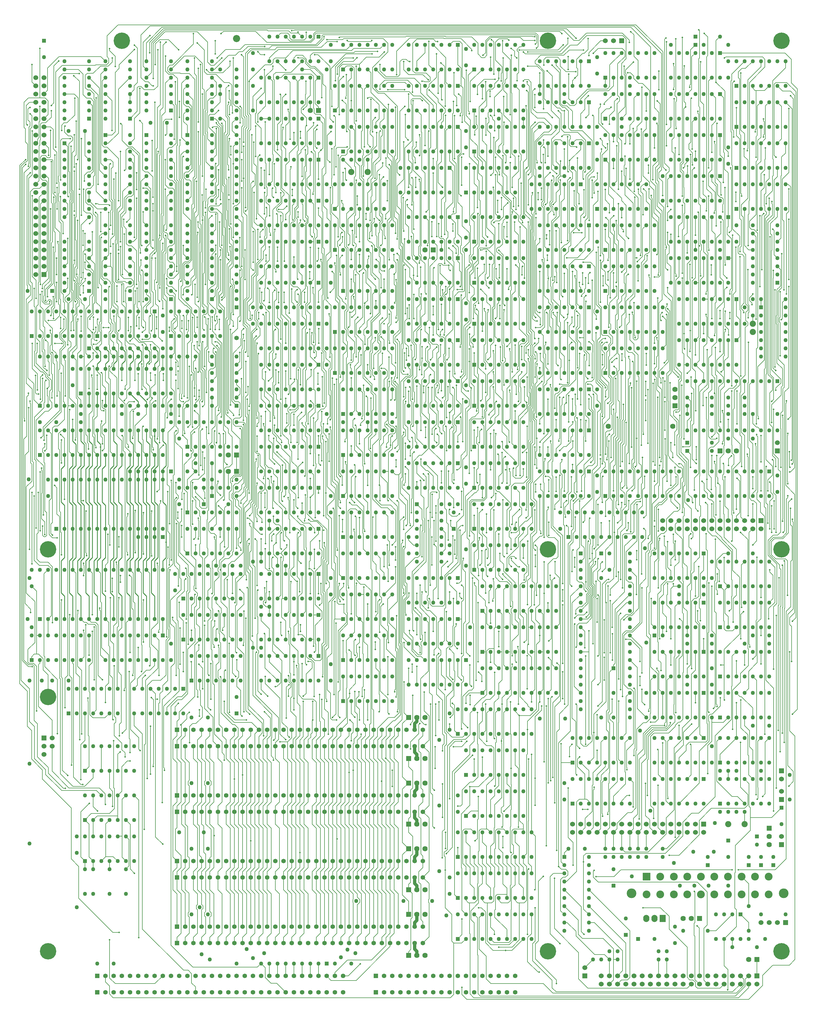
<source format=gbl>
G04*
G04  File:            MAINBOARD-V10.7.1.GBL, Tue Oct 07 09:44:12 2025*
G04  Source:          P-CAD 2006 PCB, Version 19.02.958, (D:\PCAD-2006\Projects\Pentagon-4096\Hardware\MainBoard-v10.7.1.PCB)*
G04  Format:          Gerber Format (RS-274-D), ASCII*
G04*
G04  Format Options:  Absolute Positioning*
G04                   Leading-Zero Suppression*
G04                   Scale Factor 1:1*
G04                   NO Circular Interpolation*
G04                   Inch Units*
G04                   Numeric Format: 4.4 (XXXX.XXXX)*
G04                   G54 NOT Used for Aperture Change*
G04                   Apertures Embedded*
G04*
G04  File Options:    Offset = (0.0mil,0.0mil)*
G04                   Drill Symbol Size = 80.0mil*
G04                   No Pad/Via Holes*
G04*
G04  File Contents:   Pads*
G04                   Vias*
G04                   No Designators*
G04                   No Types*
G04                   No Values*
G04                   No Drill Symbols*
G04                   Bottom*
G04*
%INMAINBOARD-V10.7.1.GBL*%
%ICAS*%
%MOIN*%
G04*
G04  Aperture MACROs for general use --- invoked via D-code assignment *
G04*
G04  General MACRO for flashed round with rotation and/or offset hole *
%AMROTOFFROUND*
1,1,$1,0.0000,0.0000*
1,0,$2,$3,$4*%
G04*
G04  General MACRO for flashed oval (obround) with rotation and/or offset hole *
%AMROTOFFOVAL*
21,1,$1,$2,0.0000,0.0000,$3*
1,1,$4,$5,$6*
1,1,$4,0-$5,0-$6*
1,0,$7,$8,$9*%
G04*
G04  General MACRO for flashed oval (obround) with rotation and no hole *
%AMROTOVALNOHOLE*
21,1,$1,$2,0.0000,0.0000,$3*
1,1,$4,$5,$6*
1,1,$4,0-$5,0-$6*%
G04*
G04  General MACRO for flashed rectangle with rotation and/or offset hole *
%AMROTOFFRECT*
21,1,$1,$2,0.0000,0.0000,$3*
1,0,$4,$5,$6*%
G04*
G04  General MACRO for flashed rectangle with rotation and no hole *
%AMROTRECTNOHOLE*
21,1,$1,$2,0.0000,0.0000,$3*%
G04*
G04  General MACRO for flashed rounded-rectangle *
%AMROUNDRECT*
21,1,$1,$2-$4,0.0000,0.0000,$3*
21,1,$1-$4,$2,0.0000,0.0000,$3*
1,1,$4,$5,$6*
1,1,$4,$7,$8*
1,1,$4,0-$5,0-$6*
1,1,$4,0-$7,0-$8*
1,0,$9,$10,$11*%
G04*
G04  General MACRO for flashed rounded-rectangle with rotation and no hole *
%AMROUNDRECTNOHOLE*
21,1,$1,$2-$4,0.0000,0.0000,$3*
21,1,$1-$4,$2,0.0000,0.0000,$3*
1,1,$4,$5,$6*
1,1,$4,$7,$8*
1,1,$4,0-$5,0-$6*
1,1,$4,0-$7,0-$8*%
G04*
G04  General MACRO for flashed regular polygon *
%AMREGPOLY*
5,1,$1,0.0000,0.0000,$2,$3+$4*
1,0,$5,$6,$7*%
G04*
G04  General MACRO for flashed regular polygon with no hole *
%AMREGPOLYNOHOLE*
5,1,$1,0.0000,0.0000,$2,$3+$4*%
G04*
G04  General MACRO for target *
%AMTARGET*
6,0,0,$1,$2,$3,4,$4,$5,$6*%
G04*
G04  General MACRO for mounting hole *
%AMMTHOLE*
1,1,$1,0,0*
1,0,$2,0,0*
$1=$1-$2*
$1=$1/2*
21,1,$2+$1,$3,0,0,$4*
21,1,$3,$2+$1,0,0,$4*%
G04*
G04*
G04  D10 : "Ellipse X8.0mil Y8.0mil H0.0mil 0.0deg (0.0mil,0.0mil) Draw"*
G04  Disc: OuterDia=0.0080*
%ADD10C, 0.0080*%
G04  D11 : "Ellipse X10.0mil Y10.0mil H0.0mil 0.0deg (0.0mil,0.0mil) Draw"*
G04  Disc: OuterDia=0.0100*
%ADD11C, 0.0100*%
G04  D12 : "Ellipse X15.0mil Y15.0mil H0.0mil 0.0deg (0.0mil,0.0mil) Draw"*
G04  Disc: OuterDia=0.0150*
%ADD12C, 0.0150*%
G04  D13 : "Ellipse X20.0mil Y20.0mil H0.0mil 0.0deg (0.0mil,0.0mil) Draw"*
G04  Disc: OuterDia=0.0200*
%ADD13C, 0.0200*%
G04  D14 : "Ellipse X25.0mil Y25.0mil H0.0mil 0.0deg (0.0mil,0.0mil) Draw"*
G04  Disc: OuterDia=0.0250*
%ADD14C, 0.0250*%
G04  D15 : "Ellipse X30.0mil Y30.0mil H0.0mil 0.0deg (0.0mil,0.0mil) Draw"*
G04  Disc: OuterDia=0.0300*
%ADD15C, 0.0300*%
G04  D16 : "Ellipse X40.0mil Y40.0mil H0.0mil 0.0deg (0.0mil,0.0mil) Draw"*
G04  Disc: OuterDia=0.0400*
%ADD16C, 0.0400*%
G04  D17 : "Ellipse X5.0mil Y5.0mil H0.0mil 0.0deg (0.0mil,0.0mil) Draw"*
G04  Disc: OuterDia=0.0050*
%ADD17C, 0.0050*%
G04  D18 : "Ellipse X6.0mil Y6.0mil H0.0mil 0.0deg (0.0mil,0.0mil) Draw"*
G04  Disc: OuterDia=0.0060*
%ADD18C, 0.0060*%
G04  D19 : "Ellipse X9.8mil Y9.8mil H0.0mil 0.0deg (0.0mil,0.0mil) Draw"*
G04  Disc: OuterDia=0.0098*
%ADD19C, 0.0098*%
G04  D20 : "Ellipse X110.0mil Y110.0mil H0.0mil 0.0deg (0.0mil,0.0mil) Flash"*
G04  Disc: OuterDia=0.1100*
%ADD20C, 0.1100*%
G04  D21 : "Ellipse X200.0mil Y200.0mil H0.0mil 0.0deg (0.0mil,0.0mil) Flash"*
G04  Disc: OuterDia=0.2000*
%ADD21C, 0.2000*%
G04  D22 : "Ellipse X215.0mil Y215.0mil H0.0mil 0.0deg (0.0mil,0.0mil) Flash"*
G04  Disc: OuterDia=0.2150*
%ADD22C, 0.2150*%
G04  D23 : "Ellipse X50.0mil Y50.0mil H0.0mil 0.0deg (0.0mil,0.0mil) Flash"*
G04  Disc: OuterDia=0.0500*
%ADD23C, 0.0500*%
G04  D24 : "Ellipse X56.0mil Y56.0mil H0.0mil 0.0deg (0.0mil,0.0mil) Flash"*
G04  Disc: OuterDia=0.0560*
%ADD24C, 0.0560*%
G04  D25 : "Ellipse X60.0mil Y60.0mil H0.0mil 0.0deg (0.0mil,0.0mil) Flash"*
G04  Disc: OuterDia=0.0600*
%ADD25C, 0.0600*%
G04  D26 : "Ellipse X64.0mil Y64.0mil H0.0mil 0.0deg (0.0mil,0.0mil) Flash"*
G04  Disc: OuterDia=0.0640*
%ADD26C, 0.0640*%
G04  D27 : "Ellipse X65.0mil Y65.0mil H0.0mil 0.0deg (0.0mil,0.0mil) Flash"*
G04  Disc: OuterDia=0.0650*
%ADD27C, 0.0650*%
G04  D28 : "Ellipse X71.0mil Y71.0mil H0.0mil 0.0deg (0.0mil,0.0mil) Flash"*
G04  Disc: OuterDia=0.0710*
%ADD28C, 0.0710*%
G04  D29 : "Ellipse X75.0mil Y75.0mil H0.0mil 0.0deg (0.0mil,0.0mil) Flash"*
G04  Disc: OuterDia=0.0750*
%ADD29C, 0.0750*%
G04  D30 : "Ellipse X79.0mil Y79.0mil H0.0mil 0.0deg (0.0mil,0.0mil) Flash"*
G04  Disc: OuterDia=0.0790*
%ADD30C, 0.0790*%
G04  D31 : "Ellipse X90.0mil Y90.0mil H0.0mil 0.0deg (0.0mil,0.0mil) Flash"*
G04  Disc: OuterDia=0.0900*
%ADD31C, 0.0900*%
G04  D32 : "Ellipse X95.0mil Y95.0mil H0.0mil 0.0deg (0.0mil,0.0mil) Flash"*
G04  Disc: OuterDia=0.0950*
%ADD32C, 0.0950*%
G04  D33 : "Oval X75.0mil Y87.0mil H0.0mil 0.0deg (0.0mil,0.0mil) Flash"*
G04  Obround: DimX=0.0750, DimY=0.0870, Rotation=0.0, OffsetX=0.0000, OffsetY=0.0000, HoleDia=0.0000 *
%ADD33O, 0.0750 X0.0870*%
G04  D34 : "Oval X90.0mil Y102.0mil H0.0mil 0.0deg (0.0mil,0.0mil) Flash"*
G04  Obround: DimX=0.0900, DimY=0.1020, Rotation=0.0, OffsetX=0.0000, OffsetY=0.0000, HoleDia=0.0000 *
%ADD34O, 0.0900 X0.1020*%
G04  D35 : "Rectangle X110.0mil Y110.0mil H0.0mil 0.0deg (0.0mil,0.0mil) Flash"*
G04  Square: Side=0.1100, Rotation=0.0, OffsetX=0.0000, OffsetY=0.0000, HoleDia=0.0000*
%ADD35R, 0.1100 X0.1100*%
G04  D36 : "Rectangle X50.0mil Y50.0mil H0.0mil 0.0deg (0.0mil,0.0mil) Flash"*
G04  Square: Side=0.0500, Rotation=0.0, OffsetX=0.0000, OffsetY=0.0000, HoleDia=0.0000*
%ADD36R, 0.0500 X0.0500*%
G04  D37 : "Rectangle X56.0mil Y56.0mil H0.0mil 0.0deg (0.0mil,0.0mil) Flash"*
G04  Square: Side=0.0560, Rotation=0.0, OffsetX=0.0000, OffsetY=0.0000, HoleDia=0.0000*
%ADD37R, 0.0560 X0.0560*%
G04  D38 : "Rectangle X60.0mil Y60.0mil H0.0mil 0.0deg (0.0mil,0.0mil) Flash"*
G04  Square: Side=0.0600, Rotation=0.0, OffsetX=0.0000, OffsetY=0.0000, HoleDia=0.0000*
%ADD38R, 0.0600 X0.0600*%
G04  D39 : "Rectangle X64.0mil Y64.0mil H0.0mil 0.0deg (0.0mil,0.0mil) Flash"*
G04  Square: Side=0.0640, Rotation=0.0, OffsetX=0.0000, OffsetY=0.0000, HoleDia=0.0000*
%ADD39R, 0.0640 X0.0640*%
G04  D40 : "Rectangle X65.0mil Y65.0mil H0.0mil 0.0deg (0.0mil,0.0mil) Flash"*
G04  Square: Side=0.0650, Rotation=0.0, OffsetX=0.0000, OffsetY=0.0000, HoleDia=0.0000*
%ADD40R, 0.0650 X0.0650*%
G04  D41 : "Rectangle X71.0mil Y71.0mil H0.0mil 0.0deg (0.0mil,0.0mil) Flash"*
G04  Square: Side=0.0710, Rotation=0.0, OffsetX=0.0000, OffsetY=0.0000, HoleDia=0.0000*
%ADD41R, 0.0710 X0.0710*%
G04  D42 : "Rectangle X75.0mil Y75.0mil H0.0mil 0.0deg (0.0mil,0.0mil) Flash"*
G04  Square: Side=0.0750, Rotation=0.0, OffsetX=0.0000, OffsetY=0.0000, HoleDia=0.0000*
%ADD42R, 0.0750 X0.0750*%
G04  D43 : "Rectangle X75.0mil Y87.0mil H0.0mil 0.0deg (0.0mil,0.0mil) Flash"*
G04  Rectangular: DimX=0.0750, DimY=0.0870, Rotation=0.0, OffsetX=0.0000, OffsetY=0.0000, HoleDia=0.0000 *
%ADD43R, 0.0750 X0.0870*%
G04  D44 : "Rectangle X79.0mil Y79.0mil H0.0mil 0.0deg (0.0mil,0.0mil) Flash"*
G04  Square: Side=0.0790, Rotation=0.0, OffsetX=0.0000, OffsetY=0.0000, HoleDia=0.0000*
%ADD44R, 0.0790 X0.0790*%
G04  D45 : "Rectangle X90.0mil Y102.0mil H0.0mil 0.0deg (0.0mil,0.0mil) Flash"*
G04  Rectangular: DimX=0.0900, DimY=0.1020, Rotation=0.0, OffsetX=0.0000, OffsetY=0.0000, HoleDia=0.0000 *
%ADD45R, 0.0900 X0.1020*%
G04  D46 : "Rectangle X95.0mil Y95.0mil H0.0mil 0.0deg (0.0mil,0.0mil) Flash"*
G04  Square: Side=0.0950, Rotation=0.0, OffsetX=0.0000, OffsetY=0.0000, HoleDia=0.0000*
%ADD46R, 0.0950 X0.0950*%
G04  D47 : "Ellipse X102.0mil Y102.0mil H0.0mil 0.0deg (0.0mil,0.0mil) Flash"*
G04  Disc: OuterDia=0.1020*
%ADD47C, 0.1020*%
G04  D48 : "Ellipse X118.0mil Y118.0mil H0.0mil 0.0deg (0.0mil,0.0mil) Flash"*
G04  Disc: OuterDia=0.1180*
%ADD48C, 0.1180*%
G04  D49 : "Ellipse X133.0mil Y133.0mil H0.0mil 0.0deg (0.0mil,0.0mil) Flash"*
G04  Disc: OuterDia=0.1330*
%ADD49C, 0.1330*%
G04  D50 : "Ellipse X20.0mil Y20.0mil H0.0mil 0.0deg (0.0mil,0.0mil) Flash"*
G04  Disc: OuterDia=0.0200*
%ADD50C, 0.0200*%
G04  D51 : "Ellipse X35.0mil Y35.0mil H0.0mil 0.0deg (0.0mil,0.0mil) Flash"*
G04  Disc: OuterDia=0.0350*
%ADD51C, 0.0350*%
G04  D52 : "Ellipse X55.0mil Y55.0mil H0.0mil 0.0deg (0.0mil,0.0mil) Flash"*
G04  Disc: OuterDia=0.0550*
%ADD52C, 0.0550*%
G04  D53 : "Ellipse X70.0mil Y70.0mil H0.0mil 0.0deg (0.0mil,0.0mil) Flash"*
G04  Disc: OuterDia=0.0700*
%ADD53C, 0.0700*%
G04  D54 : "Ellipse X87.0mil Y87.0mil H0.0mil 0.0deg (0.0mil,0.0mil) Flash"*
G04  Disc: OuterDia=0.0870*
%ADD54C, 0.0870*%
G04*
%FSLAX44Y44*%
%SFA1B1*%
%OFA0.0000B0.0000*%
G04*
G70*
G90*
G01*
D2*
%LNBottom*%
D10*
X100720Y139520*
X101760Y138480D1*
X100560Y139120D2*
X101480Y138200D1*
X101600Y141440D2*
X101040Y142000D1*
X101560Y141720D2*
Y143280D1*
X101680Y141600D2*
X101560Y141720D1*
X101600Y141200D2*
X100880Y141920D1*
X101200Y148880D2*
X101880Y148199D1*
X101880Y148199*
Y147800*
X101640Y167440D2*
X101200Y167000D1*
X101040Y168920D2*
X101400Y169280D1*
X101800Y173320D2*
Y173560D1*
X101880Y173240D2*
X101800Y173320D1*
X101160Y171400D2*
Y171160D1*
X101080Y171480D2*
X101160Y171400D1*
X101600Y174280D2*
Y174520D1*
X101400Y174080D2*
X101600Y174280D1*
X101880Y187600D2*
Y186480D1*
X101640Y187840D2*
X101880Y187600D1*
X101500Y187620D2*
Y187000D1*
X101440Y187680D2*
X101500Y187620D1*
X101600Y202440D2*
Y202200D1*
X101680Y202520D2*
X101600Y202440D1*
X100880Y202040D2*
X101280Y202440D1*
Y203000D2*
X100560Y202280D1*
X101480Y201800D2*
X101080Y201400D1*
X101520Y201800D2*
X101480D1*
X101840Y202120D2*
X101520Y201800D1*
X101200Y202680D2*
X100720Y202200D1*
X101320Y202680D2*
X101200D1*
X101520Y202880D2*
X101320Y202680D1*
X101240Y205160D2*
X101520Y204880D1*
X101080Y206920D2*
X101240Y206760D1*
Y205160*
X101360Y209600D2*
Y207360D1*
X101480Y207240*
X101800Y209360D2*
X101760D1*
X101560Y207840D2*
X101800Y207600D1*
Y207080*
X101760Y209360D2*
X101560Y209160D1*
Y207840*
X104040Y128200D2*
Y128880D1*
X103320Y128600D2*
Y127480D1*
X103720Y128640D2*
Y128040D1*
X102720Y134240D2*
X102320Y134640D1*
X104500Y134676D2*
Y132500D1*
X104000Y140200D2*
X103400Y140800D1*
X102600Y142720D2*
X102320D1*
X102840D2*
X102600D1*
X103400Y142160D2*
X102840Y142720D1*
X102320Y141280D2*
X102160Y141440D1*
X102600Y141240D2*
X102240Y141600D1*
X103000D2*
Y142000D1*
X102856Y141456D2*
X103000Y141600D1*
X103600Y142400D2*
X103520Y142480D1*
X103600Y141200D2*
Y142400D1*
X102600Y145000D2*
X103000D1*
X102940Y153540D2*
X102320Y154160D1*
X104020Y153540D2*
X102940D1*
X104400Y153160D2*
X104020Y153540D1*
X102640Y154280D2*
X103000Y153920D1*
X104000*
X104560Y153360*
Y158760D2*
X104360Y158560D1*
X103680Y157040D2*
X103840Y157200D1*
X103520Y157040D2*
X103680D1*
X103360Y157200D2*
X103520Y157040D1*
X103360Y158320D2*
Y157200D1*
X104560Y156880D2*
X104160Y157280D1*
X103600D2*
Y158840D1*
X102800Y157520D2*
X102640Y157360D1*
X104360Y158560D2*
Y157440D1*
X104560Y157240*
X103840Y159960D2*
X103600Y160200D1*
X104160Y161440D2*
X104400Y161680D1*
X103200Y162280D2*
X103280Y162360D1*
X102360Y166480D2*
X102560Y166280D1*
Y166560D2*
X103440Y165680D1*
X102080Y166240D2*
X102240Y166080D1*
X103200Y165160D2*
Y165400D1*
X103280Y165080D2*
X103200Y165160D1*
X103840Y167720D2*
X103600Y167480D1*
X103360Y167360D2*
Y167760D1*
X103520Y167200D2*
X103360Y167360D1*
X103520Y166080D2*
Y167200D1*
X103600Y166000D2*
X103520Y166080D1*
X103400Y169320D2*
X103160Y169080D1*
X104400Y169600D2*
X104000Y170000D1*
X104800Y170520D2*
X104560Y170280D1*
X103400Y170400D2*
Y169320D1*
X103560Y168840D2*
X103520Y168800D1*
X103560Y170200D2*
Y168840D1*
X102280Y173720D2*
X103000Y173000D1*
X104200Y173680D2*
X104480Y173400D1*
Y172760*
X104040Y172320*
X103000Y173280D2*
X103360Y173640D1*
X103000Y173000D2*
Y173280D1*
X103600Y173440D2*
X103520Y173360D1*
Y172760*
X102360Y171600*
X103640Y172320D2*
X102560Y171240D1*
X104040Y172320D2*
X103640D1*
X102600Y174440D2*
X102840D1*
X102480Y174560D2*
X102600Y174440D1*
X102480Y176680D2*
Y174560D1*
X103920Y174240D2*
Y175080D1*
X104000Y174160D2*
X103920Y174240D1*
X104400Y175000D2*
X104200Y174800D1*
X104560Y174720D2*
X104480Y174640D1*
X104560Y176800D2*
Y174720D1*
X103080Y176480D2*
X103360Y176760D1*
X104160Y175320D2*
X103920Y175080D1*
X103760Y176080D2*
X103600Y175920D1*
X103920Y176840D2*
Y176600D1*
X104400Y176120*
Y175000*
X103720Y176760D2*
Y176520D1*
X104160Y176080*
Y175320*
X102720Y176880D2*
Y174920D1*
X104000Y178440D2*
X104160Y178280D1*
X104000Y179000D2*
Y178440D1*
X102440Y179680D2*
X102360Y179600D1*
Y177920*
X103160Y177120*
X102680Y179480D2*
X102560Y179360D1*
Y178200*
X103640Y178040D2*
X103600Y178080D1*
X103640Y177800D2*
Y178040D1*
X104600Y179400D2*
X104480Y179480D1*
X104600Y179400D2*
Y178240D1*
X104240Y179400D2*
X104400Y179240D1*
X104600Y178240D2*
X104820Y178020D1*
X103400Y177680D2*
X103560Y177520D1*
X103640*
X103880Y177280*
X103160Y177120D2*
X103360D1*
X103280Y179640D2*
X103400Y179520D1*
Y177680*
X103600Y179760D2*
X103480Y179880D1*
X103600Y178080D2*
Y179760D1*
X103000Y180800D2*
X102600Y181200D1*
X103000Y182320D2*
X103400Y181920D1*
X103600Y182520D2*
X103400Y182720D1*
X104400Y180440D2*
X104240Y180280D1*
X104000Y180720D2*
X103720Y181000D1*
X103400Y181920D2*
Y181320D1*
X103280Y181200*
X103480Y181080D2*
X103600Y181200D1*
Y182520*
X104280Y181880D2*
X104400Y181760D1*
X104280Y182200D2*
Y181880D1*
X104400Y181760D2*
Y180440D1*
X103640Y185600D2*
X103480Y185760D1*
X103800Y185600D2*
X103640D1*
X104120Y185920D2*
X103800Y185600D1*
X104280Y185920D2*
X104120D1*
X104440Y185760D2*
X104280Y185920D1*
X104440Y185400D2*
Y185760D1*
X104280Y185240D2*
X104440Y185400D1*
X104200Y185240D2*
X104280D1*
X103600Y184640D2*
X104200Y185240D1*
X103600Y183400D2*
Y184640D1*
X104640Y185160D2*
X104400Y184920D1*
X102600Y185120D2*
X102800Y185320D1*
X102320Y185120D2*
X102440Y185000D1*
X104200Y185400D2*
Y185680D1*
X103600Y185400D2*
X104200D1*
X103280Y185720D2*
X103600Y185400D1*
X104600Y184760D2*
X104800Y184960D1*
X103400Y184760D2*
X103040Y185120D1*
X104680Y184240D2*
X104600Y184320D1*
Y184760*
X104680Y183640D2*
Y184240D1*
X104400Y184040D2*
X104360Y184000D1*
X104400Y184920D2*
Y184040D1*
X104040Y183400D2*
X104840D1*
X103720Y187200D2*
X104400Y187880D1*
X103560Y187520D2*
X104240Y188200D1*
X103560Y186440D2*
Y187520D1*
X103480Y186360D2*
X103560Y186440D1*
X102800Y187960D2*
X102920Y188080D1*
X104080Y188520D2*
X103320Y187760D1*
Y187280*
X102560Y188280D2*
X102080Y188760D1*
X102560Y186080D2*
Y188280D1*
X103960Y187200D2*
X104640Y187880D1*
X103960Y186280D2*
Y187200D1*
X104880Y187520D2*
X104800Y187600D1*
X104880Y186120D2*
Y187520D1*
X104800Y186040D2*
X104880Y186120D1*
X104800Y191680D2*
X104880Y191760D1*
X104400Y192840D2*
X104560Y193000D1*
X104240Y193080D2*
X104320Y193160D1*
X104880Y194120D2*
X104720Y194280D1*
X104560Y197640D2*
X104400Y197800D1*
X102920Y198420D2*
X103500Y199000D1*
Y200000D2*
X102980Y199480D1*
X102240*
X103720Y200480D2*
X103920Y200280D1*
X103080Y200760D2*
X103360Y200480D1*
X103720*
X102920Y200420D2*
X102500Y200000D1*
X103500Y203000D2*
X104500D1*
X104620Y202880*
X103320Y203520D2*
X103080Y203280D1*
X104320Y203360D2*
X104200Y203240D1*
X103960*
X103680Y203520*
X103320*
X104640Y206680D2*
Y204320D1*
X103000Y204760D2*
X102920Y204680D1*
Y205680D2*
X102730Y205490D1*
Y205230*
X102500Y205000*
X103080Y205440D2*
X103000Y205360D1*
Y204760*
X104080Y204420D2*
X103500Y205000D1*
X103000Y209480D2*
Y207680D1*
X102920Y207600*
X103240Y207480D2*
X103080Y207320D1*
X103720Y207480D2*
X103240D1*
X104400Y208960D2*
Y208160D1*
X103720Y207480*
X104000Y208500D2*
X103500Y208000D1*
X104720Y209920D2*
X104400Y209600D1*
X102500Y209000D2*
X102400D1*
X103500Y211000D2*
X103960Y211460D1*
X102040Y212460D2*
X102500Y212000D1*
X103000Y210520D2*
X103640D1*
X104000Y210160*
X105760Y128560D2*
X106400Y127920D1*
X106120Y126360D2*
X105880D1*
X105500Y128140D2*
X107040Y126600D1*
X106880Y129440D2*
X106920Y129480D1*
X106880Y129200D2*
Y129440D1*
X106920Y139800D2*
X106600Y140120D1*
X107400Y140400D2*
X107880Y139920D1*
X106080Y139800D2*
X106400Y140120D1*
X105600Y139960D2*
X105760Y139800D1*
X105400D2*
X105500Y139700D1*
X107000Y142000D2*
Y141600D1*
X107120Y141480*
X106600Y147120D2*
X106640Y147160D1*
X105640Y149080D2*
X105600Y149040D1*
X105640Y149320D2*
Y149080D1*
X107640Y147640D2*
X107600Y147600D1*
X107640Y148040D2*
Y147640D1*
X106640Y147160D2*
Y147520D1*
D2*
D11*
X106600Y154100*
X107000Y154500D1*
X105600Y154100D2*
X106000Y154500D1*
X107000Y154100D2*
X107400Y154500D1*
D2*
D10*
X105640Y157520*
X105560Y157600D1*
D2*
D11*
X106600Y161250*
X107000Y160850D1*
X105600Y161250D2*
X106000Y160850D1*
X107400D2*
X107000Y161250D1*
D2*
D10*
X105560Y160000*
X105400Y160160D1*
X105080Y159800D2*
X105400Y159480D1*
X105640Y166280D2*
X105600Y166320D1*
X105640Y166040D2*
Y166280D1*
D2*
D11*
X107000Y165700*
X106600Y165300D1*
X107000Y167000D2*
Y165700D1*
D2*
D10*
Y167000*
X106600Y167400D1*
D2*
D11*
X106000Y165700*
X105600Y165300D1*
X106000Y167000D2*
Y165700D1*
X107400D2*
X107000Y165300D1*
D2*
D10*
X105400Y167640*
X105280Y167760D1*
X105640Y168600D2*
Y168840D1*
X105600Y168560D2*
X105640Y168600D1*
X107400Y169120D2*
X107360Y169080D1*
Y168840*
D2*
D11*
X107000Y168700*
X107400Y168300D1*
X107000Y170000D2*
Y168700D1*
D2*
D10*
X106000Y169040*
X105560Y169480D1*
X105680Y170000D2*
X106000D1*
X105280Y169600D2*
X105680Y170000D1*
X106600Y172320D2*
X106640Y172360D1*
X105880Y173520D2*
X106000Y173400D1*
Y173000*
X107000D2*
X106440D1*
X106640Y172360D2*
Y172520D1*
X106000Y173000D2*
Y171320D1*
X106440Y172840D2*
Y173000D1*
X106400Y172800D2*
X106440Y172840D1*
X105320Y174800D2*
X105440Y174680D1*
X107440Y178560D2*
X107000Y179000D1*
Y179480*
X106000Y178600D2*
X106120Y178480D1*
X106000Y179000D2*
Y178600D1*
X105600Y178120D2*
X105880Y177840D1*
X105440Y177480D2*
X105320Y177360D1*
X105440Y179840D2*
Y177480D1*
X105600Y179680D2*
Y178120D1*
X106800Y180720D2*
Y180240D1*
X106560Y180960D2*
X106800Y180720D1*
X105440Y181200D2*
X105960Y180680D1*
Y182440D2*
X105440Y181920D1*
Y181200*
X106200Y182360D2*
X105600Y181760D1*
Y181280*
X106160Y180720*
X105960Y180680D2*
Y180360D1*
X106160Y180720D2*
Y180240D1*
X107800Y185200D2*
X107560Y184960D1*
Y184000*
X107400Y183840*
X107640Y183320D2*
Y183560D1*
X107560Y183240D2*
X107640Y183320D1*
X107400Y184200D2*
X107160Y183960D1*
X107400Y185320D2*
Y184200D1*
X107600Y185520D2*
X107400Y185320D1*
X105560Y185920D2*
Y184320D1*
X106200Y183680*
X106920Y185840D2*
X106560Y185480D1*
X105400Y185280D2*
X105280Y185400D1*
X106080Y185840D2*
X106400Y185520D1*
X105880Y185680D2*
X106000Y185560D1*
Y184500*
X107000Y183360D2*
X106800Y183160D1*
X107000Y184500D2*
Y183360D1*
Y184880D2*
X107080Y184960D1*
X107000Y184500D2*
Y184880D1*
X107240Y185800D2*
X107360Y185680D1*
X107600Y185800D2*
Y185520D1*
X107800Y185880D2*
Y185200D1*
X105400Y183960D2*
Y185280D1*
X106000Y187000D2*
X106400Y187400D1*
X107120Y188320D2*
X107200Y188240D1*
X107520Y188760D2*
X107600Y188680D1*
X107280Y188640D2*
X107440Y188480D1*
X106400Y186480D2*
X106080Y186160D1*
X106440Y186480D2*
X106400D1*
X106640Y186680D2*
X106440Y186480D1*
X105600Y186840D2*
X105880Y186560D1*
X107080Y187000D2*
X106960Y187120D1*
X107440Y188480D2*
Y188120D1*
X107240Y187920*
X107600Y188680D2*
Y188040D1*
X106800Y186880D2*
X106920Y186760D1*
X107400Y187840D2*
X107600Y188040D1*
X107560Y187760D2*
Y186120D1*
X107800Y188000D2*
X107560Y187760D1*
X107720Y187680D2*
Y186240D1*
X107880Y187560D2*
Y186560D1*
X106400Y187400D2*
Y188520D1*
X107200Y190280D2*
X107120Y190200D1*
X107200Y190720D2*
Y190280D1*
X106000Y190000D2*
X106400Y190400D1*
X107520Y189680D2*
X107600Y189760D1*
X107520Y189040D2*
Y189680D1*
X107440Y190000D2*
X107280Y189840D1*
X107360Y193240D2*
X107440Y193160D1*
X105200Y192760D2*
Y193000D1*
X105280Y192680D2*
X105200Y192760D1*
X105840Y195400D2*
X105560Y195680D1*
X107440Y196040D2*
X107360Y195960D1*
X106400Y196400D2*
Y197600D1*
X106000Y196000D2*
X106400Y196400D1*
X105360Y195480D2*
X105600Y195240D1*
X105360Y197880D2*
Y195480D1*
X106960Y197680D2*
X107040Y197760D1*
X106880Y197920D2*
X106800Y197840D1*
X105560Y198440D2*
X105520Y198480D1*
X105360Y198920D2*
X105280Y198840D1*
X107040Y199200D2*
X106960Y199280D1*
X106800Y199160D2*
X106880Y199080D1*
X106400Y198560D2*
X106480Y198480D1*
X106640Y198960D2*
X106720Y198880D1*
Y198080*
X105280Y200320D2*
X105360Y200240D1*
Y198920*
X107440Y203600D2*
X107200Y203360D1*
X107680Y203080D2*
X107600Y203000D1*
X106560Y201560D2*
X106640Y201480D1*
X107200Y203360D2*
Y202080D1*
X106400Y204600D2*
X106000Y205000D1*
X107200Y204080D2*
Y206040D1*
X105760Y205560D2*
X105560Y205360D1*
X106000Y206360D2*
X106480Y205880D1*
X106720Y205560D2*
X105760D1*
X106480Y205880D2*
X106800D1*
X107000Y205680D2*
Y205360D1*
X106560Y204920*
X106800Y205880D2*
X107000Y205680D1*
X106320Y207480D2*
X107280Y208440D1*
X105680Y207200D2*
X105960Y207480D1*
X106320*
X107200Y211000D2*
X107680Y210520D1*
X106000Y211000D2*
X107200D1*
X106000Y214000D2*
X107720D1*
X105800Y213480D2*
X105360Y213040D1*
X107800Y213480D2*
X105800D1*
X109020Y117980D2*
X109500Y117500D1*
Y122500D2*
Y120500D1*
X108500Y122500D2*
X109020Y121980D1*
X109520Y125480D2*
X109500Y125500D1*
X109520Y124120D2*
Y125480D1*
X110040Y123600D2*
X109520Y124120D1*
X108480Y126600D2*
X109500Y127620D1*
Y128500*
X108920Y132800D2*
X109000Y132720D1*
X109880Y135880D2*
X109500Y135500D1*
X108880Y136960D2*
X108920Y136920D1*
X108880Y137360D2*
Y136960D1*
X108500Y138500D2*
X108600Y138600D1*
X110120Y140120D2*
X110640Y139600D1*
X109120Y138040D2*
X109000Y138160D1*
Y141280D2*
X109400Y141680D1*
X109680Y146360D2*
X109880Y146160D1*
X108360Y145400D2*
X108400Y145360D1*
X108360Y145640D2*
Y145400D1*
X108680Y146600D2*
X108920Y146360D1*
X108400Y146600D2*
X108680D1*
X108920Y146360D2*
X109680D1*
X109000Y146880D2*
X109280Y146600D1*
X109800*
X110120Y146280*
X110400Y149120D2*
X110560Y148960D1*
X110320Y148080D2*
X110400Y148000D1*
X110320Y148320D2*
Y148080D1*
X108360Y152520D2*
X108400Y152560D1*
X108360Y152280D2*
Y152520D1*
X108720Y154960D2*
X108600Y155080D1*
X108720Y154720D2*
Y154960D1*
D2*
D11*
X109600Y154100*
X110000Y154500D1*
X108600Y154100D2*
X109000Y154500D1*
Y154100D2*
X109400Y154500D1*
X110000Y154100D2*
X110400Y154500D1*
D2*
D10*
X108360Y153560*
Y153800D1*
X108400Y153520D2*
X108360Y153560D1*
X108600Y160040D2*
X108640Y160080D1*
D2*
D11*
X109600Y161250*
X110000Y160850D1*
X108600Y161250D2*
X109000Y160850D1*
X109400D2*
X109000Y161250D1*
X110400Y160850D2*
X110000Y161250D1*
D2*
D10*
X108640Y160080*
Y160160D1*
D2*
D11*
X110000Y165700*
X109600Y165300D1*
X110000Y167000D2*
Y165700D1*
D2*
D10*
Y167000*
X109600Y167400D1*
D2*
D11*
X109000Y165700*
X108600Y165300D1*
X109000Y167000D2*
Y165700D1*
X109400D2*
X109000Y165300D1*
X110000D2*
X110400Y165700D1*
D2*
D10*
X108640Y167360*
X109000Y167000D1*
X110640Y167520D2*
X110880Y167760D1*
X109600Y169120D2*
X109440Y169280D1*
D2*
D11*
X109000Y168700*
X109400Y168300D1*
X109000Y170000D2*
Y168700D1*
X110000D2*
Y170000D1*
X110400Y168300D2*
X110000Y168700D1*
D2*
D10*
X110440Y170760*
X110560Y170880D1*
X110440Y169280D2*
Y170760D1*
X110640Y169080D2*
X110440Y169280D1*
X110640Y168360D2*
Y169080D1*
X110600Y169640D2*
Y170480D1*
X110880Y169360D2*
X110600Y169640D1*
X109760Y168200D2*
X109840Y168120D1*
X109760Y169440D2*
Y168200D1*
X109600Y169600D2*
X109760Y169440D1*
X108600Y169480D2*
X108800Y169280D1*
Y168520*
X108960Y168360*
X108400Y168600D2*
X108640Y168360D1*
X109440Y171600D2*
X109600Y171760D1*
X109000Y171960D2*
X109400Y172360D1*
X110640Y173400D2*
Y173640D1*
X110600Y173360D2*
X110640Y173400D1*
X110600Y172825D2*
Y173360D1*
X110800Y172625D2*
X110600Y172825D1*
X110935Y172625D2*
X110800D1*
X110560Y172400D2*
X110800D1*
X110400Y172560D2*
X110560Y172400D1*
X110000Y171720D2*
X109600Y171320D1*
X110000Y173000D2*
Y171720D1*
X109360Y176480D2*
Y176720D1*
X109400Y176440D2*
X109360Y176480D1*
X110000Y176720D2*
Y175000D1*
X110640Y175520D2*
Y176920D1*
X110000Y179000D2*
Y179400D1*
X109000Y179000D2*
X108600Y179400D1*
D2*
D11*
X110000Y178100*
Y177500D1*
X110400Y178500D2*
X110000Y178100D1*
X110400Y179600D2*
Y178500D1*
D2*
D10*
X109600Y177760*
X109520Y177840D1*
X110000Y177500D2*
Y177160D1*
X109520Y179440D2*
Y178680D1*
X108600Y177760*
X110280Y182080D2*
X110400Y181960D1*
X110560Y182120D2*
X110480Y182200D1*
X110560Y180560D2*
Y182120D1*
X110120Y182040D2*
Y182840D1*
X110000Y181920D2*
X110120Y182040D1*
X110000Y181500D2*
Y181920D1*
X109840Y182055D2*
Y182560D1*
X109625Y181840D2*
X109840Y182055D1*
X109625Y181095D2*
Y181840D1*
X109400Y181200D2*
Y181920D1*
X109280Y181080D2*
X109400Y181200D1*
X109280Y180440D2*
Y181080D1*
X109400Y180320D2*
X109280Y180440D1*
X110400Y180920D2*
X109960Y180480D1*
X109560*
X110400Y181960D2*
Y180920D1*
X109960Y180960D2*
X109760D1*
X109625Y181095*
X108840Y182480D2*
X109400Y181920D1*
X108600Y184800D2*
X109080Y185280D1*
X108040Y185600D2*
X108400Y185240D1*
X109880Y185600D2*
X110400Y185080D1*
X108040Y185920D2*
Y185600D1*
X110400Y185080D2*
Y183280D1*
X110280Y183160*
X110000Y183480D2*
X110080Y183560D1*
X109560Y184120D2*
X109120Y183680D1*
Y183560*
X109560Y185400D2*
Y184120D1*
X109720Y185560D2*
X109560Y185400D1*
X109400Y184280D2*
X108840Y183720D1*
X109560Y186400D2*
X109400Y186240D1*
X109080Y186320D2*
X109400Y186640D1*
X108280Y188480D2*
X108040Y188240D1*
X108320Y187640D2*
Y186760D1*
X110560Y187640D2*
X110280Y187920D1*
X108040Y188240D2*
Y188000D1*
X110080Y187440D2*
X110120Y187400D1*
X108560Y188480D2*
Y188240D1*
X110860Y188460D2*
X110600Y188720D1*
X109000Y190000D2*
X109560Y189440D1*
X108720Y189560D2*
X108520Y189760D1*
X109000Y189560D2*
X108720D1*
X109400Y189160D2*
X109000Y189560D1*
X108280Y189240D2*
Y191760D1*
X109400Y191400D2*
X109000Y191000D1*
X109720Y190280*
X109000Y190000D2*
Y190360D1*
X108600Y190760*
X108520Y189760D2*
Y190480D1*
X108600Y191400D2*
X108520Y191480D1*
X108600Y191400D2*
Y190760D1*
X110280Y193680D2*
X110600Y194000D1*
X108280Y192560D2*
Y194320D1*
X110520Y193520D2*
X110440Y193440D1*
X109000Y196000D2*
X108040Y195040D1*
X110080Y197640D2*
X109840D1*
X109440Y195560D2*
X109080Y195200D1*
X109800Y196560D2*
X110080Y196280D1*
X109440Y196200D2*
Y195560D1*
X108600Y197800D2*
X108920Y197480D1*
X109160*
X109500Y197140D2*
Y196420D1*
X109880Y196040*
X109160Y197480D2*
X109500Y197140D1*
X108680Y196480D2*
X109160D1*
X108360Y196800D2*
X108680Y196480D1*
X109160D2*
X109440Y196200D1*
X110200Y197520D2*
X110080Y197640D1*
X109560Y200920D2*
Y199880D1*
X109180Y199500*
X108820*
X108600Y199280*
X108500Y203500D2*
X109000Y203000D1*
X109120Y201480D2*
X109400Y201760D1*
X108840Y201480D2*
X109120D1*
X108440Y201080D2*
X108840Y201480D1*
X110600Y204760D2*
X110840Y204520D1*
X110120Y210880D2*
X109000Y212000D1*
X108560Y211760D2*
X108840Y211480D1*
X109160*
X109600Y211040*
Y210400D2*
X109720Y210280D1*
X109600Y211040D2*
Y210400D1*
X109200Y210480D2*
X109560Y210120D1*
X108720Y210480D2*
X109200D1*
X108280Y210920D2*
X108720Y210480D1*
X108800Y213520D2*
X108560Y213280D1*
X110400Y214400D2*
X109520Y213520D1*
X108800*
X109760Y214480D2*
X109840Y214560D1*
X111960Y100840D2*
X111500Y101300D1*
X111520Y103240D2*
X112200Y102560D1*
X111920Y108800D2*
X112680D1*
X113500Y116500D2*
X113880Y116880D1*
X111960Y118040D2*
X112500Y117500D1*
X113040Y117960D2*
X113500Y117500D1*
X111960Y118040D2*
X111040D1*
X113880Y120120D2*
X113500Y120500D1*
X112520Y120520D2*
X112500Y120500D1*
X113040Y120520D2*
X112520D1*
X111500Y122500D2*
X111040Y122040D1*
X111520Y123280D2*
X112120Y123880D1*
X113500Y125500D2*
X113040Y125040D1*
X112520Y128480D2*
X112500Y128500D1*
X111500Y126380D2*
Y128500D1*
X112120Y126320D2*
X112000Y126440D1*
X112800Y130800D2*
X112520Y130520D1*
X113400Y130680D2*
Y130200D1*
X113020Y131060D2*
X113400Y130680D1*
X113020Y131860D2*
Y131060D1*
X113560Y133560D2*
X113080Y133080D1*
X112720Y134160D2*
Y132760D1*
X112960Y134400D2*
X112720Y134160D1*
X111880Y134800D2*
X111960Y134720D1*
X112280Y134440D2*
X112080Y134240D1*
Y132800*
X112600Y140520D2*
X112960Y140160D1*
X111560D2*
X111880Y139840D1*
X113320Y138520D2*
Y138280D1*
X113400Y138600D2*
X113320Y138520D1*
X112440Y138560D2*
X112500Y138500D1*
X111400Y143760D2*
X111560Y143600D1*
X113000Y145920D2*
X112600Y145520D1*
X112000Y146160D2*
Y145000D1*
X112400Y146560D2*
X112000Y146160D1*
X112600Y146120D2*
X112440Y145960D1*
X112640Y149360D2*
X112600Y149320D1*
X112640Y149600D2*
Y149360D1*
X111840Y151960D2*
Y150320D1*
X112840Y152280D2*
Y151480D1*
D2*
D11*
X112600Y154100*
X113000Y154500D1*
X111600Y154100D2*
X112000Y154500D1*
X112400D2*
X112000Y154100D1*
D2*
D10*
X112360Y153680*
X112400Y153640D1*
X112360Y153920D2*
Y153680D1*
X113720Y155080D2*
X113600Y155200D1*
X113720Y154840D2*
Y155080D1*
X111560Y158360D2*
Y156040D1*
X111400Y158520D2*
X111560Y158360D1*
D2*
D11*
X112600Y161250*
X113000Y160850D1*
X111600Y161250D2*
X112000Y160850D1*
Y161250D2*
X112400Y160850D1*
D2*
D10*
X113760Y159600*
Y159840D1*
X113600Y159440D2*
X113760Y159600D1*
D2*
D11*
X113000Y165700*
X112600Y165300D1*
X113000Y167000D2*
Y165700D1*
X112000D2*
X111600Y165300D1*
X112000Y167000D2*
Y165700D1*
D2*
D10*
Y167000*
X111600Y167400D1*
D2*
D11*
X112400Y165700*
X112000Y165300D1*
D2*
D10*
X113180Y167540*
X113400Y167320D1*
X113000Y168720D2*
X112400Y169320D1*
D2*
D11*
X112000Y168700*
X112400Y168300D1*
X112000Y170000D2*
Y168700D1*
D2*
D10*
X113800Y168200*
X113600Y168400D1*
X113040Y169360D2*
X113180Y169220D1*
X113625Y173945D2*
X113320Y173640D1*
X113600Y173200D2*
X113880Y173480D1*
X111600Y176200D2*
X111400Y176400D1*
X113400Y175400D2*
X113600Y175600D1*
X113400Y175040D2*
Y175400D1*
X112600Y179000D2*
X113000D1*
D2*
D11*
X111400Y178500*
Y179600D1*
X112000Y178100D2*
Y177500D1*
X112400Y178500D2*
X112000Y178100D1*
X112400Y179600D2*
Y178500D1*
X113400D2*
Y179600D1*
X113000Y178100D2*
X113400Y178500D1*
X113000Y177500D2*
Y178100D1*
D2*
D10*
X111600Y179400*
X112000Y179000D1*
X113600Y179760D2*
X113500Y179860D1*
X111500D2*
X111600Y179760D1*
Y179400*
X111400Y177760D2*
X111480Y177840D1*
X112000Y178360D2*
X111800Y178160D1*
Y177840*
X111560Y177600*
Y177240*
X112000Y179000D2*
Y178360D1*
X112600Y180480D2*
X112400Y180680D1*
X112000D2*
X111600Y181080D1*
X112560D2*
X113000Y180640D1*
X111600Y181760D2*
X111960Y182120D1*
X111600Y181080D2*
Y181760D1*
X111680Y182200D2*
X111440Y181960D1*
Y180440*
X111680Y182880D2*
Y182200D1*
X112800Y182320D2*
X112600Y182120D1*
X112360Y182040D2*
X112560Y181840D1*
Y181080*
X112400Y180680D2*
Y181720D1*
X112180Y181940*
X113500Y180300D2*
X113400Y180400D1*
X111440Y180440D2*
X111500Y180380D1*
X111760Y183480D2*
X111600Y183640D1*
X113560Y185480D2*
X113480Y185560D1*
X113400Y185000D2*
X113000Y185400D1*
X111760Y183160D2*
Y183480D1*
X111600Y184800D2*
X111760Y184960D1*
X111600Y183640D2*
Y184800D1*
X112040Y183280D2*
Y183920D1*
X112560D2*
X112800Y183680D1*
X112180Y183140D2*
X112040Y183280D1*
X112400Y184240D2*
X112360Y184200D1*
X111920Y185240D2*
X112400Y184760D1*
Y184240*
X112120Y185520D2*
X112560Y185080D1*
Y183920*
X113400Y188160D2*
X113560Y188000D1*
X112520Y188160D2*
X113400D1*
X112360Y188320D2*
X112520Y188160D1*
X112400Y188000D2*
X112200Y188200D1*
X113080Y188000D2*
X112400D1*
X113240Y187840D2*
X113080Y188000D1*
X113480Y187240D2*
Y187000D1*
X111960Y188120D2*
X112120Y187960D1*
X111800Y188000D2*
X111920Y187880D1*
X111400Y187480D2*
X111480Y187520D1*
X112840Y188920D2*
X113280Y188480D1*
X113720Y187480D2*
X113480Y187240D1*
X111600Y187960D2*
Y188080D1*
X111760Y187800D2*
X111600Y187960D1*
Y188080D2*
X111220Y188460D1*
X111640Y190000D2*
Y191560D1*
Y190000D2*
X111800Y189840D1*
X112440Y192760D2*
X112360Y192680D1*
X112200Y193160D2*
X112280Y193240D1*
X111640Y193280D2*
X112120Y193760D1*
X111640Y192440D2*
Y193280D1*
X113240Y194880D2*
X113560Y194560D1*
X113000Y194760D2*
X113080Y194680D1*
X113560Y194560D2*
Y192760D1*
X113840Y192480*
X111400Y194500D2*
X111520Y194520D1*
X112840Y197360D2*
X112440Y196960D1*
X113320Y196760D2*
X112840Y196280D1*
X113120Y197120D2*
X112600Y196600D1*
X111920Y196640D2*
X111880Y196600D1*
X111760Y196880D2*
X111640Y196760D1*
X111760Y197840D2*
Y196880D1*
X113520Y196560D2*
X113000Y196040D1*
X111520Y197440D2*
X111480D1*
X111400Y197520*
X112120Y198120D2*
X112040Y198200D1*
X113800Y198480D2*
X113520Y198200D1*
X112040D2*
Y200640D1*
X113520Y201840D2*
X113360Y201680D1*
X111640Y203000D2*
X111960Y202680D1*
Y202120*
X111720Y201880*
X111600Y202480D2*
X111480Y202400D1*
X113760Y204400D2*
X113520Y204160D1*
X112200Y206400D2*
X111800Y206000D1*
X111360Y205000D2*
X112600Y206240D1*
X113040Y205320D2*
X113800Y204560D1*
X113040Y207240D2*
X112880Y207400D1*
X111420Y215340D2*
X111200Y215560D1*
X111420Y214820D2*
Y215340D1*
X111160Y214560D2*
X111420Y214820D1*
X112200Y215600D2*
Y214360D1*
X111840Y214880D2*
X111360Y214400D1*
X111840Y215400D2*
Y214880D1*
X112680Y214560D2*
Y214120D1*
X112200Y213640*
X111520Y216520D2*
Y216280D1*
X114040Y116520D2*
X114560Y116000D1*
X115080Y124920D2*
X114500Y125500D1*
X115760Y131640D2*
X115920Y131800D1*
X116840Y129280D2*
X116880Y129320D1*
X116840Y129040D2*
Y129280D1*
X115080Y131120D2*
X115240Y130960D1*
X114500Y134000D2*
X115520Y132980D1*
X114080Y133520D2*
X115080Y132520D1*
X116880Y137160D2*
X116600Y137440D1*
X114920Y138920D2*
Y139680D1*
X114500Y138500D2*
X114920Y138920D1*
X114400Y140360D2*
X114360Y140320D1*
X116120Y138880D2*
X116760Y139520D1*
X114360Y140320D2*
Y140120D1*
X114600Y139720D2*
X114080Y139200D1*
X115520Y138520D2*
X115500Y138500D1*
X115880Y140120D2*
X115520Y139760D1*
Y138520*
X114920Y139680D2*
X116000Y140760D1*
X116440*
X115480Y140680D2*
X115400Y140600D1*
X115000Y142000D2*
Y143520D1*
X116480Y141360D2*
X116400Y141280D1*
Y143600D2*
X116480Y143520D1*
Y141360*
X115400Y143880D2*
X115480Y143800D1*
X115640Y144440D2*
Y144200D1*
X115600Y144480D2*
X115640Y144440D1*
Y149080D2*
X115600Y149040D1*
X115640Y149320D2*
Y149080D1*
X114400Y149120D2*
X114600Y148920D1*
X114200Y148320D2*
X114400Y148120D1*
D2*
D11*
X114600Y154100*
X115000Y154500D1*
X115600Y154100D2*
X116000Y154500D1*
Y154100D2*
X116400Y154500D1*
X115000Y154100D2*
X115400Y154500D1*
D2*
D10*
X115640Y155160*
X115600Y155200D1*
X115640Y154920D2*
Y155160D1*
X114640Y155320D2*
X114600Y155360D1*
X114640Y155080D2*
Y155320D1*
X116640Y154920D2*
X116600Y154960D1*
X116640Y154680D2*
Y154920D1*
D2*
D11*
X115000Y158000*
Y157000D1*
X116000Y158000D2*
Y157000D1*
X114600Y161250D2*
X115000Y160850D1*
X115600Y161250D2*
X116000Y160850D1*
X116400D2*
X116000Y161250D1*
X115400Y160850D2*
X115000Y161250D1*
D2*
D10*
X115640Y159720*
Y159960D1*
X115600Y159680D2*
X115640Y159720D1*
X114640Y160000D2*
Y160240D1*
X114600Y159960D2*
X114640Y160000D1*
X116640Y159920D2*
Y160160D1*
X116600Y159880D2*
X116640Y159920D1*
D2*
D11*
X115000Y165700*
X114600Y165300D1*
X115000Y167000D2*
Y165700D1*
D2*
D10*
Y167000*
X114600Y167400D1*
D2*
D11*
X116000Y165700*
X115600Y165300D1*
X116000Y167000D2*
Y165700D1*
D2*
D10*
Y167000*
X115600Y167400D1*
D2*
D11*
X116400Y165700*
X116000Y165300D1*
X115400Y165700D2*
X115000Y165300D1*
D2*
D10*
X116840Y167640*
Y167880D1*
X114360Y169280D2*
X114400Y169320D1*
X114360Y169040D2*
Y169280D1*
X116440Y169120D2*
X116600Y168960D1*
D2*
D11*
X116000Y168700*
X116400Y168300D1*
X116000Y170000D2*
Y168700D1*
X115000D2*
X115400Y168300D1*
X115000Y170000D2*
Y168700D1*
D2*
D10*
X116760Y169280*
X116600Y169440D1*
X115600Y168840D2*
X115520Y168920D1*
Y170400*
X115600Y170480*
D2*
D11*
X116000Y173000*
Y173500D1*
D2*
D10*
Y171960*
Y173000D1*
D2*
D11*
X115000*
Y173500D1*
D2*
D10*
X114560Y172560*
X115000Y173000D1*
X114320Y172560D2*
X114560D1*
X116720Y173920D2*
Y173840D1*
X116440Y173560*
X116000Y175760D2*
X116400Y175360D1*
X116000Y175040D2*
X115600Y175440D1*
X116000Y174500D2*
Y175040D1*
X115000Y174500D2*
Y176880D1*
X116520Y176120D2*
X116560Y176080D1*
Y174080D2*
Y175120D1*
X116400Y175360D2*
Y174040D1*
X115440Y175040D2*
X115480Y175000D1*
D2*
D11*
X116400Y178500*
Y179600D1*
X116000Y178100D2*
X116400Y178500D1*
X116000Y177500D2*
Y178100D1*
X114400Y179600D2*
Y178500D1*
X115000Y178100D2*
Y177500D1*
X115400Y178500D2*
X115000Y178100D1*
X115400Y179600D2*
Y178500D1*
D2*
D10*
X114600Y178600*
X115000Y179000D1*
X115680Y178440D2*
X115600Y178520D1*
X115680Y177800D2*
Y178440D1*
X115600Y177720D2*
X115680Y177800D1*
X116520Y179880D2*
X116600Y179800D1*
Y178320*
X116360Y178080*
X114120Y182640D2*
Y182000D1*
X115560Y181080D2*
X115520D1*
X116280D2*
X115560D1*
X115600Y180360D2*
X115520Y180440D1*
X115160Y180680D2*
X114560Y181280D1*
X116000Y180400D2*
X115720Y180680D1*
X115160*
X115920Y182280D2*
X115520Y181960D1*
X115400Y182760D2*
X115640Y182520D1*
X116760Y182280D2*
X116600Y182120D1*
X116520Y181720D2*
Y181320D1*
X116360Y181880D2*
X116520Y181720D1*
Y181320D2*
X116280Y181080D1*
X115000Y181160D2*
Y181500D1*
X115320Y180840D2*
X115000Y181160D1*
X116720Y180840D2*
X115320D1*
X114560Y185320D2*
X114640Y185400D1*
X115360Y185240D2*
X115400Y185200D1*
X115600Y184960D2*
Y183480D1*
X116400Y185760D2*
X115600Y184960D1*
X116000Y185080D2*
Y184500D1*
X116560Y185640D2*
X116000Y185080D1*
X115000Y184880D2*
X114880Y185000D1*
X115000Y184500D2*
Y184880D1*
Y184120D2*
X114800Y183920D1*
X115000Y184500D2*
Y184120D1*
X115600Y183480D2*
X115920Y183160D1*
X116480Y183960D2*
X116360Y183840D1*
X116520Y184280D2*
X116760Y184040D1*
X116840Y185200D2*
X116520Y184880D1*
Y184280*
X114560Y187480D2*
X114400Y187320D1*
X116200Y186440D2*
X116400Y186240D1*
X116160Y186440D2*
X116200D1*
X116000Y186600D2*
X116160Y186440D1*
X116000Y187000D2*
Y186600D1*
X116440Y186720D2*
X116560Y186600D1*
X116652Y188400D2*
X116652D1*
Y186987*
X116840Y186800*
X115120Y188120D2*
X115040Y188200D1*
X114160Y188480D2*
X114400Y188240D1*
Y187760D2*
X114120Y187480D1*
X114400Y188240D2*
Y187760D1*
X116680Y190760D2*
X116652Y190732D1*
X116680Y191000D2*
Y190760D1*
Y191280D2*
Y191000D1*
X115600Y189360D2*
X115440Y189520D1*
X115360Y190760D2*
Y190080D1*
X115200Y189920*
Y189040*
X114800Y193400D2*
X114400Y193000D1*
X116000Y192360D2*
X116400Y192760D1*
X115360Y192600D2*
X115440Y192520D1*
X115200Y192240D2*
X115280Y192160D1*
X116560Y192440D2*
X116800Y192200D1*
Y196760D2*
Y197640D1*
X115600Y196640D2*
Y195400D1*
X116000Y200000D2*
X116560Y199440D1*
X116400Y199160D2*
X116040Y199520D1*
X115600*
X114400Y198720D2*
X114160Y198480D1*
X116800Y198440D2*
Y200880D1*
X115840Y201480D2*
X115560Y201760D1*
X116200Y201480D2*
X115840D1*
X114540Y208020D2*
X115200Y208680D1*
X115560Y207400D2*
X115200Y207760D1*
X116240Y212480D2*
X115880D1*
X116720Y212000D2*
X116840D1*
X116720D2*
X116240Y212480D1*
X114519Y211999D2*
Y211519D1*
Y211999D2*
X114920Y212400D1*
X114880Y211760D2*
X115060Y211940D1*
X115340*
X115760Y211520*
X115600Y214400D2*
X116000Y214000D1*
X116400Y217280D2*
Y216040D1*
X114920Y216600D2*
X114560Y216960D1*
X115600Y217280D2*
X116440Y218120D1*
X117060Y102560D2*
X118000Y103500D1*
X119750Y116700D2*
X119250Y116200D1*
X119750D2*
Y115500D1*
Y117500D2*
X119250Y118000D1*
X119750Y121560D2*
X119560Y121370D1*
X119750Y124700D2*
X119250Y124200D1*
X119750Y125500D2*
Y124700D1*
Y124200D2*
Y123500D1*
X118120Y128880D2*
X118200Y128800D1*
Y128560*
X119250Y130000D2*
X119750Y129500D1*
Y131500D2*
Y130000D1*
Y132750D2*
X119250Y132250D1*
X119750Y133500D2*
Y132750D1*
X119760Y133510D2*
Y134520D1*
X119750Y133500D2*
X119760Y133510D1*
X117360Y137240D2*
X117120D1*
Y137880*
X119500Y136300D2*
Y135500D1*
X119920Y136720D2*
X119500Y136300D1*
X117640Y137880D2*
Y136840D1*
X117500Y136700*
Y135500*
X119800Y137520D2*
X118500Y136220D1*
Y135500*
X119800Y137160D2*
X119000Y136360D1*
X118000Y138880D2*
Y138240D1*
X118600Y139480D2*
X118000Y138880D1*
X117760Y139520D2*
X118400Y140160D1*
X119000Y141160D2*
X119440Y141600D1*
X119640Y146440D2*
X119200Y146880D1*
X119760D2*
X119880Y146760D1*
X118720Y145680D2*
X118640Y145760D1*
X118720Y144760D2*
Y145680D1*
X118400Y144440D2*
X118720Y144760D1*
X117520Y145640D2*
X117600Y145720D1*
X117520Y145400D2*
Y145640D1*
X118880Y144600D2*
X118600Y144320D1*
X118880Y146000D2*
Y144600D1*
X118800Y146080D2*
X118880Y146000D1*
X119440Y145960D2*
X118960Y146440D1*
X118880Y152840D2*
X118800Y152760D1*
D2*
D11*
X118000Y154100*
X118400Y154500D1*
D2*
D10*
X119440Y153520*
X119920Y153040D1*
X117360Y153560D2*
Y153800D1*
X117400Y153520D2*
X117360Y153560D1*
X118880Y153320D2*
X119280Y153720D1*
X118800Y153320D2*
X118880D1*
X118640Y153160D2*
X118800Y153320D1*
X119080Y154200D2*
X119040D1*
X118880Y154400D2*
X118800Y154320D1*
X118640Y154440D2*
X118480Y154280D1*
X118800Y154320D2*
Y153600D1*
X118640Y155760D2*
Y154440D1*
X118600Y157680D2*
X118880Y157400D1*
D2*
D11*
X118000Y161250*
X118400Y160850D1*
D2*
D10*
X119680Y161800*
X119440Y161560D1*
X117760Y161160D2*
Y161400D1*
X117600Y161000D2*
X117760Y161160D1*
X119600Y161400D2*
X119920Y161720D1*
X119840Y159280D2*
Y160040D1*
X119600Y159120D2*
Y161400D1*
X119280Y164480D2*
X119400Y164600D1*
X119040Y163640D2*
Y163880D1*
X119080Y163600D2*
X119040Y163640D1*
X119600Y162360D2*
Y163640D1*
X119920Y162040D2*
X119600Y162360D1*
X117320Y162520D2*
X117600Y162800D1*
X118560Y163400D2*
X118840Y163120D1*
D2*
D11*
X118400Y165700*
X118000Y165300D1*
D2*
D10*
X118640Y165520*
X118560Y165440D1*
D2*
D11*
X118000Y168700*
X118400Y168300D1*
X118000Y170000D2*
Y168700D1*
D2*
D10*
X117360Y169200*
X117400Y169240D1*
X117360Y168960D2*
Y169200D1*
X119400Y169720D2*
X119640Y169960D1*
X119880Y170200D2*
X119600Y170480D1*
X119880Y169720D2*
Y170200D1*
X119560Y169400D2*
X119880Y169720D1*
X119560Y168560D2*
Y169400D1*
X119400Y170520D2*
X118640Y169760D1*
X118280Y170280D2*
X118000Y170000D1*
X118600Y173360D2*
X119040Y173800D1*
X118000Y173000D2*
Y173840D1*
X119000Y172000D2*
Y173000D1*
X118600Y171560D2*
Y173360D1*
X118560Y171520D2*
X118600Y171560D1*
X118400Y173800D2*
Y172200D1*
X118280Y172080*
X117080Y175640D2*
Y176760D1*
X119000Y175160D2*
X119400Y174760D1*
X118080Y176080D2*
Y176880D1*
D2*
D11*
X117400Y178500*
Y179600D1*
D2*
D10*
X119880Y178360*
X119560Y178680D1*
X117400Y177720D2*
X117600Y177920D1*
X118000Y177500D2*
X117600Y177100D1*
X118000Y177500D2*
Y179000D1*
X119000D2*
Y177500D1*
Y179000D2*
X119400Y179400D1*
X119880Y177800D2*
Y178360D1*
X117480Y181360D2*
X117960Y180880D1*
X119800Y182720D2*
X119480Y182400D1*
X119400Y181840D2*
X119040Y182200D1*
X119560Y181960D2*
X119240Y182280D1*
X118800Y182080D2*
Y182560D1*
X119800Y183920D2*
X119560Y184160D1*
X117120Y185440D2*
X117480Y185080D1*
X119640Y183720D2*
X119400Y183960D1*
X119040Y183240D2*
X119400Y183600D1*
X119640Y183360D2*
Y183720D1*
X117400Y185920D2*
X117600Y185720D1*
X117880Y185880D2*
X118000Y185760D1*
Y184840*
X118840Y186440D2*
X118520Y186760D1*
X119240Y186440D2*
X118840D1*
X119400Y186280D2*
X119240Y186440D1*
X119120Y187000D2*
X119000D1*
X119560Y186560D2*
X119120Y187000D1*
X118520Y187320D2*
X118480Y187360D1*
X118520Y186760D2*
Y187320D1*
X117640Y187680D2*
Y187360D1*
X118200Y186560D2*
X118560Y186200D1*
X118520Y188440D2*
X118480Y188480D1*
X118520Y187760D2*
Y188440D1*
X117360Y188120D2*
X117280Y188040D1*
X117520Y187840D2*
X117400Y187720D1*
X117680D2*
X117640Y187680D1*
X118560Y188800D2*
X118840Y188520D1*
X119320*
X119640Y187000D2*
X119120Y187520D1*
X118760*
X118520Y187760*
X119000Y190000D2*
X118560Y189560D1*
X119560Y191560D2*
X119000Y191000D1*
X119720Y190000D2*
Y189400D1*
X118040Y191680D2*
X118240Y191880D1*
X118400Y191640D2*
X118280Y191520D1*
Y189080*
X118600Y190760D2*
X118880Y190480D1*
X119200*
X119440Y190240*
Y189440*
X118360Y193760D2*
X118400Y193720D1*
X118600Y193400D2*
X119000Y193000D1*
X118240Y193360D2*
X118080Y193520D1*
X117640Y193480D2*
X117520Y193360D1*
X119400Y192760D2*
X119120Y192480D1*
X118800D2*
X118600Y192280D1*
X119120Y192480D2*
X118800D1*
X117880Y193280D2*
X117680Y193080D1*
X118520Y194520D2*
X118400Y194400D1*
X117640Y193760D2*
Y193480D1*
X117600Y193800D2*
X117640Y193760D1*
X117880Y193920D2*
Y193280D1*
X117800Y194000D2*
X117880Y193920D1*
X118080Y193520D2*
Y194000D1*
X118000Y194080*
X118600Y193920D2*
Y193400D1*
X118440Y194080D2*
X118600Y193920D1*
X118160Y194240D2*
X118320Y194080D1*
X118440*
X117880Y196440D2*
X117800Y196360D1*
X118000Y196120D2*
X118080Y196200D1*
X118320Y199920D2*
X118720Y199520D1*
X119200*
X119400Y199320*
X118560Y200800D2*
X118880Y200480D1*
X119160*
X119560Y200080*
X119720Y200240D2*
X119440Y200520D1*
X119900Y200360D2*
X119720Y200540D1*
X119000Y199000D2*
X118520Y198520D1*
X117360Y203680D2*
X117440Y203760D1*
X119440Y202560D2*
X119000Y203000D1*
X117667Y203560D2*
X117600Y203492D1*
X118500Y206140D2*
X118360Y206000D1*
X119720Y204680D2*
X119800Y204760D1*
X119640Y205000D2*
X119120Y204480D1*
X118800D2*
X118560Y204240D1*
X119120Y204480D2*
X118800D1*
X117200Y204280D2*
X117360Y204440D1*
X117667Y209000D2*
X118040Y209372D1*
X118360Y207920D2*
X119080D1*
X118080Y207640D2*
X118360Y207920D1*
X119560Y209760D2*
X119640Y209680D1*
X117360Y209320D2*
X117720Y209680D1*
X118320Y208800D2*
X117880Y208360D1*
X118360Y213800D2*
Y215640D1*
X118760Y213400D2*
X118360Y213800D1*
X119280Y213400D2*
X118760D1*
X118880Y213560D2*
X118600Y213840D1*
X118880Y214520D2*
X119200D1*
X118600Y214240D2*
X118880Y214520D1*
X118600Y213840D2*
Y214240D1*
X118040Y216960D2*
X118400Y217320D1*
X118720Y217640D2*
X117640D1*
X117080Y217080*
X120540Y104180D2*
X121100D1*
X121520Y102640D2*
X122000Y102160D1*
X121100Y104180D2*
X121520Y103760D1*
Y102640*
X121250Y108700D2*
X120750Y108200D1*
X121250Y110650D2*
Y108700D1*
X121100Y110800D2*
X121250Y110650D1*
X122250Y108700D2*
X121750Y108200D1*
X121200Y111300D2*
X121100Y111200D1*
X121200Y113550D2*
Y111300D1*
X122100Y111700D2*
X122250Y111550D1*
X122100Y112050D2*
Y111700D1*
X122250Y112200D2*
X122100Y112050D1*
X122250Y113500D2*
Y112200D1*
X122900Y111700D2*
X122750Y111550D1*
X122900Y112050D2*
Y111700D1*
X122750Y112200D2*
X122900Y112050D1*
X122750Y113500D2*
Y112200D1*
X120750Y116700D2*
X120300Y116250D1*
X120750Y116200D2*
Y115500D1*
X121250Y116700D2*
X120750Y116200D1*
X122750Y115500D2*
Y116200D1*
X121750D2*
Y115500D1*
X122250Y116700D2*
X121750Y116200D1*
X122750Y116700D2*
X122250Y116200D1*
X122750Y117920D2*
X122480Y118190D1*
X122750Y117500D2*
Y117920D1*
X121250Y117880D2*
X121054Y118075D1*
X120300Y122000D2*
X120750Y121550D1*
X121750Y122000D2*
X122250Y121500D1*
X122480Y121770D2*
X122250Y122000D1*
X120750D2*
X121054Y121695D1*
X120750Y124700D2*
X120300Y124250D1*
X120750Y125500D2*
Y124700D1*
Y124200D2*
Y123500D1*
X121250Y124700D2*
X120750Y124200D1*
X122750Y123500D2*
Y124200D1*
X121750D2*
Y123500D1*
X122250Y124700D2*
X121750Y124200D1*
X122750Y124700D2*
X122250Y124200D1*
X122750Y125500D2*
Y124700D1*
X121100Y126800D2*
X121250Y126650D1*
X121100Y127200D2*
Y126800D1*
X121250Y127350D2*
X121100Y127200D1*
X120250Y130000D2*
X120750Y129500D1*
Y130000D2*
X121250Y129500D1*
X120750Y131500D2*
Y130000D1*
X122750D2*
Y131500D1*
X121750Y130000D2*
X122250Y129500D1*
X121750Y131500D2*
Y130000D1*
X122750Y129500D2*
X122250Y130000D1*
X120750Y132750D2*
X120250Y132250D1*
X120750Y133500D2*
Y132750D1*
X120200Y134080D2*
X120960Y134840D1*
X122750Y132750D2*
Y133500D1*
X122250Y132250D2*
X122750Y132750D1*
X120280Y134000D2*
X120200Y134080D1*
X120280Y132760D2*
Y134000D1*
X121660Y134260D2*
X121280Y133880D1*
X122060Y134260D2*
X121660D1*
X121040Y137880D2*
X120320Y137160D1*
X122480Y135160D2*
Y135920D1*
X122600Y136480D2*
X122840Y136240D1*
Y135040*
X120960Y135360D2*
X121240Y135640D1*
X122280Y138280D2*
X122120Y138440D1*
X122500Y139500D2*
Y138360D1*
X122600Y138260*
X121480Y141800D2*
X121500Y141780D1*
X122120Y142960D2*
X122400Y143240D1*
Y143840*
X120500Y146780D2*
Y144500D1*
X121520Y144520D2*
X121500Y144500D1*
X121520Y145640D2*
Y144520D1*
X122120Y146400D2*
X122500Y146020D1*
Y144500*
X121880Y145920D2*
X121960Y145840D1*
Y144240*
X122500Y144420D2*
Y144500D1*
X121500Y148660D2*
Y147500D1*
X121880Y149040D2*
X121500Y148660D1*
X122500Y148400D2*
X122120Y148020D1*
X122500Y149500D2*
Y148400D1*
X122120Y148640D2*
X121880Y148400D1*
X120880Y147320D2*
X120920Y147360D1*
X122240Y149840D2*
X122120Y149720D1*
Y148640*
X121880Y151080D2*
X121800Y151000D1*
Y150560*
X122240Y150120*
X120240Y151880D2*
X120080Y152040D1*
X120240Y150560D2*
Y151880D1*
X121320Y152120D2*
X121120Y152320D1*
Y150120D2*
X121320Y150320D1*
Y152120*
X121080Y152040D2*
X120920Y152200D1*
X121080Y150480D2*
Y152040D1*
X120920Y150320D2*
X121080Y150480D1*
X120640Y151720D2*
Y150400D1*
X120800Y151880D2*
X120640Y151720D1*
X120600Y155400D2*
X121000Y155000D1*
X120080Y155080D2*
X121880Y153280D1*
X120920Y153080D2*
X120800Y153200D1*
X122040Y154200D2*
X121480Y154760D1*
X122520Y154800D2*
X122880Y154440D1*
X120320Y158400D2*
Y157000D1*
X122360D2*
Y156760D1*
X122400Y157040D2*
X122360Y157000D1*
X122000Y156920D2*
X121800Y156720D1*
X122000Y156920D2*
Y158000D1*
X121640Y158560D2*
X121600Y158600D1*
X121480Y158280D2*
X121400Y158360D1*
X122600Y156200D2*
X122520Y156120D1*
X122040Y161440D2*
Y160640D1*
X121600Y161880D2*
X122040Y161440D1*
X122360Y159280D2*
Y159040D1*
X121640Y161160D2*
Y161400D1*
X121600Y161120D2*
X121640Y161160D1*
X122520Y159560D2*
X122600Y159480D1*
X122040Y160640D2*
X122520Y160160D1*
Y159560*
X122500Y161380D2*
X122000Y161880D1*
X122500Y160740D2*
Y161380D1*
X122760Y160480D2*
X122500Y160740D1*
X121000Y163000D2*
Y164000D1*
X121640Y163400D2*
X121600Y163360D1*
X121640Y163640D2*
Y163400D1*
X120600Y162840D2*
X121000Y162440D1*
X122880Y164560D2*
X122920D1*
X122360Y164040D2*
X122880Y164560D1*
X121720Y164040D2*
X122360D1*
X121400Y163720D2*
X121720Y164040D1*
X120360Y162480D2*
X120400Y162520D1*
X122000Y162440D2*
Y163000D1*
X122640Y167600D2*
X122600Y167640D1*
X121400Y167560D2*
X121480Y167480D1*
X121560Y167800D2*
X121720Y167640D1*
Y167320*
X122640Y165720D2*
Y167600D1*
X122880Y165200D2*
Y167360D1*
X121720Y167320D2*
X121480Y167080D1*
Y166720D2*
X120600Y165840D1*
X121480Y167080D2*
Y166720D1*
X121600Y165400D2*
Y166240D1*
X122000Y166640D2*
Y167000D1*
Y166640D2*
X121600Y166240D1*
X122600Y169920D2*
X122840Y170160D1*
X122400Y170240D2*
X122560Y170400D1*
X122400Y170600D2*
X122000Y170200D1*
X121880Y169800D2*
X121560Y169480D1*
X120680Y169880D2*
X120600Y169960D1*
X120680Y169640D2*
Y169880D1*
X120440Y169400D2*
X121000Y168840D1*
X121880Y170200D2*
X121400Y169720D1*
X122000Y170200D2*
X121880D1*
X121080Y170400D2*
X121400Y170720D1*
X121600Y170440D2*
X121640Y170400D1*
X121880Y172400D2*
X122400Y171880D1*
X122040Y173720D2*
X122120Y173800D1*
X120600Y172600D2*
X121000Y173000D1*
X121080Y173560D2*
X121240Y173720D1*
X120520Y173480D2*
X120280D1*
X120040Y173720*
X120440Y172840D2*
X120520Y172920D1*
Y173160D2*
X120920Y173560D1*
X120520Y172920D2*
Y173160D1*
X120920Y173560D2*
X121080D1*
X122000Y173360D2*
Y173000D1*
X122440Y173800D2*
X122000Y173360D1*
X122800Y173480D2*
X122920Y173600D1*
X122560Y173240D2*
X122500Y173300D1*
Y173560*
X122720Y173780*
X121400Y176680D2*
X121480Y176760D1*
X121720Y176120D2*
X121600Y176000D1*
X122120Y175520D2*
X122080Y175560D1*
X120040Y174400D2*
X120120Y174480D1*
X120320Y174400D2*
X120375Y174455D1*
X121880Y175160D2*
Y174160D1*
X122440Y174120D2*
Y174880D1*
X122000Y178600D2*
Y179000D1*
X121760Y178360D2*
X122000Y178600D1*
X122080Y177480D2*
X122000Y177560D1*
X122400Y177160D2*
Y179320D1*
X122320Y177080D2*
X122400Y177160D1*
X121880D2*
X121760Y177280D1*
Y178360*
X122920Y177240D2*
X122720Y177440D1*
Y177040D2*
X122560Y177200D1*
Y179680*
X122400Y179320D2*
X121840Y179880D1*
X120375Y181880D2*
X120120Y182135D1*
X122720Y180640D2*
X122600Y180760D1*
X121000Y181960D2*
Y181500D1*
X121160Y182120D2*
X121000Y181960D1*
X122000Y181880D2*
Y181500D1*
X121880Y182000D2*
X122000Y181880D1*
X121000Y180560D2*
X121400Y180960D1*
X121600Y180720D2*
X121520Y180640D1*
X122200Y180040D2*
Y180800D1*
X122440Y184960D2*
X121960Y185440D1*
X121640Y183520D2*
X121600Y183480D1*
X121640Y183760D2*
Y183520D1*
X122360Y185680D2*
X122440Y185760D1*
X121000Y184120D2*
Y184500D1*
X120920Y184040D2*
X121000Y184120D1*
X121560Y184280D2*
X121880Y183960D1*
X121560Y184880D2*
Y184280D1*
X121400Y184720D2*
X120880Y185240D1*
X120760*
X120600Y183920D2*
X120520Y184000D1*
X121000Y188000D2*
X120600Y188400D1*
X120280Y188240D2*
X120200Y188160D1*
X121640D2*
X122040Y188560D1*
X121880Y188920D2*
X121440Y188480D1*
X120240Y187480D2*
Y186200D1*
X120440Y187680D2*
X120240Y187480D1*
X121440Y187760D2*
X121160Y187480D1*
X120800*
X120560Y187240*
X121440Y188480D2*
Y187760D1*
X121640Y186600D2*
Y188160D1*
X121560Y186520D2*
X121640Y186600D1*
X120560D2*
X120480Y186520D1*
X120560Y187240D2*
Y186600D1*
X122840Y190480D2*
X122800Y190440D1*
X121200Y190400D2*
X121560Y190760D1*
X120800Y190400D2*
X121200D1*
X120600Y190200D2*
X120800Y190400D1*
X120520Y191480D2*
X121000Y191000D1*
X122600Y191680D2*
X122680Y191760D1*
X120720Y190560D2*
X120440Y190280D1*
X121120Y190560D2*
X120720D1*
X121400Y190840D2*
X121120Y190560D1*
X122520Y194560D2*
X122320Y194760D1*
X122520Y192880D2*
Y194560D1*
X122440Y192800D2*
X122520Y192880D1*
X122280Y193880D2*
X122200Y193800D1*
X122280Y194120D2*
Y193880D1*
X122840Y195960D2*
X122800Y196000D1*
X122840Y195640D2*
Y195960D1*
X121720Y197000D2*
X121880Y197160D1*
X121560Y197480D2*
X121720Y197640D1*
X122040Y195960D2*
X122360Y196280D1*
X122680Y195080D2*
X122560Y195200D1*
X120520Y196480D2*
X121400Y195600D1*
X122120Y196720D2*
X121880Y196480D1*
Y200560D2*
X122120Y200800D1*
X120200Y200680D2*
X120280Y200600D1*
X120400Y200760D2*
X120520Y200640D1*
X121480Y200320D2*
Y198480D1*
X120920Y200520D2*
X121280D1*
X121480Y200320*
X120600Y200840D2*
X120920Y200520D1*
X122560Y202320D2*
X122600Y202360D1*
X121400Y202400D2*
X121000Y202000D1*
X120520Y203400D2*
X120400Y203280D1*
X121560Y201920D2*
X121120Y201480D1*
X120800*
X120600Y201280*
X120120Y204720D2*
Y205400D1*
X120320Y205680D2*
X121000Y205000D1*
Y209000D2*
X120560Y208560D1*
Y209800D2*
X120880Y209480D1*
X121160*
X121400Y209240*
X120560Y208560D2*
Y207640D1*
X121000Y207200D2*
X120560Y207640D1*
X121000Y212000D2*
X120560Y211560D1*
X121000Y211000D2*
X121720Y210280D1*
X120640Y215640D2*
X121960D1*
X122860Y214740*
X121880Y213480D2*
Y215400D1*
X122120Y213240D2*
X121880Y213480D1*
X120200D2*
X120120Y213560D1*
X121240Y213480D2*
X120200D1*
X121760Y217080D2*
Y218360D1*
X123250Y110650D2*
Y108700D1*
X123100Y110800D2*
X123250Y110650D1*
X125250Y108700D2*
X124750Y108200D1*
X123750Y110650D2*
Y109500D1*
X123900Y110800D2*
X123750Y110650D1*
X124250Y108700D2*
X123750Y108200D1*
X123250Y111350D2*
X123100Y111200D1*
X123250Y113500D2*
Y111350D1*
X123750D2*
X123900Y111200D1*
X123750Y113500D2*
Y111350D1*
X124750Y116200D2*
Y115500D1*
X125250Y116700D2*
X124750Y116200D1*
X125750D2*
Y115500D1*
X123750Y116700D2*
X123250Y116200D1*
X123750D2*
X124250Y116700D1*
X123750Y115500D2*
Y116200D1*
X123900Y118030D2*
X123750Y117880D1*
Y117500*
X124750Y122000D2*
X125250Y121500D1*
X124280Y120600D2*
X124250D1*
Y121500D2*
Y120600D1*
X123750Y122000D2*
X124250Y121500D1*
X123250Y122000D2*
X123900Y121350D1*
X124750Y124200D2*
Y123500D1*
X125250Y124700D2*
X124750Y124200D1*
X125750D2*
Y123500D1*
X123750Y124700D2*
X123250Y124200D1*
X123750Y125500D2*
Y124700D1*
Y124200D2*
X124250Y124700D1*
X123750Y123500D2*
Y124200D1*
X123100Y127200D2*
X123200Y127300D1*
X123100Y126800D2*
Y127200D1*
X123250Y126650D2*
X123100Y126800D1*
X123900D2*
X123750Y126650D1*
X123900Y127200D2*
Y126800D1*
X123750Y127350D2*
X123900Y127200D1*
X124750Y130000D2*
X125250Y129500D1*
X124750Y131500D2*
Y130000D1*
X125750Y131500D2*
Y130000D1*
X123250D2*
X123750Y129500D1*
X125520Y130440D2*
Y129800D1*
X123750Y130000D2*
Y131500D1*
X124250Y129500D2*
X123750Y130000D1*
X125240Y130720D2*
X125520Y130440D1*
X123750Y132750D2*
X123250Y132250D1*
X123750Y133500D2*
Y132750D1*
X124320Y132960D2*
X125240Y132040D1*
X125750Y132280D2*
X125280Y132750D1*
Y133720D2*
X124880Y134120D1*
X125280Y132750D2*
Y133720D1*
X124160Y135040D2*
X123120Y136080D1*
X125520Y135600D2*
Y136960D1*
X123520Y136240D2*
X123840Y135920D1*
X124120Y139160D2*
X124320Y138960D1*
X123500Y140260D2*
X123640Y140120D1*
X125120Y139880D2*
X125040Y139960D1*
X124760Y139840D2*
Y140680D1*
X124880Y139720D2*
X124760Y139840D1*
X125640Y140760D2*
X125500Y140620D1*
Y139500*
X123520Y139480D2*
X123500Y139500D1*
X124880Y141760D2*
X124500Y141380D1*
X124880Y143480D2*
Y141760D1*
X124800Y143560D2*
X124880Y143480D1*
X124800Y143800D2*
Y143560D1*
X124280Y143800D2*
Y143560D1*
X124000Y141960D2*
X124120Y141840D1*
X124000Y143240D2*
Y141960D1*
X123920Y143320D2*
X124000Y143240D1*
X125320Y145880D2*
X125500Y146060D1*
X125320Y145640D2*
Y145880D1*
X124360Y146160D2*
X124120Y145920D1*
X125500Y144500D2*
Y145020D1*
X125040Y145480*
X124960Y145160D2*
X124880Y145240D1*
X125080Y144080D2*
X124960Y144200D1*
Y145160*
X124640Y145800D2*
X124500Y145660D1*
Y144500*
X123500Y146780D2*
Y144500D1*
X124120Y146920D2*
X123920Y146720D1*
X124360Y146760D2*
Y146160D1*
X125125Y149080D2*
X125880Y148325D1*
X123500Y149500D2*
Y148380D1*
X123880Y148000*
X124000Y149640D2*
Y148320D1*
X124120Y148200*
X124500Y148960D2*
Y149500D1*
X125160Y148300D2*
X124500Y148960D1*
X125040Y147640D2*
X125160Y147760D1*
Y148300*
X124880Y147920D2*
X124800Y148000D1*
X123880D2*
Y147160D1*
Y150840D2*
X123500Y150460D1*
X124120Y150200D2*
X124000Y150080D1*
X124880Y152120D2*
X124320Y151560D1*
X124880Y152720D2*
Y152120D1*
X124760Y152840D2*
X124880Y152720D1*
X124500Y153500D2*
X124560Y153560D1*
X123500Y153500D2*
X123880Y153120D1*
X123520Y155560D2*
X123400Y155680D1*
X123520Y154760D2*
Y155560D1*
X123120Y154360D2*
X123520Y154760D1*
X124920Y153320D2*
X124760Y153160D1*
X124920Y154080D2*
Y153320D1*
X125600Y154360D2*
X125120Y153880D1*
Y153091*
X125480Y155240D2*
Y154640D1*
X124920Y154080*
X124040Y154000D2*
Y153240D1*
X124120Y153160*
X124400Y154360D2*
X124040Y154000D1*
X125120Y153880D2*
Y153080D1*
X124320Y156760D2*
X124400Y156680D1*
X124320Y157000D2*
Y156760D1*
X125400Y156560D2*
X125000Y156160D1*
Y157000D2*
Y158000D1*
X123920Y157440D2*
X123600Y157760D1*
X124280Y157440D2*
X123920D1*
X124560Y157160D2*
X124280Y157440D1*
X123600Y157760D2*
Y158720D1*
X124560Y158560D2*
X124000Y158000D1*
X124800Y160800D2*
X125400Y160200D1*
X123400Y159080D2*
X123480Y159160D1*
Y160160D2*
X123600Y160280D1*
X123480Y159160D2*
Y160160D1*
X123400Y160600D2*
X123280Y160480D1*
X125440Y161480D2*
X125560Y161600D1*
X124600Y162520D2*
X125040Y162080D1*
X124600Y163400D2*
Y162520D1*
X124760Y163560D2*
X124600Y163400D1*
X124760Y163800D2*
Y163560D1*
X124000Y163000D2*
Y164000D1*
X125560Y165320D2*
X125760Y165520D1*
X125560Y166120D2*
X125840Y165840D1*
X123360Y168920D2*
X123400Y168880D1*
X124000Y170120D2*
X124400Y170520D1*
X124000Y168560D2*
Y170120D1*
X123600Y168160D2*
X124000Y168560D1*
X123360Y170400D2*
Y168920D1*
X125000Y169520D2*
X124880Y169640D1*
X124280Y169840D2*
X124360Y169920D1*
X124280Y168280D2*
Y169840D1*
X124400Y168160D2*
X124280Y168280D1*
X124600Y168440D2*
X124560Y168480D1*
X125400Y170040D2*
X125680Y169760D1*
Y168400*
X125560Y168280*
X125160Y171720D2*
X125200Y171760D1*
X124800Y172680D2*
Y172440D1*
X124880Y172760D2*
X124800Y172680D1*
X125040Y172200D2*
X124600Y171760D1*
X125160Y171640D2*
Y171720D1*
X124400Y172720D2*
X124720Y173040D1*
X123360Y176320D2*
X123280Y176400D1*
X123360Y174640D2*
Y176320D1*
X124560Y176560D2*
X124000Y176000D1*
X123280Y177320D2*
X123360Y177400D1*
X123600Y178400D2*
X124000Y178000D1*
X123600Y179560D2*
Y178400D1*
Y177240D2*
X123840Y177480D1*
X124160D2*
X124400Y177720D1*
X123840Y177480D2*
X124160D1*
X124400Y179240D2*
X124160Y179480D1*
X124400Y177720D2*
Y179240D1*
X124160Y179480D2*
Y179920D1*
X124480Y179560D2*
X124560Y179480D1*
X123360Y177400D2*
Y179760D1*
X124640Y180800D2*
X125040Y180400D1*
X124400Y180800D2*
X124640D1*
X124000Y180600D2*
Y181500D1*
X124400Y182800D2*
Y182280D1*
X124600Y180320D2*
X124880Y180040D1*
X124520Y181320D2*
Y181640D1*
X125200Y180640D2*
X124520Y181320D1*
Y181640D2*
X124080Y182080D1*
X123400Y182840D2*
Y180240D1*
X124800Y185240D2*
X125400Y184640D1*
X123400Y185000D2*
Y184280D1*
X124960Y185520D2*
X125560Y184920D1*
X125840Y183760D2*
X125720Y183640D1*
X124600Y184900D2*
X125000Y184500D1*
X123440Y185440D2*
X123560Y185320D1*
Y184120*
X123800Y183880*
X124480Y184240D2*
X124320Y184080D1*
Y183440*
X124400Y183360*
X123600Y185560D2*
X124480Y184680D1*
Y184240*
X124600Y183880D2*
Y183520D1*
X124680Y183440*
Y183080*
X123120Y183840D2*
X123280Y183680D1*
X123400Y184280D2*
X123240Y184120D1*
X124080Y183120D2*
X124040Y183160D1*
Y183840*
X123200Y188040D2*
X123240Y188080D1*
X123200Y187800D2*
Y188040D1*
X125040Y187040D2*
X124800Y186800D1*
X124000Y188000D2*
X123600Y188400D1*
X125200Y186200D2*
X125440Y186440D1*
X125280Y186760D2*
X124960Y186440D1*
X124000Y187560D2*
X123600Y187160D1*
X124120Y187560D2*
X124000D1*
X124400Y187840D2*
X124120Y187560D1*
X124800Y187280D2*
X124600Y187080D1*
X124400Y187240D2*
Y186400D1*
X124640Y187480D2*
X124400Y187240D1*
X124000Y191440D2*
Y191000D1*
X124480Y191920D2*
X124000Y191440D1*
X125040Y191280D2*
X124800Y191040D1*
X124720Y191240D2*
X124640Y191160D1*
X124400Y191400D2*
X124480Y191480D1*
Y194480D2*
X124000Y194000D1*
X125440Y193720D2*
X125360Y193800D1*
X125600Y194680D2*
X125520Y194760D1*
X124960Y192440D2*
X125280Y192120D1*
X123200Y196320D2*
Y196560D1*
X123240Y196280D2*
X123200Y196320D1*
X125680Y195720D2*
X125760Y195640D1*
X125920Y196760D2*
X125840Y196840D1*
X124560Y196600D2*
X124720Y196440D1*
X123800Y196600D2*
X124560D1*
X123600Y196800D2*
X123800Y196600D1*
X123600Y197175D2*
Y196800D1*
X123800Y197375D2*
X123600Y197175D1*
X125120Y197640D2*
X124855Y197375D1*
X123800*
X123200Y197120D2*
Y197840D1*
X123280Y197920*
X123520Y197560D2*
X123440Y197480D1*
X124600Y197000D2*
X125200Y196400D1*
X124000Y197000D2*
X124600D1*
X123600Y195760D2*
X124000Y196160D1*
X125520Y200040D2*
X125680Y199880D1*
X123080Y200280D2*
X123040Y200240D1*
X125360Y198920D2*
X125200Y199080D1*
X125520Y199720D2*
X125360Y199880D1*
X125840Y200560D2*
X125720Y200680D1*
X124560Y199760D2*
Y198560D1*
X124800Y200000D2*
X124560Y199760D1*
Y200280D2*
X124400Y200120D1*
X124800Y199320D2*
Y198480D1*
X124520Y198200*
X124400Y198760D2*
X124200Y198560D1*
X124400Y200120D2*
Y198760D1*
X123880Y198560D2*
X123520Y198200D1*
X124200Y198560D2*
X123880D1*
X124000Y200000D2*
Y200360D1*
X124400Y200760*
X124000Y203000D2*
X124560Y203560D1*
X123280Y202720D2*
X124000Y202000D1*
X124840Y202400D2*
X124560Y202120D1*
X124400Y202440D2*
X124480Y202520D1*
X124400Y204400D2*
Y206160D1*
X123200Y206200D2*
X123280Y206120D1*
X123400Y206400D2*
X123480Y206320D1*
Y205520*
X124000Y205000*
X125680Y206400D2*
X125520Y206240D1*
X123280Y209000D2*
X123200Y208920D1*
X123480Y208800D2*
X123400Y208720D1*
X124200Y207040D2*
X124640D1*
X124340Y208540D2*
X124800Y209000D1*
X124400Y208000D2*
X124000D1*
X123600Y208360D2*
X123780Y208540D1*
X124340*
X125920Y209640D2*
Y208360D1*
X124560Y207400D2*
Y207480D1*
X124820Y207580D2*
X124400Y208000D1*
X124820Y207460D2*
Y207580D1*
X125200Y207080D2*
X124820Y207460D1*
X125360Y207200D2*
X125200Y207360D1*
Y207440*
X125320Y208000D2*
X125000D1*
X125680Y207640D2*
X125320Y208000D1*
X124000Y212000D2*
X123280Y211280D1*
X124560Y210880D2*
X124160Y210480D1*
X123800*
X123480Y210160*
X124560Y212440D2*
Y210880D1*
X125000Y211000D2*
Y212000D1*
X123080Y213720D2*
X123400Y213400D1*
X123360Y213960D2*
X123720Y213600D1*
X123400Y213400D2*
X124520D1*
X124280Y214480D2*
X123880D1*
X125200Y215400D2*
X124280Y214480D1*
X123880D2*
X123480Y214880D1*
X123720Y213600D2*
X125360D1*
X124000Y214000D2*
X124320D1*
X125400Y218640D2*
X125120Y218360D1*
X127250Y108700D2*
X126750Y108200D1*
X128250Y108700D2*
X127750Y108200D1*
Y116700D2*
X127250Y116200D1*
X128750Y116700D2*
X128250Y116200D1*
X126750Y116700D2*
X126250Y116200D1*
X126750D2*
Y115500D1*
X127250Y116700D2*
X126750Y116200D1*
X128750D2*
Y115500D1*
X127750Y116200D2*
Y115500D1*
X128250Y116700D2*
X127750Y116200D1*
X127250Y122000D2*
X127750Y121500D1*
X128250Y122000D2*
X128750Y121500D1*
X126250Y122000D2*
X126750Y121500D1*
Y122000D2*
X127250Y121500D1*
X127750Y122000D2*
X128250Y121500D1*
X127750Y124700D2*
X127250Y124200D1*
X127750Y125500D2*
Y124700D1*
X128750D2*
X128250Y124200D1*
X128750Y125500D2*
Y124700D1*
X126750D2*
X126250Y124200D1*
X126750Y125500D2*
Y124700D1*
Y124200D2*
Y123500D1*
X127250Y124700D2*
X126750Y124200D1*
X128750D2*
Y123500D1*
X127750Y124200D2*
Y123500D1*
X128250Y124700D2*
X127750Y124200D1*
X126760Y127480D2*
X126750D1*
X127250Y130000D2*
X127750Y129500D1*
X128250Y130000D2*
X128750Y129500D1*
X126750D2*
X126250Y130000D1*
X126750D2*
X127250Y129500D1*
X126750Y131500D2*
Y130000D1*
X128750Y131500D2*
Y130000D1*
X127750D2*
X128250Y129500D1*
X127750Y131500D2*
Y130000D1*
Y132750D2*
X127250Y132250D1*
X127750Y133500D2*
Y132750D1*
X128750D2*
X128250Y132250D1*
X128750Y133500D2*
Y132750D1*
X126750D2*
Y133500D1*
X126250Y132250D2*
X126750Y132750D1*
Y132240D2*
X127220Y132710D1*
X126779Y134140D2*
X126699D1*
X127220Y132710D2*
Y133700D1*
X126779Y134140D2*
X127220Y133700D1*
X126699Y134140D2*
X126700Y134140D1*
X128850Y134400D2*
X126720D1*
X126700Y134140D2*
X126539D1*
X126800Y134680D2*
X128200D1*
X126160Y135880D2*
Y135640D1*
X126120Y135920D2*
X126160Y135880D1*
X128600Y135400D2*
X128160Y135840D1*
X127520Y135320D2*
X127680Y135160D1*
X126920Y140000D2*
X126500Y140420D1*
X127280Y140560D2*
X127040Y140800D1*
X127280Y139920D2*
Y140560D1*
X127040Y139680D2*
X127280Y139920D1*
X127040Y138760D2*
Y139680D1*
X127520Y138280D2*
X127040Y138760D1*
X127080Y143560D2*
X127920Y142720D1*
X126880Y143000D2*
X127000Y142880D1*
X127920Y144120D2*
X127840Y144040D1*
X126120Y144880D2*
X126500Y144500D1*
X127920Y148800D2*
X127080Y147960D1*
X126120Y149500D2*
X126500D1*
X126880Y148600D2*
X127040Y148760D1*
X126880Y149080D2*
X126800Y149000D1*
X128320Y150840D2*
X128400Y150760D1*
X128200Y152320D2*
X128120Y152400D1*
X128200Y151800D2*
Y152320D1*
X127500Y152500D2*
X126880Y151880D1*
X126520Y150380D2*
Y150120D1*
X126500Y150400D2*
X126520Y150380D1*
X126500Y152500D2*
Y150400D1*
X127040Y151480D2*
X127960Y152400D1*
X128280Y152840D2*
X128560Y152560D1*
X127920Y150080D2*
X127400Y150600D1*
X128440Y153120D2*
Y155920D1*
X128600Y155120D2*
Y153520D1*
X128800Y155320D2*
X128600Y155120D1*
X127560Y155600D2*
Y155400D1*
X126760Y154040D2*
X127800Y155080D1*
X126440Y154040D2*
X126760D1*
X126600Y155240D2*
X126520Y155160D1*
Y154840D2*
X126040Y154360D1*
X126520Y155160D2*
Y154840D1*
X128600Y158400D2*
X128800Y158200D1*
X128600Y158640D2*
Y158400D1*
X128560Y156760D2*
X128280Y156480D1*
X128560Y156040D2*
Y156200D1*
X127600Y156400D2*
X127480Y156280D1*
X127400Y157000D2*
X127200Y156800D1*
X127560Y161440D2*
Y161120D1*
X126600Y161840D2*
X126880Y161560D1*
X126440Y161760D2*
X126600Y161600D1*
X128760Y160640D2*
Y161120D1*
X128120Y160000D2*
X128760Y160640D1*
X127040Y161600D2*
X127280Y161360D1*
X126120Y161600D2*
X126400Y161320D1*
X127960Y160520D2*
X128560Y161120D1*
Y161320*
X128800Y161560*
X127280Y161360D2*
Y160840D1*
X127600Y160520*
X126880Y161560D2*
Y160800D1*
X127400Y160280*
X128480Y159280D2*
X128360D1*
X127800Y160960D2*
X128320Y161480D1*
X128240Y163000D2*
X128120Y162880D1*
X126920Y162480D2*
X126600Y162160D1*
Y162400D2*
X126440Y162240D1*
X126520Y164080D2*
Y163800D1*
X126840Y164400D2*
X126520Y164080D1*
X127520Y164400D2*
X126840D1*
X127600Y164480D2*
X127520Y164400D1*
X128320Y162720D2*
X128400Y162800D1*
X127920Y163000D2*
X128080Y163160D1*
X127920Y162520D2*
Y163000D1*
X126400Y162720D2*
X126120Y162440D1*
X126400Y163520D2*
Y162720D1*
X126280Y163640D2*
X126400Y163520D1*
X126280Y164080D2*
Y163640D1*
X126760Y164560D2*
X126280Y164080D1*
X127440Y164560D2*
X126760D1*
X127920Y163600D2*
X127660Y163340D1*
Y162900*
X127240Y162480*
X126920*
X126600Y163240D2*
Y162400D1*
X127760Y164080D2*
X127160Y163480D1*
X126840*
X126600Y163240*
X126120Y165520D2*
X126480Y165880D1*
X127840Y170720D2*
X127920Y170640D1*
X127600Y170480D2*
X127760Y170320D1*
X126400Y169960D2*
X127440Y168920D1*
X126600Y170760D2*
X126880Y170480D1*
X127600*
X127440Y170240D2*
X127600Y170080D1*
X128560Y173160D2*
Y172920D1*
X128640Y173240D2*
X128560Y173160D1*
X128080Y171720D2*
X128240Y171560D1*
X127360Y172520D2*
X127440Y172600D1*
X127360Y171880D2*
Y172520D1*
X128400Y171920D2*
X128320Y172000D1*
Y173800*
X126440Y173560D2*
X127000Y173000D1*
X127440Y173320D2*
X127260Y173500D1*
X127440Y172600D2*
Y173320D1*
X127260Y173500D2*
X126860D1*
X126600Y173760*
X126640Y171960D2*
Y171840D1*
Y171960D2*
X126040Y172560D1*
X127640Y171720D2*
X127400Y171480D1*
X126800*
X126600Y171280*
X127440Y175120D2*
Y174440D1*
X127000Y175560D2*
X127440Y175120D1*
X127000Y176000D2*
Y175560D1*
X128400Y174360D2*
X128080Y174040D1*
X128400Y175320D2*
Y174360D1*
X127880Y174160D2*
X127840Y174120D1*
X127600Y176280D2*
Y175680D1*
X127640Y175640*
X127400Y178400D2*
X127000Y178000D1*
X127400Y179480D2*
Y178400D1*
X128200Y179600D2*
X128120Y179520D1*
X127960Y179840D2*
X127880Y179760D1*
X127640Y179920D2*
Y177640D1*
X126640Y181960D2*
X126440Y181760D1*
X126680Y181960D2*
X126640D1*
X127160Y182440D2*
X126680Y181960D1*
X127840Y181680D2*
Y181240D1*
X127600Y182120D2*
X127880Y182400D1*
X127600Y181240D2*
Y182120D1*
X127800Y182840D2*
X128200Y182440D1*
X127840Y181240D2*
X127720Y181120D1*
X127560Y181200D2*
X127600Y181240D1*
X127560Y180360D2*
Y181200D1*
X128560Y184600D2*
Y185200D1*
X128680Y184480D2*
X128560Y184600D1*
X128680Y183640D2*
Y184480D1*
X128360Y183600D2*
Y185640D1*
X128560Y183400D2*
X128360Y183600D1*
X128760Y183400D2*
X128560D1*
X128920Y183560D2*
X128760Y183400D1*
X127400Y183960D2*
X127160Y183720D1*
X128160Y185840D2*
Y183200D1*
X127960Y185880D2*
Y183040D1*
X126600Y184120D2*
Y184200D1*
X126440Y184360D2*
X126360Y184280D1*
Y183520*
X126600Y183280*
X127560Y183440D2*
X127400Y183280D1*
X128920Y184040D2*
Y183560D1*
X128840Y186120D2*
Y188800D1*
X127880Y188600D2*
X127800Y188520D1*
X127680Y188720D2*
X127560Y188600D1*
X126760Y187680D2*
X126600Y187840D1*
Y187200D2*
X126760Y187360D1*
Y187680*
X126240Y187960D2*
X126560Y187640D1*
Y187400*
X126440Y187280*
X126200Y187440D2*
X126320Y187560D1*
X126600Y188360D2*
X126520Y188440D1*
X126600Y187840D2*
Y188360D1*
Y190000D2*
X126240Y189640D1*
X126040Y189920D2*
X126440Y190320D1*
X127800Y191080D2*
X127880Y191000D1*
X126280Y191840D2*
Y190680D1*
X126200Y191920D2*
X126280Y191840D1*
X126040Y191360D2*
Y191600D1*
X127440Y189520D2*
X127400Y189480D1*
Y189920D2*
X127680Y189640D1*
X126380Y193320D2*
X126600Y193100D1*
X126380Y194660D2*
Y193320D1*
X126160Y192840D2*
Y194560D1*
X126440Y192560D2*
X126160Y192840D1*
X127880Y196560D2*
X128280Y196160D1*
X128340Y196940D2*
X128120Y196720D1*
X127640Y195360D2*
X127000Y196000D1*
X127640Y196120D2*
X127800Y195960D1*
X126800Y197400D2*
X126600Y197200D1*
X127000Y197400D2*
X126800D1*
X127400Y197800D2*
X127000Y197400D1*
X126080Y198680D2*
Y200840D1*
X126320Y203080D2*
X126080Y203320D1*
X126040Y202280D2*
Y201760D1*
X126160Y205320D2*
Y205560D1*
X126080Y205240D2*
X126160Y205320D1*
X126600Y204600D2*
X127000Y205000D1*
X128760Y206680D2*
X128560Y206480D1*
X128520Y206780D2*
X128340Y206600D1*
X128120Y206760D2*
X128280Y206920D1*
X127880Y205120D2*
Y206880D1*
X126480Y206520D2*
X127000Y206000D1*
X128560Y208640D2*
X128760Y208440D1*
X128340Y208520D2*
X128520Y208340D1*
X128280Y208240D2*
X128120Y208400D1*
X128040Y208120D2*
X127880Y208280D1*
X128040Y207040D2*
Y208120D1*
X127800Y207960D2*
X127640Y208120D1*
X127800Y207160D2*
Y207960D1*
X127000Y208000D2*
X126480Y207480D1*
X126440Y209560D2*
X126520Y209480D1*
Y208680*
X126160Y209520D2*
X126280Y209640D1*
X126600Y209800D2*
X126920Y209480D1*
X127080*
X127440Y209120*
Y207480*
X127640Y208120D2*
Y209280D1*
X127440Y209480*
X126160Y208480D2*
Y209520D1*
X128560Y212640D2*
Y212520D1*
X126280Y210240D2*
X126120Y210400D1*
Y211400*
Y212400D2*
X126440Y212080D1*
X127880Y215520D2*
X127600Y215800D1*
X126200Y214440D2*
Y215000D1*
X126040Y215720D2*
X126880D1*
X127760Y216160D2*
X128400Y216800D1*
X127320Y216160D2*
X127760D1*
X128040Y217040D2*
X127440Y216440D1*
X130520Y103280D2*
X131200Y102600D1*
X130520Y104480D2*
Y103280D1*
X131200Y102600D2*
X131900D1*
X130250Y108700D2*
X129750Y108200D1*
X131250Y108700D2*
X130750Y108200D1*
X129750Y116700D2*
X129250Y116200D1*
X130250D2*
X130750Y116700D1*
X129750Y116200D2*
Y115500D1*
X130250Y116700D2*
X129750Y116200D1*
X130750D2*
Y115500D1*
X131250Y116700D2*
X130750Y116200D1*
X131750D2*
Y115500D1*
X129250Y122000D2*
X129750Y121500D1*
X130250Y122000D2*
X130750Y121500D1*
X129750Y122000D2*
X130250Y121500D1*
X130750Y122000D2*
X131250Y121500D1*
X129750Y124700D2*
X129250Y124200D1*
X129750Y125500D2*
Y124700D1*
X130750D2*
X130250Y124200D1*
X130750Y125500D2*
Y124700D1*
X129750Y124200D2*
Y123500D1*
X130250Y124700D2*
X129750Y124200D1*
X130750D2*
Y123500D1*
X131250Y124700D2*
X130750Y124200D1*
X131750D2*
Y123500D1*
X129750Y129500D2*
X129250Y130000D1*
X130250D2*
X130750Y129500D1*
X129750Y130000D2*
X130250Y129500D1*
X129750Y131500D2*
Y130000D1*
X130750D2*
X131250Y129500D1*
X130750Y131500D2*
Y130000D1*
X131520Y130040D2*
Y129800D1*
X131750Y131500D2*
Y130000D1*
X131760Y131510D2*
X131750Y131500D1*
X131760Y131920D2*
Y131510D1*
X131240Y130320D2*
X131520Y130040D1*
X130750Y132750D2*
X130250Y132250D1*
X130750Y133500D2*
Y132750D1*
X130320Y134680D2*
Y132760D1*
X129250Y133000D2*
X129750Y133500D1*
X130160Y133080D2*
X129750Y132670D1*
X131160Y134920D2*
Y132760D1*
X130750Y132350*
X131320Y132520D2*
X131240Y132440D1*
X131760D2*
X131560Y132240D1*
X131760Y133520D2*
X131750Y133500D1*
X131760Y133520D2*
Y132440D1*
X130160Y134280D2*
Y133080D1*
X130520Y139120D2*
Y140000D1*
X130000Y138400D2*
Y139500D1*
X131760Y138760D2*
X131920D1*
X129360Y142880D2*
X129440Y142960D1*
X129520Y143280D2*
X129720Y143080D1*
Y142880*
X129600Y142760*
X131000Y141760D2*
Y142500D1*
Y145800D2*
Y144500D1*
X130000Y146800D2*
X131000Y145800D1*
X130400Y145240D2*
X130480Y145160D1*
X129600Y145240D2*
X129520Y145160D1*
X131000Y148500D2*
Y147500D1*
Y148500D2*
X130600D1*
X130560Y149000D2*
X130600Y149040D1*
X130280Y149120D2*
X130440Y149280D1*
X130280Y148820D2*
Y149120D1*
X130600Y148500D2*
X130280Y148820D1*
X129520Y147320D2*
X129600Y147240D1*
X130680Y150240D2*
Y151560D1*
X130600Y150160D2*
X130680Y150240D1*
X131200Y152880D2*
X130880D1*
X131400Y152680D2*
X131200Y152880D1*
X129600Y150520D2*
X129560D1*
X129520Y150480*
X131000Y155000D2*
Y153120D1*
X130000Y155000D2*
Y154000D1*
X130520Y153240D2*
Y155560D1*
X131560Y153080D2*
X131320Y153320D1*
Y154400D2*
X131440Y154520D1*
X131320Y153320D2*
Y154400D1*
X129160Y158120D2*
X129960Y157320D1*
X131520Y158800D2*
X131820Y158500D1*
X129960Y157320D2*
X130120D1*
X131320Y157120D2*
X131560Y157360D1*
X131320Y156520D2*
Y157120D1*
X131000Y157280D2*
X131720Y158000D1*
X129520Y156520D2*
X129280Y156760D1*
X131840Y157240D2*
Y156280D1*
X129560Y160400D2*
Y159760D1*
X129640Y160480D2*
X129560Y160400D1*
X129360Y159440D2*
X129520Y159280D1*
X129360Y160600D2*
Y159440D1*
X129440Y160680D2*
X129360Y160600D1*
X129280Y160920D2*
X129160Y160800D1*
X130760Y160440D2*
X130560Y160240D1*
X129560Y159760D2*
X130120Y159200D1*
X131400Y160560D2*
X131480Y160480D1*
X130320Y164360D2*
Y164120D1*
X130400Y164440D2*
X130320Y164360D1*
X131240Y163640D2*
X131400Y163480D1*
X131240Y164360D2*
Y163640D1*
X129920Y162600D2*
X129640Y162320D1*
X130200Y162600D2*
X129920D1*
X130400Y162800D2*
X130200Y162600D1*
X130400Y163400D2*
Y162800D1*
X129560Y164240D2*
X130400Y163400D1*
X129520Y163320D2*
X129440Y163240D1*
X129520Y163560D2*
Y163320D1*
X130560Y162840D2*
X130760Y162640D1*
X131000Y163960D2*
X130840Y164120D1*
X131000Y163960D2*
Y163000D1*
X129880Y165720D2*
X130400Y165200D1*
X129880Y167040D2*
Y165720D1*
X129720Y167200D2*
X129880Y167040D1*
X129440Y167200D2*
X129720D1*
X129280Y167360D2*
X129440Y167200D1*
X130400Y165680D2*
X130560Y165520D1*
X131640Y165880D2*
X131000Y166520D1*
X129640Y165480D2*
X129560Y165400D1*
X129640Y166960D2*
Y165480D1*
X129400Y166240D2*
X129280Y166120D1*
X129400Y166480D2*
Y166240D1*
X130960Y165440D2*
X130560Y165840D1*
X131500Y165180D2*
X131240Y165440D1*
X130960*
Y168800D2*
X131400Y168360D1*
X130320Y170560D2*
X130400Y170480D1*
X130320Y170800D2*
Y170560D1*
X131640Y170400D2*
Y170640D1*
X131600Y170360D2*
X131640Y170400D1*
X129520Y170760D2*
Y170480D1*
X130960Y169360D2*
Y168800D1*
X131400Y169640D2*
X131880Y169160D1*
Y168760*
X131600Y169760D2*
Y170360D1*
X129520Y171720D2*
Y171480D1*
X129440Y171800D2*
X129520Y171720D1*
X130560Y173280D2*
X130000Y173840D1*
X130560Y172800D2*
Y173280D1*
X131120Y172240D2*
X130560Y172800D1*
X131120Y171120D2*
Y172240D1*
X129600Y172280D2*
X129760Y172120D1*
X131640Y171720D2*
Y171480D1*
X131560Y171800D2*
X131640Y171720D1*
X131000Y173560D2*
Y173000D1*
X131600Y175440D2*
X131800Y175640D1*
X131600Y174640D2*
Y175440D1*
X131880Y174360D2*
X131600Y174640D1*
X130920Y176040D2*
X131400Y176520D1*
X131440Y174440D2*
X131560Y174320D1*
X131440Y175840D2*
Y174440D1*
X131560Y175960D2*
X131440Y175840D1*
X130400Y176080D2*
Y174160D1*
X130160Y176320D2*
X130400Y176080D1*
X129680Y179280D2*
X129600Y179200D1*
X131800Y178840D2*
X131560Y178600D1*
X131000Y179360D2*
Y178000D1*
X131400Y179760D2*
X131000Y179360D1*
X130400Y177640D2*
X130160Y177400D1*
X131040Y177360D2*
X130600Y177800D1*
X131400Y179360D2*
X131560Y179520D1*
X131800Y179280D2*
Y178840D1*
X129680Y179360D2*
Y179280D1*
X129880Y181560D2*
X129280Y180960D1*
X129880Y182440D2*
Y181560D1*
X129600Y182720D2*
X129880Y182440D1*
X129120Y181200D2*
X129400Y181480D1*
X131560Y182080D2*
X131760Y182280D1*
X129520Y180480D2*
Y180640D1*
Y180480D2*
X129440Y180400D1*
X130560Y184840D2*
X131000Y184400D1*
X130560Y185080D2*
Y184840D1*
X130080Y185560D2*
X130560Y185080D1*
X130000Y185400D2*
Y185000D1*
X129840Y185560D2*
X130000Y185400D1*
X129240Y184560D2*
X129400Y184720D1*
Y183280D2*
X129240Y183440D1*
Y184560*
X129600Y184640D2*
X129440Y184480D1*
Y183520*
X129600Y183360*
X129720Y183600D2*
Y184360D1*
X130240Y184120D2*
X130400Y183960D1*
X130440Y185880D2*
X130360Y185800D1*
X131440Y187720D2*
X131920Y187240D1*
X131680Y187080D2*
X131400Y186800D1*
X131000Y187120D2*
X130800Y187320D1*
X130600Y188480D2*
X130520Y188400D1*
Y187360*
X130440Y187280*
X131000Y190000D2*
X130600Y189600D1*
X131000Y190720D2*
X130400Y190120D1*
X130600Y190640D2*
Y191360D1*
X131800Y189560D2*
X131600Y189760D1*
X131800Y189320D2*
Y189560D1*
X129600Y190240D2*
X130280Y190920D1*
Y191800*
X129440Y189040D2*
Y190320D1*
X130000Y190880*
Y192200D2*
X130400Y192600D1*
X131680Y194240D2*
Y194480D1*
X131600Y194160D2*
X131680Y194240D1*
X131160Y194040D2*
X131000Y194200D1*
X131160Y193800D2*
Y194040D1*
X129880Y194120D2*
X130240Y194480D1*
X129880Y193560D2*
Y194120D1*
X130720Y194680D2*
X130560Y194840D1*
X130720Y193480D2*
Y194680D1*
X130560Y193320D2*
X130720Y193480D1*
X130560Y192080D2*
Y193320D1*
X130520Y194600D2*
X130400Y194720D1*
X130520Y193720D2*
Y194600D1*
X130400Y193600D2*
X130520Y193720D1*
X130400Y192600D2*
Y193600D1*
Y195640D2*
X129600Y196440D1*
X131040Y197385D2*
Y196160D1*
X130625Y197800D2*
X131040Y197385D1*
X131920Y196840D2*
Y197080D1*
X130720Y196080D2*
Y197080D1*
X130640Y197160*
X130560Y195920D2*
X130720Y196080D1*
X131375Y200375D2*
X131000Y200000D1*
X130400Y199600D2*
X130440Y199520D1*
X131400D2*
X131360Y199480D1*
X130400Y198920D2*
X130440Y199000D1*
X130625Y199735D2*
X130760Y199600D1*
Y198615*
X130625Y198480*
X131360Y198560D2*
X131520Y198400D1*
X131360Y199480D2*
Y198560D1*
X131800Y199600D2*
X131600Y199800D1*
X131800Y199600D2*
Y199000D1*
X129120Y202520D2*
X129440Y202200D1*
X131000Y201200D2*
Y203000D1*
X129600Y203320D2*
X129840Y203560D1*
X130520Y202640D2*
X130625Y202535D1*
X131400Y203680D2*
X131480Y203600D1*
Y202760*
X131375Y202655*
X130000Y206840D2*
Y205000D1*
Y208000D2*
X131000D1*
X130560Y209520D2*
X129600Y208560D1*
Y207600*
X129440Y208720D2*
X129320Y208600D1*
Y207520*
X130400Y211200D2*
X129440Y210240D1*
X131600Y212720D2*
X131520Y212800D1*
X131000Y215400D2*
Y215000D1*
X129960Y215800D2*
X130400D1*
X131440Y214040D2*
X130560Y213160D1*
X131520Y213360D2*
X131800Y213640D1*
X131440Y214400D2*
Y214040D1*
X131200Y214560D2*
X130480D1*
X131480Y214840D2*
X131200Y214560D1*
X131720Y215400D2*
X131480Y215160D1*
Y214840*
X131880Y216200D2*
X131800D1*
X131000Y216560D2*
X131320Y216880D1*
X130720Y217280D2*
X129360Y218640D1*
X130860Y218700D2*
X130760Y218800D1*
X134250Y108700D2*
X133750Y108200D1*
X133250Y108700D2*
X132750Y108200D1*
X134750Y116700D2*
X134250Y116200D1*
X133750D2*
Y115500D1*
X134250Y116700D2*
X133750Y116200D1*
X134750D2*
Y115500D1*
X132750Y116200D2*
Y115500D1*
X133250Y116700D2*
X132750Y116200D1*
X133750Y116700D2*
X133250Y116200D1*
X134750Y117500D2*
Y118520D1*
X134760*
X134250Y122000D2*
X134750Y121500D1*
X133750Y122000D2*
X134250Y121500D1*
X132750Y122000D2*
X133250Y121500D1*
Y122000D2*
X133750Y121500D1*
X134750Y124700D2*
X134250Y124200D1*
X134750Y125500D2*
Y124700D1*
X133750Y124200D2*
Y123500D1*
X134250Y124700D2*
X133750Y124200D1*
X134750D2*
Y123500D1*
X132750Y124200D2*
Y123500D1*
X133250Y124700D2*
X132750Y124200D1*
X133750Y124700D2*
X133250Y124200D1*
X133750Y125500D2*
Y124700D1*
X134250Y130000D2*
X134750Y129500D1*
X133750Y130000D2*
X134250Y129500D1*
X133750Y131500D2*
Y130000D1*
Y131500D2*
X133920Y131670D1*
X134750Y131500D2*
Y130000D1*
X132750D2*
X133250Y129500D1*
X132750Y131500D2*
Y130000D1*
X133750Y129500D2*
X133250Y130000D1*
X134750Y132750D2*
X134250Y132250D1*
X134750Y133500D2*
Y132750D1*
X133000Y132280D2*
X132320Y132960D1*
X133250Y132040D2*
X132320D1*
X133920Y132320D2*
X134280Y132680D1*
X133250Y132040D2*
X133750Y132540D1*
Y133500*
X133240Y132800D2*
X133440Y132600D1*
X133240Y133720D2*
Y132800D1*
X132560Y134400D2*
X133240Y133720D1*
X134000Y137320D2*
Y135920D1*
X134750Y136440D2*
X134400Y136790D1*
X134280Y135080D2*
X133600Y135760D1*
Y137360D2*
X133800Y137560D1*
X133600Y135760D2*
Y137360D1*
X133400Y140040D2*
X133360Y140080D1*
X133600Y140360D2*
X133520Y140440D1*
X133080Y138680D2*
X133400Y139000D1*
X133800Y139160D2*
X133600Y139360D1*
Y140360*
X133400Y139320D2*
Y140040D1*
X133640Y139080D2*
X133400Y139320D1*
X133640Y138680D2*
Y139080D1*
X133360Y138400D2*
X133640Y138680D1*
X132400Y139240D2*
Y140360D1*
X134000Y141800D2*
Y142500D1*
X134360Y141080D2*
Y141320D1*
X134400Y141040D2*
X134360Y141080D1*
X133520Y143800D2*
X133400Y143920D1*
X134520Y141600D2*
Y143080D1*
X134600Y141520D2*
X134520Y141600D1*
X134000Y146080D2*
Y144500D1*
X134400Y146480D2*
X134000Y146080D1*
X133360Y145240D2*
Y145480D1*
X133400Y145200D2*
X133360Y145240D1*
X134800Y146280D2*
Y145480D1*
X132400Y145120D2*
X132520Y145000D1*
X132400Y146600D2*
Y145120D1*
X133000Y144500D2*
Y146760D1*
X133600Y145880D2*
X133520Y145960D1*
X133400Y147900D2*
X133000Y147500D1*
X132600Y149500D2*
X133000D1*
X132520Y147240D2*
Y149420D1*
X132600Y149500*
X133520Y147680D2*
X133600Y147760D1*
X134720Y151840D2*
X134400Y152160D1*
X134720Y150320D2*
Y151840D1*
X133640Y151320D2*
Y151560D1*
X133600Y151280D2*
X133640Y151320D1*
X134320Y151600D2*
X134400D1*
X133600Y152320D2*
X134320Y151600D1*
X132400Y154480D2*
X132440Y154520D1*
X132600Y154000D2*
X132720Y154120D1*
Y154680*
X134000Y155000D2*
Y153360D1*
X133480Y153240D2*
X133400Y153160D1*
X132720Y154680D2*
X132480Y154920D1*
Y155000*
X134880Y153800D2*
X134560Y154120D1*
X132480Y155080D2*
X133160Y155760D1*
X132480Y155000D2*
Y155080D1*
X132360Y155640D2*
X132480Y155520D1*
X133000Y158000D2*
Y157120D1*
X132180Y158500D2*
X132400Y158280D1*
X132600Y157840D2*
X132720Y157720D1*
X134400Y157360D2*
X134560Y157520D1*
Y156920D2*
X134840Y157200D1*
Y157600*
X134440Y158000*
X134000*
X133000Y157120D2*
X133480Y156640D1*
X132720Y157720D2*
Y156640D1*
X132840Y156520*
X132400Y158280D2*
Y157800D1*
X132480Y157520D2*
X132360Y157400D1*
X133000Y160455D2*
Y160000D1*
X134000Y161520D2*
Y160000D1*
X133320Y161560D2*
X133400Y161480D1*
X133320Y161800D2*
Y161560D1*
X133000Y160455D2*
X132200Y161255D1*
X132480Y161480D2*
X132600Y161360D1*
X133400Y159200D2*
X133520Y159080D1*
X133400Y161480D2*
Y159200D1*
X134240Y160720D2*
X134480Y160480D1*
Y159520D2*
Y159360D1*
X133400Y162400D2*
X133560Y162240D1*
Y162840D2*
X134240Y162160D1*
X134400Y163400D2*
X134000Y163000D1*
X133000Y162120D2*
Y163000D1*
X132375Y162720D2*
X132200Y162545D1*
X132600Y162520D2*
X132480Y162400D1*
X133760Y166200D2*
X134400Y165560D1*
X133760Y167440D2*
Y166200D1*
X132480Y167840D2*
X133560Y166760D1*
X133480Y167720D2*
X133760Y167440D1*
X134520Y166520D2*
Y166480D1*
X132520Y168760D2*
X132120Y169160D1*
X132520Y168520D2*
Y168760D1*
X133640Y169400D2*
Y168520D1*
X132625Y169560D2*
X133332Y168852D1*
Y168387*
X133480Y168240D2*
X133332Y168387D1*
X133400Y170720D2*
X133000Y170320D1*
Y170000*
X133600Y170560D2*
X133520Y170480D1*
Y169520*
X133640Y169400*
X134625Y168320D2*
X134520Y168215D1*
X132120Y169160D2*
Y169240D1*
X133629Y173000D2*
X134000D1*
X133629D2*
X133400Y172770D1*
X133000Y173880D2*
Y173000D1*
X133800Y172240D2*
X133600Y172040D1*
X134560Y172640D2*
X134160Y172240D1*
X134560Y173000D2*
Y172640D1*
X134160Y172240D2*
X133800D1*
X134120Y172480D2*
X133560D1*
X134400Y172760D2*
X134120Y172480D1*
X133400Y172770D2*
Y172770D1*
X133280Y172650*
Y172320*
X133400Y172200*
X134080Y175960D2*
X133629Y175509D1*
X134080Y176240D2*
Y175960D1*
X134320Y176240D2*
X134400Y176160D1*
X133440Y175480D2*
X133375Y175545D1*
X133440Y174480D2*
Y175480D1*
X133360Y174400D2*
X133440Y174480D1*
X134800Y177480D2*
X134600Y177680D1*
X134400Y177640D2*
X134320Y177560D1*
X132120Y182320D2*
Y180840D1*
X132400Y180560*
X134000Y185400D2*
X133760Y185640D1*
X134000Y185000D2*
Y185400D1*
X134160Y185880D2*
X134400Y185640D1*
X134600Y185200D2*
X134800Y185400D1*
X134640Y185520D2*
X134400Y185280D1*
X132400Y183745D2*
X132625Y183520D1*
X133375Y183305D2*
X132560Y184120D1*
X133600Y183560D2*
X133000Y184160D1*
Y185000*
X134400Y187160D2*
X134160Y186920D1*
X133960Y187480D2*
X133600Y187840D1*
X134440Y187480D2*
X133960D1*
X134800Y187120D2*
X134440Y187480D1*
X134520Y186600D2*
X134640Y186480D1*
X134400Y188520D2*
X134480Y188440D1*
X134000Y191120D2*
Y190000D1*
X132840Y192840D2*
X133000Y193000D1*
X134800Y195400D2*
Y195640D1*
X134600Y195200D2*
X134800Y195400D1*
X132760Y196920D2*
X132160D1*
X133160Y197320D2*
X132760Y196920D1*
X134000Y195400D2*
X134160Y195560D1*
X133800Y195400D2*
X134000D1*
X133600Y195200D2*
X133800Y195400D1*
X133560Y196280D2*
X133440Y196160D1*
X132120Y197280D2*
X132160D1*
X132560Y197680*
X134520Y196640D2*
Y196000D1*
X133800Y195760D2*
X133920Y195640D1*
X134000Y197600D2*
X133800Y197400D1*
Y195760*
X134080Y197040D2*
X134400Y197360D1*
X134560Y197200D2*
X134240Y196880D1*
X134160Y195760D2*
X134080Y195840D1*
X134160Y195560D2*
Y195760D1*
X134080Y195840D2*
Y197040D1*
X134240Y196880D2*
Y195920D1*
X134400Y195760*
X133400Y196720D2*
X133000Y196320D1*
Y195680*
X132680Y196400D2*
X132440Y196640D1*
X132680Y195480D2*
Y196400D1*
X132560Y195360D2*
X132680Y195480D1*
X132440Y196640D2*
X132120D1*
X132560Y199520D2*
X133400Y198680D1*
X132560Y198440D2*
X132800Y198680D1*
Y198920*
X132400Y199320*
X133800Y198640D2*
Y199360D1*
X133440Y202800D2*
X133000Y202360D1*
X134880Y203880D2*
X134560Y203560D1*
X133640Y201880D2*
X133560Y201800D1*
X133640Y202120D2*
Y201880D1*
X133440Y203800D2*
Y202800D1*
X134000Y206280D2*
Y205000D1*
X132440Y204240D2*
X132560Y204120D1*
X134800Y205640D2*
Y206440D1*
X132600Y204680D2*
X133000Y204280D1*
X132600Y206600D2*
Y204680D1*
X132680Y206680D2*
X132600Y206600D1*
X132680Y206920D2*
Y206680D1*
X133320Y208880D2*
Y209120D1*
X133400Y208800D2*
X133320Y208880D1*
X132600Y207400D2*
X132440Y207240D1*
X134900Y208740D2*
Y209260D1*
X133000Y207160D2*
X133400Y207560D1*
Y208800*
X133000Y210960D2*
X132600Y210560D1*
X132400Y210960D2*
X132360D1*
X133000Y215400D2*
Y215000D1*
X134000Y215400D2*
Y215000D1*
X134320Y215720D2*
X134000Y215400D1*
X134560D2*
X134520Y215440D1*
X133560Y217440D2*
X133000Y218000D1*
X134000Y218720D2*
X133760D1*
X134080Y218800D2*
X134000Y218720D1*
X133760Y217600D2*
X133520Y217840D1*
Y218160*
X133260Y218420*
X132420*
X133640Y218440D2*
X133380Y218700D1*
X134520Y218440D2*
X133640D1*
X134520D2*
X134560D1*
X134520D2*
Y218560D1*
X137250Y108700D2*
X136750Y108200D1*
X135750Y116700D2*
X135250Y116200D1*
X136750Y116700D2*
X136250Y116200D1*
X137750Y116700D2*
X137250Y116200D1*
X136750D2*
Y115500D1*
X137250Y116700D2*
X136750Y116200D1*
X137750D2*
Y115500D1*
X135250Y122000D2*
X135750Y121500D1*
X136250Y122000D2*
X136750Y121500D1*
X137250Y122000D2*
X137750Y121500D1*
X136750Y122000D2*
X137250Y121500D1*
X135750Y124700D2*
X135250Y124200D1*
X135750Y125500D2*
Y124700D1*
X136750D2*
X136250Y124200D1*
X136750Y125500D2*
Y124700D1*
X137750D2*
X137250Y124200D1*
X137750Y125500D2*
Y124700D1*
X136750Y124200D2*
Y123500D1*
X137250Y124700D2*
X136750Y124200D1*
X137750D2*
Y123500D1*
X135250Y130000D2*
X135750Y129500D1*
X136250Y130000D2*
X136750Y129500D1*
X137250Y130000D2*
X137750Y129500D1*
X136750Y130000D2*
X137250Y129500D1*
X136750Y131500D2*
Y130000D1*
X137750Y131500D2*
Y130000D1*
X135750Y132750D2*
X135250Y132250D1*
X135750Y133500D2*
Y132750D1*
X136750D2*
X136250Y132250D1*
X136750Y133500D2*
Y132750D1*
X137750D2*
X137250Y132250D1*
X137750Y133500D2*
Y132750D1*
Y133500D2*
Y134680D1*
X136080Y132610D2*
Y132960D1*
X135750Y132280D2*
X136080Y132610D1*
X137240Y134480D2*
X137160Y134560D1*
X137240Y132730D2*
Y134480D1*
X136750Y132240D2*
X137240Y132730D1*
X136240Y134600D2*
X136320Y134680D1*
X136080Y132960D2*
X136240Y133120D1*
Y134600*
X136750Y136880D2*
X136390Y137240D1*
X135120*
X136480Y137640D2*
Y137560D1*
X135500Y137940D2*
X135160Y137600D1*
X137520Y140200D2*
X137560Y140240D1*
X137520Y139960D2*
Y140200D1*
X137400Y142120D2*
X137200Y141920D1*
X137400Y143920D2*
Y142120D1*
X135880Y142080D2*
X136080D1*
X135560Y142400D2*
X135880Y142080D1*
X136240Y141680D2*
Y141040D1*
X136080Y141840D2*
X136240Y141680D1*
X135760Y141840D2*
X136080D1*
X136680Y143120D2*
X136520Y142960D1*
X136680Y143920D2*
Y143120D1*
X136580Y141920D2*
X136000Y142500D1*
X137200Y141920D2*
X136580D1*
X135400Y141600D2*
X135560Y141440D1*
X136080Y142080D2*
X136480Y141680D1*
X136020Y144520D2*
X136000Y144500D1*
X136400Y144520D2*
X136020D1*
X137440Y147920D2*
Y147080D1*
X136600Y148760D2*
X137440Y147920D1*
Y148960D2*
Y149880D1*
X137160Y148680D2*
X137440Y148960D1*
X136400Y147500D2*
X137000D1*
X137560Y150200D2*
X137640Y150120D1*
X137840Y150280D2*
X137720Y150400D1*
X136000Y152500D2*
Y150080D1*
X137000Y152500D2*
Y150080D1*
X137360Y154520D2*
Y153600D1*
X137440Y154600D2*
X137360Y154520D1*
X137440Y155320D2*
Y154600D1*
X137160Y155600D2*
X137440Y155320D1*
X137640Y154400D2*
X137560Y154320D1*
X137640Y155560D2*
Y154400D1*
X137480Y155720D2*
X137640Y155560D1*
X137840Y155760D2*
X137720Y155880D1*
X137840Y154200D2*
Y155760D1*
X137720Y154080D2*
X137840Y154200D1*
X135880Y154000D2*
Y153120D1*
X136000Y154120D2*
X135880Y154000D1*
X136000Y155000D2*
Y154120D1*
X136040Y153120D2*
X135880D1*
X136520Y153160D2*
Y155480D1*
X135480Y155720D2*
X135560Y155640D1*
X135240Y155480D2*
X135400Y155320D1*
X137480Y158200D2*
X136800Y158880D1*
X136560Y158000D2*
Y157520D1*
X135880Y158680D2*
X136560Y158000D1*
X135160Y158680D2*
X135880D1*
X137000Y157400D2*
Y158000D1*
X136000Y156400D2*
X137000Y157400D1*
X136800Y158880D2*
X136040D1*
X137480Y157840D2*
Y158200D1*
Y157840D2*
X137640D1*
X135160Y158480D2*
X135480Y158160D1*
X136000Y161840D2*
Y160000D1*
X135400Y159280D2*
X135320Y159200D1*
X136880Y159040D2*
X136400D1*
X135600Y159840*
Y161800*
X135640Y161840*
X137000Y163000D2*
Y162360D1*
X136400Y162240D2*
Y164600D1*
X136000Y164120D2*
Y163000D1*
X135640Y162520D2*
X135600Y162560D1*
X135400Y164480D2*
X135360Y164440D1*
X137040Y165960D2*
X137240Y165760D1*
X136600Y167200D2*
X136640Y167160D1*
Y166000*
X137040Y167000D2*
Y165960D1*
X136640Y166000D2*
X136720Y165920D1*
Y165480*
X136600Y165360*
X135560Y170520D2*
Y169720D1*
X136000Y169280*
X137520Y168960D2*
X137640Y168840D1*
X137520Y169280D2*
Y168960D1*
X137280Y168520D2*
X137400Y168400D1*
X135600Y169120D2*
X135400Y169320D1*
Y170320*
X135440Y170640D2*
X135560Y170520D1*
X137600Y169680D2*
Y170800D1*
X137320Y170520D2*
X137400Y170440D1*
Y169600*
X137280Y169480*
Y168520*
X137000Y173000D2*
X136600D1*
Y172200D2*
X136000Y171600D1*
X136600Y173000D2*
Y172200D1*
X136400Y172720D2*
X135760Y172080D1*
X136400Y173240D2*
Y172720D1*
X136040Y173600D2*
X136400Y173240D1*
X137480Y173000D2*
X137560Y172920D1*
X137360Y172600D2*
X136960Y172200D1*
X137640Y172600D2*
X137360D1*
X136960Y172200D2*
Y171360D1*
X137400Y172280D2*
Y171080D1*
X136120Y176640D2*
X135560Y176080D1*
X136440Y175000D2*
X136000D1*
X136440D2*
X136600Y174840D1*
X137400Y177360D2*
X137720Y177040D1*
X135560Y177440D2*
X135400Y177280D1*
X136000Y179000D2*
X137000Y178000D1*
X136440Y177440*
X135400Y177680D2*
X135120Y177400D1*
X137400Y179440D2*
Y177360D1*
X137600Y179840D2*
X137920Y179520D1*
Y178800*
X137440Y179720D2*
X137680Y179480D1*
Y178400*
X137600Y178320*
Y177560*
X136400Y179600D2*
X136480Y179480D1*
X136560Y179800D2*
X136760Y179600D1*
Y179040*
X136560Y178840*
X136160Y180560D2*
X136400Y180320D1*
X136160Y181600D2*
Y180560D1*
X136200Y181640D2*
X136160Y181600D1*
X136200Y181880D2*
Y181640D1*
X135640Y181880D2*
X135560Y181800D1*
X136400Y180960D2*
X136440Y181000D1*
X136400Y180720D2*
Y180960D1*
X135560Y182440D2*
X135400Y182280D1*
X136640Y180440D2*
X136560Y180360D1*
X136640Y181760D2*
Y180440D1*
X136600Y181800D2*
X136640Y181760D1*
X135960Y180040D2*
Y182320D1*
X137040Y182400D2*
Y180640D1*
X135440Y184120D2*
X135560Y184000D1*
X137720Y185920D2*
X137600Y185800D1*
X135600Y184560D2*
X136000Y184160D1*
Y185640D2*
X135600Y185240D1*
Y184560*
X135680Y185600D2*
X135440Y185360D1*
Y184120*
X137000Y186960D2*
X137400Y187360D1*
X136440Y186600D2*
X136360Y186680D1*
X137560Y186560D2*
X137440Y186440D1*
X136000Y188000D2*
X136400Y188400D1*
X135560Y187600D2*
X135680Y187480D1*
X136360Y186680D2*
Y187400D1*
X137320Y190600D2*
Y190840D1*
X137400Y190520D2*
X137320Y190600D1*
X137400Y191640D2*
X137560Y191480D1*
X137000Y190800D2*
X136840Y190640D1*
X137560Y192280D2*
X137720Y192120D1*
X136400Y193000D2*
X136000D1*
X136600Y194680D2*
X136840Y194440D1*
X136600Y193360D2*
X136840Y193600D1*
Y194440D2*
Y193600D1*
X136000Y193840D2*
X136240Y193600D1*
X136400Y194080D2*
X136560Y193920D1*
Y193560*
X136400Y193400*
Y193000*
X137440Y196720D2*
X137560Y196600D1*
X137000Y197080D2*
Y196240D1*
X137400Y195840*
X135120Y195720D2*
X135360Y195480D1*
X135120Y197480D2*
Y195720D1*
X135560Y196240D2*
X135760Y196040D1*
Y195320*
X135560Y195120*
X135400Y196000D2*
X135600Y195800D1*
Y195400D2*
X135400Y195200D1*
X135600Y195800D2*
Y195400D1*
X135440Y199280D2*
X135560Y199160D1*
X135600Y199720D2*
X136000Y199320D1*
X135600Y200680D2*
Y199720D1*
X136360Y199040D2*
X136400Y199080D1*
X136360Y198800D2*
Y199040D1*
X137000Y203000D2*
Y203840D1*
X135560Y201600D2*
X135440Y201480D1*
X135560Y203560D2*
Y201600D1*
X137760Y202160D2*
X137440Y201840D1*
X137600Y201040D2*
X137920Y201360D1*
X136000Y203000D2*
Y201080D1*
X135240Y202080D2*
X135400Y202240D1*
X135720Y203720D2*
X135560Y203560D1*
X137560Y204400D2*
X137320Y204160D1*
X135600Y204640D2*
X135720Y204520D1*
X135600Y206400D2*
Y204640D1*
X136400Y206720D2*
Y204160D1*
X136800Y206680D2*
X136600Y206480D1*
Y204600D2*
X136800Y204400D1*
X136600Y206480D2*
Y204600D1*
X137000Y208000D2*
X137560Y207440D1*
X136400Y209280D2*
X136480Y209200D1*
Y208680*
X136640Y208520*
X137200*
X137760Y207960*
X137000Y209440D2*
Y209000D1*
X136600Y209840D2*
X137000Y209440D1*
X135160Y209120D2*
X135600Y209560D1*
X135560Y207160D2*
Y208080D1*
X136400Y207480D2*
Y207200D1*
X137920Y211880D2*
X137560Y212240D1*
X135600Y210440D2*
X136000Y210840D1*
X135400Y210920D2*
X135480Y211000D1*
Y212560*
X137400Y213280D2*
X136520Y214160D1*
X136000*
X135400Y214760*
Y215160*
X136120Y213440D2*
X136400Y213160D1*
X135560Y215240D2*
X135080Y215720D1*
X135560Y214880D2*
Y215240D1*
X136080Y214360D2*
X135560Y214880D1*
X136560Y214360D2*
X136080D1*
X137560Y213360D2*
X136560Y214360D1*
X135400Y215160D2*
X135160Y215400D1*
X136560Y215800D2*
X136960D1*
X136000Y215680D2*
Y215000D1*
X136560Y217760D2*
X136080Y217280D1*
X136560Y218240D2*
Y217760D1*
X136760Y218440D2*
X136560Y218240D1*
X136400Y217840D2*
X136000Y217440D1*
X136400Y218320D2*
Y217840D1*
X136720Y218640D2*
X136400Y218320D1*
X136840Y216880D2*
X137680Y217720D1*
Y218000*
X137560Y218240D2*
X137440Y218120D1*
Y217760*
X136720Y217040*
X135520Y217840D2*
X135280Y217600D1*
X135520Y218520D2*
Y217840D1*
X140660Y103500D2*
X140000D1*
X139000Y103880D2*
Y103500D1*
X139250Y108700D2*
X138750Y108200D1*
X140250Y108700D2*
X139750Y108200D1*
X140250Y116200D2*
X140750Y116700D1*
X139750D2*
X139250Y116200D1*
X140750D2*
Y115500D1*
X138750Y116200D2*
X139250Y116700D1*
X138750Y115500D2*
Y116200D1*
Y116700D2*
X138250Y116200D1*
X139750D2*
Y115500D1*
X140250Y116700D2*
X139750Y116200D1*
X140250Y122000D2*
X140750Y121500D1*
X139250Y122000D2*
X139750Y121500D1*
X139280Y120200D2*
X139250D1*
Y121500D2*
Y120200D1*
X138750Y122000D2*
X139250Y121500D1*
X138250Y122000D2*
X138750Y121500D1*
X139750Y122000D2*
X140250Y121500D1*
X140750Y124700D2*
X140250Y124200D1*
X140750Y125500D2*
Y124700D1*
X139750D2*
X139250Y124200D1*
X139750Y125500D2*
Y124700D1*
X140750Y123500D2*
Y124200D1*
X138750D2*
Y123500D1*
X139250Y124700D2*
X138750Y124200D1*
Y124700D2*
X138250Y124200D1*
X138750Y125500D2*
Y124700D1*
X139750Y124200D2*
X140250Y124700D1*
X139750Y123500D2*
Y124200D1*
X140750Y129500D2*
X140250Y130000D1*
X139250D2*
X139750Y129500D1*
X140750Y130000D2*
Y131500D1*
X138750Y130000D2*
X139250Y129500D1*
X138750Y131500D2*
Y130000D1*
X138250D2*
X138750Y129500D1*
X139750Y130000D2*
Y131500D1*
X140250Y129500D2*
X139750Y130000D1*
X140750Y132750D2*
Y133500D1*
X140250Y132250D2*
X140750Y132750D1*
X139750D2*
X139250Y132250D1*
X139750Y133500D2*
Y132750D1*
X140560Y134280D2*
X140360Y134080D1*
X140330*
X139750Y133500*
X138680Y134680D2*
X139200D1*
X138480Y134880D2*
X138680Y134680D1*
X138750Y132750D2*
X138250Y132250D1*
X138750Y133500D2*
Y132750D1*
X139240Y132730D2*
Y133840D1*
X138750Y132240D2*
X139240Y132730D1*
X140800Y137920D2*
Y137480D1*
X140560Y137240*
X139640Y139520D2*
X139600Y139560D1*
X139640Y138320D2*
Y139520D1*
X139400Y138080D2*
X139640Y138320D1*
X140400Y138520D2*
X140480Y138600D1*
X138640Y142840D2*
X138080Y142280D1*
X140480Y142840D2*
X140400Y142920D1*
X139600Y145440D2*
X140560Y146400D1*
X140400Y146560D2*
X139400Y145560D1*
X139080Y149640D2*
X138640Y149200D1*
X138240Y149040D2*
X138920Y149720D1*
X140040Y149360D2*
X139600Y149800D1*
X139640Y149280D2*
X139440Y149480D1*
X139640Y149120D2*
Y149280D1*
X139280Y149000D2*
X139480Y148800D1*
X140120*
Y147760*
X140400Y147480*
X140560Y147720D2*
X140480Y147800D1*
X139560Y152440D2*
X140000Y152000D1*
X138360Y150880D2*
X138040Y150560D1*
X138360Y151440D2*
Y150880D1*
X138080Y151720D2*
X138360Y151440D1*
X139560Y151080D2*
Y151320D1*
X139440Y150960D2*
X139560Y151080D1*
X139320Y151640D2*
X139280Y151600D1*
X140080Y150960D2*
Y151320D1*
X139600Y150480D2*
X140080Y150960D1*
X140480Y150440D2*
X140400Y150520D1*
X140680Y151000D2*
X140600Y151080D1*
X140680Y150800D2*
Y151000D1*
X138240Y153760D2*
X138080Y153600D1*
X138920Y153920D2*
X139080Y153760D1*
X139320Y155640D2*
Y155400D1*
X139240Y155720D2*
X139320Y155640D1*
X139080Y154720D2*
X139320Y154480D1*
X140600Y160160D2*
X140880Y160440D1*
X139680Y161440D2*
Y161200D1*
X139560Y161560D2*
X139680Y161440D1*
X138800Y160480D2*
X138920Y160360D1*
X138080Y160760D2*
X138920Y161600D1*
X138080Y159760D2*
Y160760D1*
X138600Y159240D2*
X138080Y159760D1*
X139400Y160760D2*
X139680Y160480D1*
X140400Y161520D2*
X140560Y161680D1*
X138560Y163440D2*
X139080Y162920D1*
X139200Y164360D2*
X139560Y164000D1*
X139680Y164360D2*
X139440Y164600D1*
X139920Y164440D2*
Y163320D1*
X139600Y164760D2*
X139920Y164440D1*
X138720Y163800D2*
X139240Y163280D1*
X138920Y162280D2*
X138080Y163120D1*
X138960Y164040D2*
X139400Y163600D1*
X140320Y165920D2*
X140400Y165840D1*
X140320Y166160D2*
Y165920D1*
X138080Y167240D2*
X138160Y167320D1*
X138440Y170400D2*
Y170160D1*
X138560Y170040*
X140400Y169040D2*
X140240Y168880D1*
Y168640*
X138440Y171280D2*
X138560Y171400D1*
X138400Y171680D2*
X138120Y171400D1*
X138280Y174360D2*
X138400Y174240D1*
X140000Y176080D2*
X139600Y175680D1*
X139680Y176760D2*
X139600Y176840D1*
X138560Y174840D2*
X138480Y174920D1*
X139680Y176480D2*
Y176760D1*
X140560Y178040D2*
X140760Y178240D1*
X140920Y178000D2*
Y177640D1*
X140560Y178960D2*
X140400Y178800D1*
X138440Y178280D2*
Y177640D1*
X138280Y177480*
X138640Y179320D2*
X138560Y179400D1*
X138640Y177480D2*
Y179320D1*
X138480Y177320D2*
X138640Y177480D1*
X140400Y179640D2*
X140000Y179240D1*
X140400Y180960D2*
X140560Y180800D1*
X140000Y180760D2*
X140400Y180360D1*
X140000Y182000D2*
Y180760D1*
X140840Y182720D2*
X140680Y182560D1*
X140200Y182440D2*
X140400Y182240D1*
Y180960*
X140600Y182320D2*
X140440Y182480D1*
X140600Y181600D2*
Y182320D1*
X138320Y183960D2*
Y184200D1*
X138400Y183880D2*
X138320Y183960D1*
X139920Y185800D2*
X140400Y185320D1*
X139440Y185520D2*
X139080Y185880D1*
X140400Y185320D2*
Y184720D1*
X140200Y184520*
X140440Y184440D2*
X140600Y184600D1*
X138160Y186200D2*
X138080Y186280D1*
X140360D2*
X140400Y186320D1*
X140360Y186040D2*
Y186280D1*
X138920Y187320D2*
X138440Y186840D1*
X138160Y186120D2*
Y186200D1*
X138080Y190640D2*
X138560Y191120D1*
X138680Y189360D2*
X138920Y189120D1*
X139600Y189280D2*
Y191000D1*
X139680Y189200D2*
X139600Y189280D1*
X139000Y190160D2*
Y190400D1*
X139080Y190080D2*
X139000Y190160D1*
X139600Y191000D2*
X139920Y191320D1*
X139240Y191280D2*
X139200Y191320D1*
X140200Y194200D2*
X139600Y194800D1*
X140840Y193760D2*
X140600Y194000D1*
X140840Y192760D2*
X140680Y192600D1*
X140840Y192760D2*
Y193760D1*
X140400Y192160D2*
X140200Y192360D1*
Y194200*
X140600Y192240D2*
X140440Y192400D1*
X139960Y193600D2*
Y192960D1*
X139880Y194120D2*
X139680Y193920D1*
Y193360*
X139960Y192960D2*
X139600Y192600D1*
X139680Y193360D2*
X139360Y193040D1*
Y192440*
X139440Y192360*
X139600Y192600D2*
Y192560D1*
X138560Y196280D2*
X138440Y196400D1*
X139000Y197000D2*
X139400Y197400D1*
X140000Y197600D2*
Y197000D1*
X139840Y197760D2*
X140000Y197600D1*
X139400Y195760D2*
X138600Y196560D1*
X138040Y195880D2*
Y196920D1*
X138400Y195520D2*
X138040Y195880D1*
X138600Y197520D2*
X138760Y197680D1*
X138600Y196560D2*
Y197520D1*
Y200680D2*
X138640Y200720D1*
X140320Y200600D2*
X140400Y200480D1*
X138440Y199560D2*
X138480Y199600D1*
X138760Y199680D2*
X138600Y199840D1*
Y200680*
X138400Y202680D2*
X138080Y203000D1*
X140320Y203520D2*
X140520Y203720D1*
X139600Y203240D2*
X139880Y203520D1*
X140320*
Y201880D2*
X140240Y201920D1*
X138080Y205960D2*
X138560Y206440D1*
X139160Y204320D2*
X139320Y204480D1*
X140440D2*
X140520Y204560D1*
X139320Y204480D2*
X140440D1*
X140520Y204120D2*
X140840Y204440D1*
X139080Y204680D2*
X138920Y204520D1*
X140400Y206480D2*
X140480Y206440D1*
X140840Y204440D2*
Y206520D1*
X140600Y206760*
X139400Y209400D2*
X139000Y209000D1*
X138920Y208360D2*
X139080Y208200D1*
X138400Y208000D2*
X138800Y207600D1*
X140360Y210720D2*
Y210480D1*
X140400Y210760D2*
X140360Y210720D1*
X138640Y211520D2*
X138560Y211600D1*
X139560Y214240D2*
Y213160D1*
X139960Y214640D2*
X139560Y214240D1*
X140160Y215400D2*
X139080Y214320D1*
X140000Y214000D2*
X140440Y214440D1*
X138560Y214080D2*
X140360Y215880D1*
X139320Y214240D2*
X140040Y214960D1*
X139320Y213440D2*
Y214240D1*
X139280Y217400D2*
X138080D1*
X140640D2*
X140520Y217520D1*
X139640Y217960D2*
X139560Y217880D1*
X138040Y217640D2*
X139960D1*
X140080Y217760*
X142250Y108700D2*
X141750Y108200D1*
X143250Y108700D2*
X142750Y108200D1*
X142050Y112450D2*
X141750Y112150D1*
X142050Y112800D2*
Y112450D1*
X141750Y113100D2*
X142050Y112800D1*
X141750Y113500D2*
Y113100D1*
X141200Y112450D2*
X141250Y112400D1*
X141200Y112800D2*
Y112450D1*
X141250Y112850D2*
X141200Y112800D1*
X141250Y113500D2*
Y112850D1*
X142750Y116700D2*
X142250Y116200D1*
X141750Y116700D2*
X141250Y116200D1*
X141750D2*
Y115500D1*
X142250Y116700D2*
X141750Y116200D1*
X143750Y116700D2*
X143250Y116200D1*
X142750D2*
Y115500D1*
X143250Y116700D2*
X142750Y116200D1*
X143750D2*
Y115500D1*
X142250Y122000D2*
X142750Y121500D1*
X141250Y122000D2*
X141750Y121500D1*
Y122000D2*
X142250Y121500D1*
X143250Y122000D2*
X143750Y121500D1*
X142750Y122000D2*
X143250Y121500D1*
X142750Y124700D2*
X142250Y124200D1*
X142750Y125500D2*
Y124700D1*
X141750D2*
X141250Y124200D1*
X141750Y125500D2*
Y124700D1*
Y124200D2*
Y123500D1*
X142250Y124700D2*
X141750Y124200D1*
X143750Y124700D2*
X143250Y124200D1*
X143750Y125500D2*
Y124700D1*
X142750Y124200D2*
Y123500D1*
X143250Y124700D2*
X142750Y124200D1*
X143750D2*
Y123500D1*
X141250Y128560D2*
X141240D1*
X142250Y130000D2*
X142750Y129500D1*
X141250Y130000D2*
X141750Y129500D1*
Y130000D2*
X142250Y129500D1*
X141750Y131500D2*
Y130000D1*
X143250D2*
X143750Y129500D1*
X142750Y130000D2*
X143250Y129500D1*
X142750Y131500D2*
Y130000D1*
X143750Y131500D2*
Y130000D1*
X141360Y131870D2*
X141250Y131760D1*
Y130000*
X142750Y132750D2*
X142250Y132250D1*
X142750Y133500D2*
Y132750D1*
X141750Y133500D2*
Y132750D1*
X143750D2*
X143250Y132250D1*
X143750Y133500D2*
Y132750D1*
X142200Y132680D2*
Y132960D1*
X141750Y132230D2*
X142200Y132680D1*
X143240Y132760D2*
X142750Y132270D1*
X141750Y132750D2*
X141360Y132360D1*
X142750Y134050D2*
Y133500D1*
X141240Y134280D2*
Y133200D1*
X142520Y134280D2*
X142750Y134050D1*
X143400Y134280D2*
X143240Y134120D1*
Y132760*
X141750Y135400D2*
X141440Y135710D1*
X143750Y135880D2*
X143560Y136070D1*
X141600Y136400D2*
X142000Y136000D1*
X141600Y137280D2*
Y136400D1*
X141960Y137640D2*
X141600Y137280D1*
X142600Y137360D2*
X142520Y137280D1*
X141440Y138120D2*
Y138160D1*
X142480Y138760D2*
X142360Y138640D1*
X142000Y143560D2*
Y142000D1*
X141360Y142680D2*
X141480Y142560D1*
X141660Y142940D2*
Y143780D1*
X141760Y142840D2*
X141660Y142940D1*
X141760Y142440D2*
Y142840D1*
X141520Y142200D2*
X141760Y142440D1*
X143000Y143800D2*
Y142000D1*
X142400Y142800D2*
X142480Y142720D1*
X141360Y144320D2*
X141520Y144480D1*
X142000Y144120D2*
Y145000D1*
X141640Y151120D2*
Y151360D1*
X141600Y151080D2*
X141640Y151120D1*
X141600Y151800D2*
X142160Y151240D1*
X142640D2*
X143400Y150480D1*
X142160Y151240D2*
X142640D1*
X142480Y155520D2*
X143000Y155000D1*
X142640Y157920D2*
Y157680D1*
X142560Y158000D2*
X142640Y157920D1*
X141360Y157680D2*
Y157920D1*
X141400Y157640D2*
X141360Y157680D1*
X142400Y157480D2*
X142480Y157400D1*
X141560Y160440D2*
X142000Y160000D1*
X141680Y160880D2*
X142400Y160160D1*
X141120Y160880D2*
X141680D1*
X143000Y160000D2*
Y161200D1*
X143640Y159440D2*
X143600Y159400D1*
X141520Y159520D2*
X141600Y159440D1*
X143000Y161200D2*
X142480Y161720D1*
X141480Y161800D2*
X142560Y160720D1*
X141560Y164360D2*
Y164320D1*
X141480Y164240*
X142640Y166160D2*
X142600Y166200D1*
X142640Y165920D2*
Y166160D1*
X143400Y167400D2*
X143120Y167680D1*
X141480Y165720D2*
X141400Y165800D1*
X142480Y165600D2*
X142400Y165680D1*
X141400Y167600D2*
X142000Y167000D1*
X142400Y165680D2*
Y167320D1*
X142000Y168360D2*
Y170000D1*
X143120Y169080D2*
X143560Y169520D1*
X142600Y168960D2*
X143400Y169760D1*
X141200Y170400D2*
X141400Y170200D1*
X141600Y170560D2*
X141520Y170640D1*
X141600Y168120D2*
Y170560D1*
X142160Y170840D2*
Y170640D1*
X142000Y172000D2*
X141600Y172400D1*
X142320Y171680D2*
X142400Y171760D1*
X142320Y171440D2*
Y171680D1*
X143560Y172360D2*
X143720Y172520D1*
X141400Y171440D2*
X141200Y171240D1*
X142600Y176600D2*
X143560Y175640D1*
X142400Y174600D2*
X142000Y175000D1*
X143400Y175440D2*
X142440Y176400D1*
X143560Y175640D2*
Y174760D1*
X143400Y174600D2*
Y175440D1*
X143720Y174280D2*
X143400Y174600D1*
X142520Y175480D2*
Y174800D1*
X142600Y174720*
X143600Y176760D2*
X143840Y176520D1*
Y176240*
X143400Y176520D2*
X143360Y176480D1*
X141240Y179280D2*
X141400Y179440D1*
X141240Y178440D2*
Y179280D1*
X141040Y178240D2*
X141240Y178440D1*
X141880Y179480D2*
X142000Y179600D1*
X141880Y178280D2*
Y179480D1*
X141400Y177800D2*
X141880Y178280D1*
X142200Y178000D2*
Y179200D1*
X141600Y177400D2*
X142200Y178000D1*
X143400Y179680D2*
X143280Y179560D1*
Y177360D2*
X143400Y177240D1*
X143280Y179560D2*
Y177360D1*
X143480Y177480D2*
X143600Y177360D1*
Y179480D2*
X143480Y179360D1*
Y177480*
X143760Y179160D2*
Y177560D1*
X142000Y182000D2*
Y182472D1*
X142680Y181520D2*
Y180480D1*
X142560Y181640D2*
X142680Y181520D1*
X142560Y182240D2*
Y181640D1*
X142960Y182640D2*
X142560Y182240D1*
X141600Y181280D2*
X141440Y181440D1*
X143000Y181160D2*
X143400Y181560D1*
X143560Y181120D2*
X143400Y180960D1*
X142440Y180840D2*
X141600Y181680D1*
X142640Y185232D2*
Y185480D1*
X142607Y185200D2*
X142640Y185232D1*
X142607Y183080D2*
Y185200D1*
X143000Y185840D2*
X142640Y185480D1*
X141080Y184400D2*
X141400Y184720D1*
X141440Y183440D2*
X141800Y183800D1*
X141080D2*
X141120D1*
X141560Y184240*
X143600Y183920D2*
X142960Y183280D1*
X143400Y184280D2*
X143360Y184240D1*
X141320Y188080D2*
X141400Y188000D1*
Y186720*
X142800Y188000D2*
X143400Y187400D1*
X141320Y186040D2*
Y186280D1*
X141440Y189600D2*
X141320Y189480D1*
X142560Y189680D2*
X142800Y189440D1*
X142000Y190000D2*
Y191440D1*
X143160Y191000D2*
Y191240D1*
X143000Y190840D2*
X143160Y191000D1*
X143000Y190000D2*
Y190840D1*
X142400Y189680D2*
X142200Y189480D1*
X142400Y189080D2*
X142520Y189200D1*
X142200Y189480D2*
X142120D1*
X142000Y189360*
X141600Y191680D2*
Y189360D1*
X141440Y191840D2*
Y189600D1*
X141480Y191880D2*
X141440Y191840D1*
X141400Y193960D2*
X141360Y193920D1*
Y192920*
X143240Y194120D2*
X143400Y194280D1*
X143240Y193400D2*
Y194120D1*
X141360Y192920D2*
X141600Y192680D1*
X141160Y192640D2*
X141280Y192520D1*
X141600Y192680D2*
Y192400D1*
X141480Y192280*
X143440Y192960D2*
X143860Y192540D1*
Y192140*
X143600Y192400D2*
X143520Y192480D1*
X141160Y192640D2*
Y194360D1*
X143000Y193240D2*
X143280Y192960D1*
X143440*
X141400Y196120D2*
X141536Y196256D1*
X142800Y196440D2*
Y195720D1*
X142000Y195920D2*
X141600Y195520D1*
X142000Y197000D2*
Y195920D1*
X143800Y195400D2*
X143560Y195160D1*
X143800Y195800D2*
Y195400D1*
X143400Y195280D2*
X143560Y195440D1*
Y197640*
X143320Y196520D2*
X143400Y196600D1*
X143320Y195600D2*
Y196520D1*
X141536Y200096D2*
X141600Y200160D1*
X142240Y200880D2*
X142560Y200560D1*
X143000Y200000D2*
Y200600D1*
X143400Y199360D2*
X143000Y198960D1*
X143400Y200560D2*
Y199360D1*
X143680Y200840D2*
X143400Y200560D1*
X142040Y200680D2*
X142400Y200320D1*
X143560Y200120D2*
X143880Y200440D1*
X143560Y198600D2*
Y200120D1*
X143400Y198440D2*
X143560Y198600D1*
X141600Y200160D2*
Y200480D1*
X142375Y202375D2*
X142240Y202240D1*
X143520Y203120D2*
X143560Y203160D1*
X143520Y201120D2*
Y203120D1*
X143000Y203000D2*
Y201500D1*
X143120Y203560D2*
X143400Y203840D1*
X142960Y203560D2*
X143120D1*
X142560Y203160D2*
X142960Y203560D1*
X142560Y202200D2*
Y203160D1*
X142480Y202120D2*
X142560Y202200D1*
X141560Y202720D2*
X142040Y202240D1*
X141560Y202080D2*
X141400Y202240D1*
X142480Y203545D2*
X142375Y203440D1*
Y202375*
X143320Y206480D2*
X143400Y206560D1*
X143680Y205760D2*
X143320Y206120D1*
X143680Y204520D2*
Y205760D1*
X143400Y204240D2*
X143680Y204520D1*
X143320Y206120D2*
Y206480D1*
X143000Y204880D2*
X143320Y204560D1*
X142375Y206560D2*
X142240Y206425D1*
Y204400D2*
X142480Y204160D1*
X142240Y206425D2*
Y204400D1*
X141375Y207465D2*
X141560Y207280D1*
X142000Y212000D2*
X142375Y211625D1*
X143120Y210600D2*
X143480D1*
X143000Y210480D2*
X143120Y210600D1*
X142600Y211600D2*
X143000Y212000D1*
X142000Y214640D2*
Y214000D1*
X142840Y215480D2*
X142000Y214640D1*
X141095Y214440D2*
X141375Y214160D1*
X143400Y213600D2*
X143000Y214000D1*
X141240Y214960D2*
X141720Y215440D1*
X141040Y216280D2*
X141320Y216560D1*
X141480Y216200D2*
X141320Y216040D1*
X143400Y217400D2*
X143520Y217520D1*
X145750Y107500D2*
Y107080D1*
X144750Y108200D2*
X145250Y108700D1*
X145750Y108200D2*
X146250Y108700D1*
X145750Y109500D2*
Y108680D1*
X145240Y108170*
X144750Y116200D2*
Y115500D1*
X145250Y116700D2*
X144750Y116200D1*
X145250D2*
X145750Y116700D1*
Y116200D2*
Y115500D1*
X146250Y116700D2*
X145750Y116200D1*
X146750Y116700D2*
X146250Y116200D1*
X144750Y116700D2*
X144250Y116200D1*
X144750Y122000D2*
X145250Y121500D1*
Y122000D2*
X145750Y121500D1*
Y122000D2*
X146250Y121500D1*
Y122000D2*
X146750Y121500D1*
X144250Y122000D2*
X144750Y121500D1*
Y124200D2*
Y123500D1*
X145250Y124700D2*
X144750Y124200D1*
X145750Y124700D2*
X145250Y124200D1*
X145750Y125500D2*
Y124700D1*
Y124200D2*
Y123500D1*
X146250Y124700D2*
X145750Y124200D1*
X146750Y124700D2*
X146250Y124200D1*
X146750Y125500D2*
Y124700D1*
X144750D2*
X144250Y124200D1*
X144750Y125500D2*
Y124700D1*
X146000Y128560D2*
Y126600D1*
X144720Y127240D2*
X144750D1*
Y130000D2*
X145250Y129500D1*
X144750Y131500D2*
Y130000D1*
X145200Y130040D2*
X145250D1*
Y130000D2*
Y130040D1*
X145750Y129500D2*
X145250Y130000D1*
X145750D2*
X146250Y129500D1*
X145750Y131500D2*
Y130000D1*
X146250D2*
X146750Y129500D1*
X144750D2*
X144250Y130000D1*
X144750Y132240D2*
X145200Y132690D1*
X145750Y132750D2*
Y133500D1*
X145250Y132250D2*
X145750Y132750D1*
X146750D2*
X146250Y132250D1*
X146750Y133500D2*
Y132750D1*
X144750D2*
Y133500D1*
X144250Y132250D2*
X144750Y132750D1*
X144220Y132710D2*
Y133660D1*
X145200Y132690D2*
X145210D1*
X145280Y132760*
Y133760*
X146120Y134600*
X146320*
X145750Y132240D2*
X146280Y132770D1*
Y133800*
X146640Y135920D2*
X146720Y136000D1*
X146640Y135680D2*
Y135920D1*
X146480Y137640D2*
X146560Y137720D1*
X146480Y137480D2*
Y137640D1*
X145480Y137320D2*
Y135560D1*
X145600Y135440*
X144400Y137840D2*
X144480Y137760D1*
Y135760*
X144400Y135680*
X146320Y138360D2*
Y138120D1*
X146400Y138440D2*
X146320Y138360D1*
X144500Y140940D2*
X144560Y140880D1*
Y138240*
X146720Y143320D2*
X146560Y143480D1*
X145320Y143320D2*
X146400Y142240D1*
X146560Y143000D2*
X146400Y143160D1*
X146880Y143680D2*
X146800Y143760D1*
X145560Y146120D2*
X145440Y146240D1*
X145560Y144120D2*
Y146120D1*
X145400Y144560D2*
X145320Y144480D1*
X145400Y145480D2*
Y144560D1*
X144600Y146280D2*
X145400Y145480D1*
X146400Y145720D2*
X145600Y146520D1*
X144440Y145600D2*
X144480Y145560D1*
Y145400*
X145600Y148080D2*
X146640Y149120D1*
X144920Y148840D2*
X144600Y148520D1*
X144240Y149120D2*
X144480Y149360D1*
X144240Y149120D2*
Y147680D1*
X144480Y149840D2*
X144720Y149600D1*
Y149080*
X144440Y148800*
X145000Y152000D2*
Y152640D1*
X144040Y152800D2*
X144480Y152360D1*
X145640Y153800D2*
X145600Y153840D1*
X145640Y153560D2*
Y153800D1*
X145000Y153400D2*
Y155000D1*
X144560Y153080D2*
Y154440D1*
X145600Y155320D2*
X145680Y155400D1*
X145600Y153840D2*
Y155320D1*
X146400Y155800D2*
Y154200D1*
X145400Y153240D2*
X145520Y153120D1*
X145680Y156440D2*
X145480Y156640D1*
X146440Y156480D2*
X146000Y156040D1*
Y160000D2*
X145440Y160560D1*
X146800Y161240D2*
X146600Y161440D1*
X145480Y159520D2*
X145000Y160000D1*
X145400Y161560D2*
X145520Y161440D1*
X146640Y160720D2*
X145560Y161800D1*
X145440Y160560D2*
X144680D1*
X145800Y160880D2*
X146440Y160240D1*
X144680Y160880D2*
X145800D1*
X144600Y164440D2*
X145400Y163640D1*
X146800Y164600D2*
X146400D1*
X144440Y163320D2*
X144520Y163240D1*
X146880Y167680D2*
X146600Y167400D1*
X146040Y167760D2*
X145560Y167280D1*
X146480Y166400D2*
Y165560D1*
X145000Y167250D2*
Y167000D1*
X145390Y167640D2*
X145000Y167250D1*
X145480Y167640D2*
X145390D1*
X145800Y169120D2*
X146000Y169320D1*
X145800Y168200D2*
Y169120D1*
X145560Y168600D2*
X145320Y168360D1*
X144600Y168920D2*
X144440Y168760D1*
X145120Y170920D2*
Y170520D1*
X146480Y170480D2*
X146560Y170400D1*
Y169000*
X146040Y168480*
X146080Y170520D2*
X146400Y170200D1*
X145560Y169360D2*
Y168600D1*
Y170840D2*
X145880Y170520D1*
X146080*
X145760Y169560D2*
X145560Y169360D1*
X146400Y169760D2*
X146200Y169560D1*
X146400Y170200D2*
Y169760D1*
X146200Y169560D2*
X145760D1*
X145360Y170720D2*
X146000Y170080D1*
Y170000*
X144960Y169240D2*
Y168480D1*
X144600Y168120*
X145120Y170520D2*
X145480Y170160D1*
Y169760*
X144960Y169240*
X146000Y173840D2*
X145840Y173680D1*
X146400Y173760D2*
X146320Y173680D1*
X146560Y171600D2*
X146480Y171520D1*
X146120Y176080D2*
Y175800D1*
X146560Y175360*
X146720Y175600D2*
X146360Y175960D1*
X146640Y176480D2*
X146600Y176440D1*
X145600Y176360D2*
X145400Y176160D1*
X145000Y175000D2*
Y176200D1*
X145400Y176600*
X146600Y176440D2*
Y176400D1*
X146400Y176600D2*
X146280Y176480D1*
Y176240*
X146120Y176080*
X145960Y176400D2*
X145920Y176360D1*
Y175640*
X146400Y175160*
X145640Y175960D2*
Y175320D1*
X145560Y175240*
X145440Y179720D2*
X145960Y179200D1*
Y178160*
X144440Y177360D2*
X144600Y177200D1*
X144400Y177160D2*
X144280Y177280D1*
Y179280D2*
X144600Y179600D1*
X144280Y177280D2*
Y179280D1*
X144800Y179400D2*
Y178120D1*
X144440Y177760*
Y177360*
X145960Y178160D2*
X146400Y177720D1*
X145400Y177240D2*
X145080Y177560D1*
X144680*
X146160Y180680D2*
X146400Y180440D1*
X146160Y181520D2*
Y180680D1*
X146880Y182240D2*
X146160Y181520D1*
X145680Y180880D2*
Y180640D1*
X145600Y180960D2*
X145680Y180880D1*
X145600Y182640D2*
Y180960D1*
X145880Y182920D2*
X145600Y182640D1*
X146360Y181320D2*
Y180880D1*
X146640Y180600*
X146600Y181080D2*
X146880Y180800D1*
X145000Y181040D2*
X144640Y181400D1*
X144240Y181680D2*
Y180720D1*
X144440Y181880D2*
X144240Y181680D1*
Y180720D2*
X144440Y180520D1*
X144400Y181520D2*
X144600Y181720D1*
X144400Y181000D2*
Y181520D1*
X144600Y180800D2*
X144400Y181000D1*
X145640Y184160D2*
Y183120D1*
X145600Y184720D2*
X145880Y184440D1*
X146400Y185720D2*
X146320Y185640D1*
X146480Y183920D2*
Y183680D1*
X146560Y184000D2*
X146480Y183920D1*
X144800Y183680D2*
X144440Y183320D1*
X146720Y183400D2*
X146480Y183160D1*
X146320Y185640D2*
Y185520D1*
X146240Y187800D2*
X146400Y187640D1*
X146480Y188120D2*
X146560Y188040D1*
X146480Y188360D2*
Y188120D1*
X145000Y187000D2*
X144560Y186560D1*
X145000Y187000D2*
Y188440D1*
X146600Y191560D2*
X146880Y191280D1*
X144560Y191080D2*
X144400Y191240D1*
X144560Y189640D2*
Y191080D1*
X144760Y189440D2*
X144560Y189640D1*
X145040Y189440D2*
X144760D1*
X146000Y190000D2*
X145600Y189600D1*
X146200Y190680D2*
Y191440D1*
X146480Y190400D2*
X146200Y190680D1*
X146480Y189280D2*
Y190400D1*
X146240Y189040D2*
X146480Y189280D1*
X145640Y191040D2*
X145600Y191080D1*
X145640Y190800D2*
Y191040D1*
X146600Y190800D2*
X146720Y190680D1*
X144400Y190480D2*
X144040Y190840D1*
X144400Y189280D2*
Y190480D1*
X144640Y189040D2*
X144400Y189280D1*
X145000Y191240D2*
X144560Y191680D1*
X145000Y190000D2*
Y191240D1*
X145160Y193640D2*
X145000Y193800D1*
X145160Y193400D2*
Y193640D1*
X144600Y194520D2*
X144800Y194320D1*
X146600Y193560D2*
Y193320D1*
X146640Y193600D2*
X146600Y193560D1*
X144400Y192160D2*
X144160Y192400D1*
Y193640*
X144800Y194320D2*
Y192720D1*
X144600Y192520*
X144560Y192240D2*
X144360Y192440D1*
Y194040D2*
X144440Y194120D1*
X144360Y192440D2*
Y194040D1*
X146440Y196680D2*
X146840Y196280D1*
X146120Y195600D2*
X146400Y195320D1*
X146280Y196040D2*
X146640Y195680D1*
X145640Y196760D2*
X145200Y196320D1*
Y195800*
X145600Y195320D2*
X145960Y195680D1*
X145400Y195560D2*
X145800Y195960D1*
X144600Y196520D2*
X144840Y196280D1*
Y195400D2*
X144600Y195160D1*
X144840Y196280D2*
Y195400D1*
X144680Y196000D2*
X144440Y196240D1*
Y195280D2*
X144680Y195520D1*
Y196000*
X144960Y200880D2*
X144600Y200520D1*
X145240Y202240D2*
X145640Y201840D1*
X145240Y203200D2*
Y202240D1*
X146640Y203120D2*
X146440Y202920D1*
X145560Y203840D2*
X146120Y203280D1*
X145960Y202800D2*
X145400Y203360D1*
X145800Y202240D2*
X145640Y202400D1*
X146400Y203520D2*
X146280Y203400D1*
X146600Y201440D2*
X146920Y201120D1*
X146600Y202560D2*
Y201440D1*
X144840Y202200D2*
Y202600D1*
X144160Y201520D2*
X144840Y202200D1*
X144800Y205960D2*
X144600Y205760D1*
X144800Y206640D2*
Y205960D1*
X144120Y204680D2*
Y206280D1*
X144560Y206480D2*
X144400Y206320D1*
X144520Y206920D2*
X144800Y206640D1*
X144880Y209680D2*
Y209720D1*
X145400Y209160D2*
X144880Y209680D1*
X144400D2*
Y207960D1*
X145000Y209000D2*
Y208000D1*
X144520Y207520*
X145000Y212000D2*
X145440Y212440D1*
X144280Y211080D2*
X145040D1*
X144520Y212080D2*
X145120Y212680D1*
X144520Y211600D2*
Y212080D1*
Y214600D2*
Y213840D1*
X145240Y213120*
X146720*
X144560Y216560D2*
X145000Y217000D1*
X145480Y217200D2*
Y216120D1*
X144920Y217760D2*
X145480Y217200D1*
X148000Y106440D2*
Y106000D1*
X148280Y106720D2*
X148000Y106440D1*
D2*
D16*
X148750Y107500*
Y106750D1*
X149000Y106500*
Y106000*
D2*
D10*
X148440Y110600*
X148280Y110440D1*
X149750Y110100D2*
Y109500D1*
X149500Y110350D2*
X149750Y110100D1*
D2*
D16*
X149000Y110250*
X148750Y110000D1*
Y109500*
D2*
D10*
X147250Y113350*
X148000Y112600D1*
Y114650D2*
X148250Y114900D1*
X149250D2*
X149500Y114650D1*
X149250Y116200D2*
Y114900D1*
X149750Y116700D2*
X149250Y116200D1*
D2*
D16*
X148750Y115500*
Y114750D1*
X149000Y114500*
D2*
D10*
X147250Y119750*
X148000Y119000D1*
X147250Y118250*
X148250Y118100D2*
X148500Y118350D1*
X149750Y118100D2*
Y117500D1*
X149500Y118350D2*
X149750Y118100D1*
D2*
D16*
X149000Y119000*
Y118250D1*
X148750Y118000*
Y117500*
D2*
D10*
X148000Y122650*
Y122000D1*
X148250Y122900D2*
X148000Y122650D1*
Y121000D2*
Y122000D1*
X148500Y120500D2*
X148000Y121000D1*
X149250Y122900D2*
X149500Y122650D1*
D2*
D16*
X148750Y122750*
X149000Y122500D1*
Y122000*
D2*
D10*
X149750Y124700*
X149250Y124200D1*
X149750Y125500D2*
Y124700D1*
X148000Y127000D2*
X147250Y127750D1*
X148000Y127000D2*
X147250Y126250D1*
X148500Y126400D2*
X148250Y126150D1*
X148500Y128500D2*
Y126400D1*
X149500D2*
X149750Y126150D1*
D2*
D16*
X149000Y127000*
Y126250D1*
D2*
D10*
X149250Y130900*
X149500Y130650D1*
D2*
D16*
X148750Y131500*
Y130750D1*
X149000Y130500*
Y130000*
D2*
D10*
X149750Y132750*
X149250Y132250D1*
X149750Y133500D2*
Y132750D1*
X148240Y132040D2*
X149240Y133040D1*
X148750Y133500D2*
X148840Y133590D1*
X149240Y134120D2*
X149375Y134250D1*
X149240Y133040D2*
Y134120D1*
X148240Y134240D2*
X148250Y134125D1*
X148520Y134520D2*
X148240Y134240D1*
D2*
D16*
X149000Y134500*
X148750Y134250D1*
Y133500*
D2*
D10*
X148560Y143280*
X149200Y142640D1*
X149505*
X149625Y142760*
X149400Y142880D2*
Y143600D1*
X149625Y142760D2*
Y143720D1*
X149520Y143825*
X149000Y142040D2*
Y142000D1*
X147440Y143600D2*
X149000Y142040D1*
X149080Y142440D2*
X148400Y143120D1*
X149560Y142440D2*
X149080D1*
X147200Y144160D2*
X147120Y144240D1*
X148120Y145600D2*
Y145200D1*
X148560Y144760*
X148400Y144400D2*
X147440Y145360D1*
X148520Y145640D2*
X148600Y145560D1*
X149480Y144520D2*
X149400Y144600D1*
X149625Y145080D2*
X149720Y144985D1*
Y144360*
X149520Y144160*
X149400Y147280D2*
X148600Y148080D1*
X147440Y149360D2*
X147800Y149720D1*
X147600Y149280D2*
X148040Y149720D1*
X147600Y147720D2*
Y149280D1*
X147680Y147640D2*
X147600Y147720D1*
X148840Y148360D2*
X149625Y147575D1*
X148440Y147720D2*
X148520Y147640D1*
X147680Y147480D2*
Y147640D1*
X149640Y150280D2*
Y150040D1*
X147800Y151280D2*
X147600Y151480D1*
X147640Y150960D2*
Y150080D1*
X147440Y151160D2*
X147640Y150960D1*
X147400Y150640D2*
X147280Y150760D1*
X147400Y150160D2*
Y150640D1*
X147625Y155680D2*
X147440Y155495D1*
X147280Y155720D2*
X147400Y155840D1*
X148800Y154480D2*
X149120D1*
X147600Y153280D2*
X148800Y154480D1*
X149400Y154760D2*
X149120Y154480D1*
X147280Y156320D2*
Y156600D1*
X147120Y156160D2*
X147280Y156320D1*
X148200Y158640D2*
Y158400D1*
X148120Y158720D2*
X148200Y158640D1*
X148600Y158415D2*
X147625Y157440D1*
X148000Y156600D2*
Y157000D1*
X147880Y158560D2*
X147720Y158400D1*
X149520Y158320D2*
Y158440D1*
X149400Y158200D2*
X149520Y158320D1*
X149640Y157680D2*
X149760Y157800D1*
X149640Y160360D2*
X149000Y161000D1*
X148360Y161600D2*
X148440Y161680D1*
X148360Y159960D2*
Y161600D1*
X147640Y159240D2*
Y160880D1*
X149880Y161760D2*
Y159320D1*
X149640Y159120D2*
Y160360D1*
X147600Y163640D2*
Y164680D1*
X149880Y163880D2*
X149000Y164760D1*
Y163720D2*
Y163000D1*
X149440Y163880D2*
X149520Y163800D1*
Y162120*
X147360Y163920D2*
X147200Y163760D1*
Y163000*
X148120Y162080*
X147440Y163480D2*
X147600Y163640D1*
X147440Y163320D2*
Y163480D1*
X147600Y165560D2*
X148000Y165160D1*
X149320Y166960D2*
X148600Y166240D1*
X148520Y167880D2*
X148200Y167560D1*
Y166880*
X149600Y166960D2*
X149320D1*
X148440Y167120D2*
X148680Y167360D1*
X149520Y166480D2*
Y165720D1*
X147400Y169520D2*
X147200Y169320D1*
X147400Y169760D2*
Y169520D1*
X147560Y170680D2*
X147920Y170320D1*
X147640Y169360D2*
X147360Y169080D1*
X147640Y170040D2*
Y169360D1*
X147360Y170320D2*
X147640Y170040D1*
X148800Y168680D2*
X149000Y168480D1*
X147920Y168880D2*
X148160Y168640D1*
X147920Y170320D2*
Y168880D1*
X148400Y169120D2*
X148520Y169000D1*
X148240Y170080D2*
X148800Y169520D1*
X148240Y170640D2*
Y170080D1*
X148400Y170800D2*
X148240Y170640D1*
X148800Y169520D2*
Y168680D1*
X148600Y170560D2*
X148520Y170480D1*
X147640Y173280D2*
X147560Y173200D1*
X147640Y173520D2*
Y173280D1*
Y173920D2*
X147360Y173640D1*
X148720Y173480D2*
X148600Y173360D1*
X148240Y173640D2*
X148400Y173480D1*
X149520Y171680D2*
X149440Y171760D1*
X147400Y175960D2*
Y174080D1*
X149440Y175560D2*
X149000Y176000D1*
X148440Y174080D2*
X148480Y174040D1*
X148600Y174760D2*
X148720Y174640D1*
X148160Y175280D2*
X148240Y175200D1*
X149840Y174600D2*
Y175400D1*
X149000Y176600D2*
X148600Y176200D1*
Y174760*
X149920Y176480D2*
X149600Y176160D1*
X148560Y176480D2*
X148440Y176360D1*
Y174080*
X148140Y176420D2*
X147860D1*
X147400Y175960*
X148400Y176680D2*
X148140Y176420D1*
X148080Y176600D2*
X147720D1*
X147040Y175920*
X148200Y176720D2*
X148080Y176600D1*
X147320Y176840D2*
X147920D1*
X148320Y179840D2*
X148400Y179760D1*
X149360Y177840D2*
X149400Y177880D1*
X149640Y178400D2*
X149600Y178360D1*
X149360Y177400D2*
Y177840D1*
X148960Y178800D2*
X148800Y178640D1*
X148720Y179000D2*
X148560Y178840D1*
X149640Y178800D2*
Y178400D1*
X148000Y178000D2*
Y177640D1*
X148200Y177440*
X147280Y177320D2*
X147400Y177200D1*
X147280Y179880D2*
Y177320D1*
X147520Y179440D2*
Y177680D1*
X147600Y177600*
X147200Y180600D2*
X147080Y180480D1*
X147560Y180640D2*
X148000Y180200D1*
X149400Y182800D2*
X148600Y182000D1*
X149000Y182080D2*
Y181000D1*
X149560Y182640D2*
X149000Y182080D1*
X149400Y180480D2*
X149480Y180560D1*
Y182200D2*
X149560Y182280D1*
X149480Y180560D2*
Y182200D1*
X148600Y182000D2*
Y180800D1*
X148960Y180440*
X148400Y180720D2*
X148720Y180400D1*
X149400Y185360D2*
X149000Y184960D1*
X147840Y183600D2*
X147560Y183320D1*
X149560Y184760D2*
X149400Y184600D1*
X148080Y185280D2*
Y183640D1*
X148600Y183680D2*
X148640Y183640D1*
X147840Y184880D2*
Y183600D1*
X148160Y188680D2*
X148400Y188440D1*
X148640Y186160D2*
X148600Y186120D1*
Y188400D2*
Y188880D1*
X149000Y188000D2*
X148600Y188400D1*
X149280Y187280D2*
Y186360D1*
X149400Y186240*
X149480Y187480D2*
X149280Y187280D1*
X148640Y186560D2*
Y186160D1*
X147440Y190160D2*
X147360Y190080D1*
Y190560D2*
X148160Y189760D1*
X149000Y191000D2*
X148600Y191400D1*
X149560D2*
X149440Y191520D1*
X149560Y190760D2*
Y191400D1*
X148600Y189800D2*
X147520Y190880D1*
X149400Y191160D2*
X149240Y191320D1*
X149400Y190720D2*
Y191160D1*
X149320Y190640D2*
X149400Y190720D1*
X149320Y190400D2*
Y190640D1*
X149080Y190280D2*
X148480Y190880D1*
Y191200*
X148400Y191280*
X147400Y194520D2*
Y194280D1*
X147360Y194560D2*
X147400Y194520D1*
X148000Y194800D2*
Y193000D1*
X147160Y192880D2*
X147360Y192680D1*
X148600Y193920D2*
X148400Y194120D1*
X149440Y192360D2*
X149560Y192480D1*
X149240Y192400D2*
X149400Y192560D1*
X148360Y193400D2*
Y193640D1*
X148400Y193360D2*
X148360Y193400D1*
X148625Y194535D2*
X148640Y194520D1*
X147120Y197760D2*
X147160Y197720D1*
X147600Y197880D2*
Y195200D1*
X147840Y197280D2*
Y197480D1*
Y197280D2*
X148400Y196720D1*
X148560Y197905D2*
X148625Y197840D1*
X148880Y199640D2*
Y200840D1*
X147560Y198960D2*
X147120Y198520D1*
X149320Y200360D2*
Y200600D1*
X149400Y200280D2*
X149320Y200360D1*
X148400Y199800D2*
X148160Y200040D1*
X148400Y200800D2*
X148560Y200640D1*
X149400Y203480D2*
X149360Y203440D1*
X148400Y202520D2*
X148000Y202920D1*
X148800Y203240D2*
X148600Y203440D1*
X148560Y202960D2*
X148440Y203080D1*
X148560Y201720D2*
Y202960D1*
X148400Y201520D2*
Y202520D1*
X148160Y201280D2*
X148400Y201520D1*
X149360Y203480D2*
Y203440D1*
X148800Y202640D2*
Y203240D1*
X149360Y205800D2*
X149400Y205760D1*
X149360Y206040D2*
Y205800D1*
X148400Y205280D2*
X147560Y204440D1*
X148960Y204600D2*
Y205120D1*
X148600Y204240D2*
X148960Y204600D1*
X148440Y204520D2*
X148560Y204640D1*
X149600Y206320D2*
X149540Y206380D1*
X147960Y205400D2*
X147600Y205760D1*
X148320Y209760D2*
X148400Y209680D1*
X149540Y208460D2*
X149000Y209000D1*
X148480Y212080D2*
Y211240D1*
X147880Y212680D2*
X148480Y212080D1*
X147560Y212440D2*
X148000Y212000D1*
X149680Y210200D2*
X149440Y210440D1*
X148480*
X148320Y210280*
X149640Y212560D2*
X149880D1*
X148600Y210760D2*
X148080Y211280D1*
X149440Y210760D2*
X148600D1*
X149480Y211160D2*
Y212160D1*
X148720Y212920*
X149000Y215040D2*
Y214000D1*
X147240Y215240D2*
X147720D1*
X148000Y214960*
X148800Y213560D2*
X148520Y213840D1*
X148000Y214960D2*
X148160D1*
X148000Y213360D2*
X149760D1*
X147400Y214960D2*
Y213960D1*
X148000Y213360*
X147720Y218040D2*
X147640Y217960D1*
X148520Y217200D2*
X149000Y217680D1*
X150450Y112450D2*
X150500Y112400D1*
X150450Y112800D2*
Y112450D1*
X150500Y112850D2*
X150450Y112800D1*
X152360Y118120D2*
X152480Y118000D1*
X152760Y118880D2*
X152560Y118680D1*
X152480*
X152360Y118560*
Y118120*
X152120Y121080D2*
X152400Y121360D1*
X150960Y121720D2*
X151160Y121520D1*
X150680Y125840D2*
X150960Y125560D1*
X151160Y126120D2*
X150920Y126360D1*
X152400Y131480D2*
X152640Y131720D1*
X152360Y131800D2*
X152160Y131600D1*
Y130920*
X150360Y132080D2*
X150520Y132240D1*
X150330Y132080D2*
X150360D1*
X152640Y132960D2*
X152400Y133200D1*
X152160Y133000D2*
X152360Y132800D1*
X151400Y137840D2*
X152160Y137080D1*
X152480Y138480D2*
Y139720D1*
X152000Y140200*
X152480Y138400D2*
Y138480D1*
X151400Y143520D2*
X151120Y143240D1*
X152600Y143360D2*
X152840Y143600D1*
X151120Y143240D2*
Y142640D1*
X151960Y143160D2*
X151600Y143520D1*
Y142280D2*
X151960Y142640D1*
Y143160*
X151680Y142800D2*
X151400Y142520D1*
X150880Y148560D2*
X150600Y148840D1*
X152560Y148400D2*
X152375Y148215D1*
X150600Y149400D2*
X150520Y149480D1*
X150600Y148840D2*
Y149400D1*
X150280Y149800D2*
Y149320D1*
X150400Y149200*
Y148360*
Y149920D2*
X150280Y149800D1*
X152400Y148760D2*
X152200Y148560D1*
X150880*
X150280Y148040D2*
X150600D1*
X151400Y147240*
X150640Y151360D2*
Y151120D1*
X150600Y151400D2*
X150640Y151360D1*
X151400Y150880D2*
X151000Y150480D1*
X152760Y154040D2*
X152000Y153280D1*
X152480Y155480D2*
X152000Y155000D1*
X150640Y158080D2*
X150600Y158040D1*
X152840Y158560D2*
Y156640D1*
X152640Y158760D2*
X152840Y158560D1*
X152000Y158000D2*
X152480Y157520D1*
X152400Y160520D2*
X152640Y160280D1*
X151360Y159920D2*
Y160800D1*
X150140Y160420D2*
X150400Y160680D1*
X151600Y161560D2*
X151760Y161720D1*
X150160Y164320D2*
Y163160D1*
X151000Y164440D2*
Y163000D1*
X150480Y164600D2*
X150400Y164680D1*
X151540Y162780D2*
Y164460D1*
X151760Y162560D2*
X151540Y162780D1*
X150400Y162680D2*
X150480Y162760D1*
Y164600*
X151400Y162480D2*
X151440Y162440D1*
X150640Y162320D2*
X150800Y162480D1*
X151400*
X152640Y167760D2*
X152600Y167800D1*
X152640Y167520D2*
Y167760D1*
X150140Y165100D2*
X150340D1*
X150560Y167760D2*
X152000Y166320D1*
Y166000*
X150080Y170400D2*
Y169120D1*
X151160Y170040D2*
X151360Y170240D1*
X151400Y170720D2*
X150880Y170200D1*
Y169520*
X152600Y170440D2*
X152560Y170480D1*
X152400Y170760D2*
X152200Y170560D1*
Y170000*
X152400Y169800*
X151160Y168760D2*
X151440Y168480D1*
X151160Y170040D2*
Y168760D1*
X151600Y170480D2*
X151800Y170280D1*
X151720Y169320D2*
Y168360D1*
X151520Y169520D2*
X151720Y169320D1*
X151800Y170280D2*
Y169840D1*
X152040Y169600*
X152560Y173800D2*
X152400Y173640D1*
X152800Y173680D2*
X152600Y173480D1*
X150400Y172120D2*
X150560Y171960D1*
X150600Y172760D2*
X151400Y171960D1*
X151480Y173400D2*
Y172480D1*
X151600Y172360*
X151160Y173720D2*
X151480Y173400D1*
X152000Y173480D2*
Y173000D1*
X152600Y173480D2*
Y171600D1*
X152640Y171560*
X150840Y173520D2*
X150600Y173280D1*
Y172760*
X152000Y176000D2*
Y174840D1*
X151600Y175800D2*
X151760Y175640D1*
Y175080*
X151600Y174920*
Y174600*
X151440Y175800D2*
X151160Y175520D1*
X151520Y175480D2*
Y175320D1*
X151320Y175120*
Y174160*
X151000Y176000D2*
X151160Y176160D1*
X150680Y176800D2*
X150520Y176640D1*
Y175800D2*
X150120Y175360D1*
X150520Y176640D2*
Y175800D1*
X150840Y175200D2*
X150880Y175240D1*
X151680Y179640D2*
X151440Y179400D1*
X151920Y179040D2*
X151600Y178720D1*
X151160Y177120D2*
X150560Y177720D1*
X150080Y178520D2*
X150400Y178200D1*
X150560Y177720D2*
Y178280D1*
X150360Y178480*
Y179720*
X150400Y178200D2*
Y177680D1*
X150960Y179680D2*
Y178880D1*
X150680Y178600*
X152400Y178240D2*
X152280Y178360D1*
Y179240D2*
Y178360D1*
X152400Y179360D2*
X152280Y179240D1*
X152560Y179160D2*
X152440Y179040D1*
Y178480*
X152560Y178360*
X151480Y180480D2*
X151680Y180280D1*
X150960Y180480D2*
X151480D1*
X150560Y180880D2*
X150960Y180480D1*
X150560Y182520D2*
Y180880D1*
X152360Y181640D2*
Y181880D1*
X152400Y181920*
X151640Y182280D2*
Y182520D1*
X151600Y182560*
X152200Y181400D2*
X152400Y181200D1*
X151800Y181400D2*
X152200D1*
X151400Y181800D2*
X151800Y181400D1*
X151880Y182000D2*
X152160Y182280D1*
X151880Y182000D2*
Y181640D1*
X150400Y180680D2*
Y181680D1*
X150640Y180440D2*
X150400Y180680D1*
X151000Y185120D2*
Y184080D1*
Y188000D2*
X151400Y187600D1*
X152160Y186400D2*
Y187040D1*
X152400Y186160D2*
X152160Y186400D1*
Y187040D2*
Y187120D1*
X151880Y186440D2*
X152000Y186320D1*
Y188000D2*
Y187680D1*
X151880Y187560*
Y186440*
X152760Y187360D2*
Y186760D1*
X152560Y186560*
X152320Y186480D2*
X152560Y186240D1*
Y186960D2*
X152320Y186720D1*
X152560Y187520D2*
Y186960D1*
X152320Y186720D2*
Y186480D1*
X150560Y191000D2*
X151000D1*
X150400Y190840D2*
X150560Y191000D1*
X151480Y190880D2*
X150600Y190000D1*
X152200Y190120D2*
X152920D1*
X151000Y189720D2*
X151120Y189840D1*
X152920Y190120D2*
Y189640D1*
X151840Y189160D2*
Y190080D1*
X152000Y190320D2*
X152200Y190120D1*
X151720Y190320D2*
X152000D1*
X151600Y190200D2*
X151720Y190320D1*
X150320Y192760D2*
X150400Y192840D1*
X150320Y192520D2*
Y192760D1*
X151880Y193400D2*
X151680Y193600D1*
X152200Y193400D2*
X151880D1*
X152400Y193200D2*
X152200Y193400D1*
X151000Y193000D2*
X151480Y192520D1*
X152600Y194360D2*
X152800Y194160D1*
Y193520*
X152600Y193320*
X152400Y197760D2*
X152560Y197920D1*
X150560Y196000D2*
X151000D1*
X150160Y196640D2*
X150400Y196880D1*
X152160Y199640D2*
X151600Y200200D1*
X152000Y198120D2*
X152400Y198520D1*
X151000Y203120D2*
Y202000D1*
X151440Y202800D2*
X151560Y202920D1*
X151600Y202360D2*
X152000Y202760D1*
X152400Y206720D2*
X152520Y206840D1*
X150400Y206400D2*
X150480Y206480D1*
X150720Y206640D2*
X150520Y206840D1*
X150720Y204480D2*
Y206640D1*
X150560Y204320D2*
X150720Y204480D1*
X152000Y207960D2*
Y209000D1*
X151560Y207520D2*
X152000Y207960D1*
X152240Y207720D2*
X152000Y207480D1*
X151000Y209000D2*
Y209640D1*
X152480Y208760D2*
X152240Y208520D1*
X152480Y209160D2*
Y208760D1*
X152240Y208520D2*
Y207720D1*
X152000Y210360D2*
X152080Y210280D1*
X152000Y210360D2*
Y212000D1*
X152400Y212280D2*
X152480Y212200D1*
X150520Y212480D2*
X150660Y212620D1*
X150520Y212160D2*
Y211880D1*
X150240Y211600*
Y210920*
X150520Y211480D2*
X151600Y210400D1*
Y210040*
X151960Y214800D2*
X152400Y214360D1*
X151600Y213600D2*
X152000Y214000D1*
X150480Y214520D2*
X151000Y214000D1*
X150660Y213060D2*
X150160Y213560D1*
X151400Y215880D2*
Y213040D1*
X151320Y217400D2*
X151560D1*
X152560Y217960D2*
X152480Y218040D1*
X152360Y217760D2*
X152280Y217840D1*
X151040Y217680D2*
X151320Y217400D1*
X154520Y101240D2*
X155120Y100640D1*
X153520Y101240D2*
X153120Y100840D1*
X154480Y107480D2*
X153520D1*
X153280Y107720D2*
X153520Y107480D1*
X154520Y110440D2*
Y108520D1*
X155440Y108680D2*
X155520Y108600D1*
X154000Y113000D2*
X153600Y113400D1*
X155000Y112720D2*
Y113000D1*
X155320Y112400D2*
X155000Y112720D1*
X155440Y112400D2*
X155320D1*
X155000Y116000D2*
Y116800D1*
X154440Y116680D2*
X154520Y116600D1*
X155500Y116700D2*
Y114700D1*
X155000Y118000D2*
Y117200D1*
X154000Y119120D2*
Y118000D1*
X155000Y119800D2*
X155520Y119280D1*
Y117200*
X154800Y121400D2*
X155600D1*
X154600Y121200D2*
X154800Y121400D1*
X154360Y124200D2*
X154560Y124400D1*
X155480Y124280D2*
X154440Y123240D1*
X154000Y124200D2*
X154360D1*
X155520Y127120D2*
X155880D1*
X154560Y126160D2*
X155520Y127120D1*
X153480Y131440D2*
X154480D1*
X155480Y131560D2*
Y130480D1*
X154600Y132600D2*
X153320D1*
X155000Y133000D2*
X154600Y132600D1*
X154000Y133000D2*
X153600Y133400D1*
X155520Y132880D2*
X154960Y132320D1*
X155200Y133760D2*
X154600Y134360D1*
X154440Y133680D2*
X154480Y133600D1*
X154960Y132320D2*
X153560D1*
X154480Y132080D2*
X153680D1*
X153120Y137200D2*
X153560Y137640D1*
X153120Y136400D2*
Y137200D1*
X153440Y136080D2*
X153120Y136400D1*
X153440Y135360D2*
Y136080D1*
X153600Y136480D2*
X153360Y136720D1*
X155000Y137560D2*
Y136720D1*
X155520Y137680D2*
Y136560D1*
X154480Y137840D2*
X154440Y137800D1*
X153640Y140640D2*
X153560Y140720D1*
X153640Y139440D2*
Y140640D1*
X153560Y139360D2*
X153640Y139440D1*
X153400Y138320D2*
Y139240D1*
X155480Y139000D2*
X155680Y138800D1*
X155380Y138340D2*
X155700D1*
X154440Y139560D2*
X154000Y140000D1*
X154480Y140160D2*
X154720Y139920D1*
Y139440*
X154480Y139200*
X153200Y143600D2*
X153400Y143800D1*
X153600Y143760D2*
X153960Y143400D1*
X154720Y142600D2*
X154480Y142360D1*
X155040Y142920D2*
X155480Y142480D1*
X153800Y146160D2*
X153600Y145960D1*
X153800Y146400D2*
Y146160D1*
X155400Y146640D2*
X155040Y146280D1*
X153400Y146120D2*
X153480Y146200D1*
X154960Y146680D2*
X154720Y146440D1*
X154240Y149720D2*
X154480Y149480D1*
X153880Y149200D2*
X154000Y149000D1*
X154720Y149320D2*
X154480Y149080D1*
X154160Y151360D2*
X153920D1*
X154440Y151640D2*
X154160Y151360D1*
X154480Y151120D2*
X154720Y150880D1*
X154680Y154400D2*
Y154160D1*
X154600Y154080*
X153800Y154640D2*
Y154400D1*
X153880Y154720D2*
X153800Y154640D1*
X154600Y154080D2*
Y153080D1*
X155160Y156880D2*
X155400Y156640D1*
X153160Y158340D2*
X153500Y158000D1*
X154960Y157680D2*
X154440Y157160D1*
X154600Y158400D2*
X154400D1*
X154040Y158040*
X155600Y161200D2*
X155800Y161400D1*
X155440Y161280D2*
X155720Y161560D1*
X153520Y160600D2*
Y161640D1*
X153280Y159520D2*
X153880D1*
X154200Y159840*
X154600Y163040D2*
X154720Y162920D1*
X153400Y164800D2*
X153320Y164720D1*
Y163720D2*
X153520Y163520D1*
X153320Y164720D2*
Y163720D1*
X154960Y167480D2*
X154400Y166920D1*
X155600Y167560D2*
X155640Y167520D1*
X155160Y167000D2*
X154600Y166440D1*
X154400Y166920D2*
Y165560D1*
X154040Y165200*
X153920*
X154000Y169320D2*
X154400Y169720D1*
X154000Y168600D2*
Y169320D1*
X153600Y170719D2*
X153800Y170520D1*
Y169880*
X153560Y169640*
X153400Y170640D2*
X153560Y170480D1*
Y170040*
X153400Y169880*
X155400Y173760D2*
Y173040D1*
X154960Y172600*
X153600Y172000D2*
X153400Y171800D1*
X155800Y171640D2*
X155400Y171240D1*
X154400Y173160D2*
Y172160D1*
X153840Y173720D2*
X154400Y173160D1*
X155800Y171400D2*
X155600Y171200D1*
X155617Y172760D2*
X155160Y172302D1*
X154400Y171600D2*
X154360Y171640D1*
X154400Y172160D2*
X153600Y171360D1*
X154960Y176760D2*
X154440Y176240D1*
Y174720*
X153400Y176600D2*
X154000Y176000D1*
X153040Y174560D2*
X153400Y174200D1*
X153040Y175560D2*
Y174560D1*
X154600Y175760D2*
X155160Y176320D1*
X154600Y175200D2*
Y175760D1*
X155000Y174800D2*
X154600Y175200D1*
X155280Y174800D2*
X155000D1*
X154360Y176480D2*
X154760Y176880D1*
X155640Y174920D2*
X155617Y174897D1*
X155640Y175160D2*
Y174920D1*
X155400Y175400D2*
X155640Y175160D1*
X153400Y175240D2*
X153600Y175040D1*
X153640Y177120D2*
X153600Y177160D1*
X155625Y177400D2*
X155600Y177375D1*
X155400Y178400D2*
Y179920D1*
X154480Y177360D2*
X154560Y177440D1*
X154480Y177120D2*
Y177360D1*
X155160Y182240D2*
X155480Y182560D1*
X155600Y180760D2*
Y181240D1*
X155880Y180480D2*
X155600Y180760D1*
X155880Y180160D2*
Y180480D1*
X154320Y180400D2*
Y180160D1*
X154400Y180480D2*
X154320Y180400D1*
X155440D2*
X155625Y180215D1*
X155440Y181720D2*
Y180400D1*
X155920Y183640D2*
Y185320D1*
X155400Y185680D2*
X155160Y185920D1*
X155400Y183320D2*
Y185680D1*
X155560Y188920D2*
Y187760D1*
X153560Y187120D2*
X153400Y186960D1*
X154560Y187160D2*
X153960D1*
X154400Y187600D2*
X154320Y187520D1*
X154440Y186480D2*
X154400Y186440D1*
X153600Y186360D2*
X154120Y186880D1*
X154680D2*
X154800Y187000D1*
X154120Y186880D2*
X154680D1*
X154800Y191640D2*
X154600Y191840D1*
X154200Y189480D2*
X154400Y189280D1*
X154200Y190400D2*
Y189480D1*
X154000Y190600D2*
X154200Y190400D1*
X154000Y191000D2*
Y190600D1*
X155400Y191280D2*
X155560Y191440D1*
X155400Y190520D2*
Y191280D1*
X155640Y190280D2*
X155400Y190520D1*
X155640Y190000D2*
Y190280D1*
X155160Y189520D2*
X155640Y190000D1*
X155800Y189640D2*
X155400Y189240D1*
X155800Y190640D2*
Y189640D1*
X155600Y190840D2*
X155800Y190640D1*
X155600Y191160D2*
Y190840D1*
X155920Y191480D2*
X155600Y191160D1*
X154960Y189720D2*
X155400Y190160D1*
X154360Y191640D2*
X154560Y191440D1*
X154080Y191400D2*
X154000Y191320D1*
Y191000*
X153400Y191760D2*
Y190680D1*
X153560Y190520*
X155400Y194080D2*
X154560Y194920D1*
X155400Y192960D2*
Y194080D1*
X154600Y192160D2*
X155400Y192960D1*
X154000Y193920D2*
X154440Y193480D1*
Y192560D2*
X154360Y192480D1*
X154440Y193480D2*
Y192560D1*
X153720Y193520D2*
X153560Y193360D1*
Y192840*
X154080Y192320*
X153400Y192480D2*
X153800Y192080D1*
X154560Y197240D2*
X154000Y197800D1*
X153480Y197080D2*
X153600Y197200D1*
X153480Y196640D2*
Y197080D1*
X155600Y195840D2*
Y196160D1*
X153660Y196380D2*
X153380D1*
X153800Y196520D2*
X153660Y196380D1*
X154400Y198600D2*
X154160Y198840D1*
X154000Y203440D2*
X154400Y203840D1*
X154480Y203680D2*
X154720D1*
X154160Y203360D2*
X154480Y203680D1*
X153375Y202945D2*
X153800Y202520D1*
X155400Y208840D2*
X155280Y208960D1*
X155400Y208600D2*
Y208840D1*
X154840Y207680D2*
X155400Y207120D1*
X154560Y208360D2*
X154640Y208440D1*
X154560Y207560D2*
Y208360D1*
X154320Y208600D2*
Y208360D1*
X154440Y208720D2*
X154320Y208600D1*
X155560Y207840D2*
X155040Y208360D1*
X153480Y208705D2*
X153375Y208600D1*
X154400Y212000D2*
X154000D1*
X154640Y211760D2*
X154400Y212000D1*
X153560Y210920D2*
X153880Y210600D1*
X154120Y211000D2*
X154440Y210680D1*
X155520Y210080D2*
Y212520D1*
X154400Y214160D2*
X154000Y214560D1*
X153440Y217440D2*
X154240D1*
X154560Y217120*
X155720Y216440D2*
Y216280D1*
Y216440D2*
X154400Y217760D1*
X156480Y101320D2*
X156760Y101040D1*
X157480Y103120D2*
X158040Y102560D1*
X156600Y106760D2*
X157480Y105880D1*
X156400Y106080D2*
X156480Y106000D1*
X157400Y107520D2*
X158320Y106600D1*
X158040Y107280D2*
X157600Y107720D1*
X158480Y108960D2*
X158000Y109440D1*
X158480Y108560D2*
Y108960D1*
X156560Y111800D2*
X156880D1*
X157400Y111280*
X158800Y113440D2*
X158600Y113240D1*
Y111600D2*
X158520Y111520D1*
X158600Y113240D2*
Y111600D1*
X157000Y113000D2*
Y112720D1*
X157320Y112400*
X158160D2*
X158400Y112640D1*
X157600Y112360D2*
X157640Y112400D1*
X157320D2*
X157640D1*
X158160*
X156040D2*
X156400Y112760D1*
X157000Y114760D2*
Y116000D1*
X156560Y114320D2*
X157000Y114760D1*
X156480D2*
Y116720D1*
X156400Y114680D2*
X156480Y114760D1*
X157480Y114720D2*
Y116720D1*
X158000Y114200D2*
X157480Y114720D1*
X157000Y116720D2*
Y116000D1*
X158000Y116720D2*
Y116000D1*
X158400Y114240D2*
X158520Y114360D1*
Y116720*
X157000Y117200D2*
Y118000D1*
X156600Y118720D2*
X156520Y118640D1*
Y117200*
X157000Y119800D2*
X157500Y119300D1*
X158000Y118000D2*
Y119280D1*
X158440Y119720*
X158600Y119040D2*
X158520Y118960D1*
X157500Y119300D2*
Y117220D1*
X158520Y118960D2*
Y117240D1*
X158000D2*
Y118000D1*
X157600Y121400D2*
X158000Y121000D1*
X156800Y121400D2*
X156600Y121200D1*
X158800Y121400D2*
X158600Y121200D1*
X156400Y122520D2*
Y120240D1*
X156520Y122640D2*
X156400Y122520D1*
X157600Y121400D2*
X157520D1*
X156800*
X158440Y121520D2*
X158520Y121600D1*
X158500Y125460D2*
X158000Y124960D1*
X156520Y125360D2*
Y123600D1*
X156560Y126560D2*
X158000Y128000D1*
X157520Y126720D2*
X158400Y127600D1*
X158600Y126720D2*
X158520Y126640D1*
X156480Y131720D2*
X156400Y131800D1*
X158400Y131280D2*
X158120Y131560D1*
X157520*
X157400Y133400D2*
X157000Y133000D1*
X156600Y134160D2*
X157000Y134560D1*
X158400Y132520D2*
X158480Y132440D1*
X158720Y132640D2*
X158600Y132760D1*
X156600Y132480D2*
Y134160D1*
X157560Y135560D2*
X158000Y136000D1*
X158460Y136820D2*
Y135757D1*
X158400Y135680*
X158520Y137760D2*
X157960Y137200D1*
X157480D2*
X157000Y136720D1*
X157960Y137200D2*
X157480D1*
X157000Y136720D2*
Y136000D1*
X157560Y137800D2*
X157160Y137400D1*
X157000*
X156960Y140120D2*
X156560Y140520D1*
X156960Y139400D2*
Y140120D1*
X158440Y141560D2*
Y143400D1*
X157840*
X157560Y143120*
X157400Y143000D2*
X157000D1*
X158000Y141720D2*
Y143000D1*
X158440Y145840D2*
X158600Y146000D1*
X158000D2*
X157560Y146440D1*
X158280Y149440D2*
X158400Y149560D1*
X158280Y149200D2*
Y149440D1*
X157000Y148000D2*
X157400Y147600D1*
X157380Y148620D2*
Y149220D1*
X157560Y148440D2*
X157380Y148620D1*
X158360Y151640D2*
Y151880D1*
X158400Y151600D2*
X158360Y151640D1*
X156560Y150040D2*
Y151680D1*
X158000Y151000D2*
Y150600D1*
X156040Y151160D2*
Y151400D1*
X156240Y150960D2*
X156040Y151160D1*
X158000Y150600D2*
X157800Y150400D1*
X157400Y151480D2*
X157000Y151880D1*
X157400Y150160D2*
Y151480D1*
X157480Y152360D2*
X157640Y152200D1*
X156540Y152300D2*
X156560Y152280D1*
X158000Y153880D2*
X157680Y153560D1*
X158000Y153880D2*
Y155920D1*
X157360Y153400D2*
X157480Y153280D1*
X156960Y153800D2*
X156720Y153560D1*
X156960Y155320D2*
Y153800D1*
X156560Y154320D2*
X156440Y154200D1*
Y153240*
X156540Y153140*
X157360Y155360D2*
X157480Y155480D1*
X157360Y155360D2*
Y153400D1*
X157720Y155600D2*
X157540Y155780D1*
X157720Y154520D2*
X157600Y154400D1*
X157720Y155600D2*
Y154520D1*
X157000Y158000D2*
Y157440D1*
X156640Y156640D2*
X156560Y156560D1*
X156640Y156880D2*
Y156640D1*
X157000Y157080D2*
X156600Y157480D1*
X157000Y157440D2*
X157540Y156900D1*
X157160Y161400D2*
X157560Y161800D1*
X157080Y161560D2*
X157400Y161880D1*
X156600Y159920D2*
X157000Y160320D1*
X158640Y161560D2*
X158480Y161400D1*
Y160800*
X158000Y160320*
X158840Y162520D2*
X158600Y162760D1*
X156300Y163700D2*
X156400Y163600D1*
X156720Y163440D2*
X156520Y163240D1*
Y162720*
X156200Y162400*
X156080*
X156720Y163440D2*
Y164640D1*
X158000Y165200D2*
Y166000D1*
X156520Y165400D2*
X156300Y165180D1*
X157560Y169920D2*
X158560Y170920D1*
X158600Y169320D2*
X158640Y169360D1*
Y169600*
X156680Y169880D2*
X156920Y170120D1*
X157000Y170720D2*
X157200Y170520D1*
Y168200*
X156680Y168560D2*
X156600Y168480D1*
X156680Y168560D2*
Y169880D1*
X156440Y170360D2*
Y169280D1*
X156320Y169160*
Y168440*
X156520Y168240*
X156320Y172600D2*
Y172360D1*
X156400Y172680D2*
X156320Y172600D1*
X157000Y171640D2*
Y173000D1*
X158560Y172040D2*
X158000Y171480D1*
X157240Y171560D2*
X157080Y171400D1*
X157240Y172440D2*
Y171560D1*
X157400Y172600D2*
X157240Y172440D1*
X157560Y173520D2*
X157960Y173920D1*
X157560Y172440D2*
Y173520D1*
X157400Y172280D2*
X157560Y172440D1*
X158560Y173360D2*
X158720Y173520D1*
X158560Y173360D2*
Y172040D1*
X157000Y173800D2*
X156800Y173600D1*
X156560Y172160D2*
X156040Y171640D1*
X157800Y171880D2*
Y172000D1*
X158400Y172600D2*
X157800Y172000D1*
X157400Y176800D2*
Y174640D1*
X158360Y175040D2*
X158400Y175000D1*
X158360Y175280D2*
Y175040D1*
X157625Y174320D2*
X157400Y174095D1*
X157625Y176745D2*
Y174320D1*
X158400Y176840D2*
X158360Y176880D1*
X158400Y175720D2*
Y176840D1*
X157960Y175280D2*
X158400Y175720D1*
Y179400D2*
Y177520D1*
X158360Y179440D2*
X158400Y179400D1*
X158360Y179680D2*
Y179440D1*
X157680Y178640D2*
X158000Y178960D1*
X157400Y178160D2*
Y177480D1*
X157200Y178360D2*
X157400Y178160D1*
X157600Y179520D2*
X157400Y179320D1*
X157880Y178000D2*
X158000D1*
X157400Y179320D2*
Y178480D1*
X157880Y178000*
X158000Y180360D2*
X158400Y180760D1*
X157400Y180560D2*
X157200Y180360D1*
X156320Y184760D2*
X156560Y184520D1*
X157560Y185640D2*
X158000Y185200D1*
X157720Y184440D2*
X157600Y184320D1*
X157720Y184680D2*
Y184440D1*
X156080Y184360D2*
X156400Y184040D1*
X156080Y184920D2*
Y184360D1*
X156160Y185000D2*
X156080Y184920D1*
X156160Y185240D2*
Y185000D1*
X157240Y184600D2*
X157400Y184440D1*
X157240Y184840D2*
Y184600D1*
X158400Y183160D2*
X158200Y183360D1*
Y184920*
X158400Y185120*
X158800Y183840D2*
Y185360D1*
Y183840D2*
X158600Y183640D1*
X158560Y184920D2*
X158360Y184720D1*
Y183480D2*
X158560Y183280D1*
X158360Y184720D2*
Y183480D1*
X156800Y187200D2*
X157560Y186440D1*
X157800Y187360D2*
X157480Y187680D1*
X157880Y188800D2*
X157640Y188560D1*
X157480Y188200D2*
X157360Y188320D1*
X157480Y187680D2*
Y188200D1*
X158400Y188160D2*
X158200Y188360D1*
X158440Y188400D2*
X158560Y188280D1*
X156120Y189920D2*
X156560Y190360D1*
X157240Y189360D2*
Y190240D1*
X157480Y189080D2*
Y191840D1*
X158400Y190360D2*
Y191280D1*
X158200Y190160D2*
X158400Y190360D1*
X158560Y189920D2*
X158440Y189800D1*
X156625Y192465D2*
X156400Y192240D1*
X157640Y193560D2*
X157400Y193800D1*
X158400Y193840D2*
X157560Y194680D1*
X156560Y192080D2*
X156720Y192240D1*
X157600Y192080D2*
X157120D1*
X157480Y192480D2*
Y193160D1*
X157000Y193640*
X157880Y192240D2*
X158400Y192760D1*
X156720Y192240D2*
X157880D1*
X158400Y192760D2*
Y193840D1*
Y195320D2*
X158600Y195520D1*
X158400Y195760D2*
X158080Y195440D1*
Y195160*
X156400Y196360D2*
X156480Y196440D1*
X156760Y196335D2*
X156625Y196200D1*
X156400Y200625D2*
X156625Y200400D1*
X158360Y199400D2*
X158400Y199360D1*
X158360Y199640D2*
Y199400D1*
X157000Y199000D2*
Y200920D1*
X156625Y200400D2*
Y198135D1*
X158375Y203480D2*
X158400Y203505D1*
X158375Y201415D2*
Y203480D1*
X157400Y202720D2*
X156600Y203520D1*
X156560Y201360D2*
Y202840D1*
X158600Y201680D2*
Y203280D1*
X158840Y201440D2*
X158600Y201680D1*
X157000Y202720D2*
X156400Y203320D1*
X157000Y202000D2*
Y202720D1*
X158040Y201080D2*
X158375Y201415D1*
X156080Y206520D2*
X156400Y206840D1*
X156080Y206040D2*
Y206520D1*
X158000Y206200D2*
X157600Y206600D1*
X157560Y204760D2*
X157000Y205320D1*
X157560Y209560D2*
X157000Y209000D1*
X156240Y207320D2*
Y208280D1*
X156400Y207160D2*
X156240Y207320D1*
X158240Y208160D2*
X158000Y208400D1*
X158240Y208160D2*
Y207960D1*
X157720Y208720D2*
X158000Y209000D1*
X157800Y208120D2*
X157720Y208200D1*
X157600Y207360D2*
X157800Y207560D1*
Y208120*
X157720Y208200D2*
Y208720D1*
X158240Y207960D2*
X158520Y207680D1*
X157200Y212800D2*
X158560D1*
X156400Y212000D2*
X157200Y212800D1*
X156400Y210960D2*
Y212000D1*
X157880Y211600D2*
X157560Y211280D1*
X157960Y210680D2*
Y211360D1*
X157400Y210240D2*
Y212480D1*
X157000Y210440D2*
Y212000D1*
X158240Y211600D2*
X157880D1*
X158500Y211860D2*
X158240Y211600D1*
X158500Y212260D2*
Y211860D1*
X158000Y215480D2*
Y214000D1*
X156920Y215440D2*
X156480Y215880D1*
X157560Y215720D2*
X157280Y215440D1*
X156920*
X157400Y217480D2*
X157960Y218040D1*
X158120Y217640D2*
X158400Y217360D1*
X158040Y217880D2*
X157560Y217400D1*
X157400Y216040D2*
Y217480D1*
X159840Y106600D2*
X160600D1*
X160240Y107560D2*
X160520Y107840D1*
X161520Y107880D2*
X160640Y107000D1*
X160000Y113440D2*
Y113000D1*
X160520Y111560D2*
X160560Y111600D1*
X160400Y112640D2*
X160160Y112400D1*
X159320*
X161320D2*
X161000Y112720D1*
Y113000*
X161520Y112400D2*
X161320D1*
X159520Y114680D2*
X160000Y114200D1*
X161000Y114600D2*
Y116000D1*
X160560Y114160D2*
X161000Y114600D1*
X160520D2*
X160400Y114480D1*
X160000Y116760D2*
Y116000D1*
X161000Y116760D2*
Y116000D1*
X160520Y116720D2*
Y114600D1*
X159520Y116720D2*
Y114680D1*
X161480Y114720D2*
Y116760D1*
X160400Y118640D2*
X160520Y118520D1*
X160600Y119600D2*
X160800Y119400D1*
Y118440*
X160520Y118160*
X161500Y119300D2*
X161000Y119800D1*
X159520Y118480D2*
Y117240D1*
X160520Y118160D2*
Y117240D1*
X161500Y117220D2*
Y119300D1*
X161000Y117240D2*
Y118000D1*
X160000D2*
Y117240D1*
X160800Y121400D2*
X160600Y121200D1*
X160000Y121000D2*
X159600Y121400D1*
X159520Y121760D2*
X159400Y121640D1*
X160480Y121720D2*
X160400Y121640D1*
X159640Y123560D2*
X160400Y124320D1*
X159320Y123960D2*
Y123440D1*
X159520Y123240*
X159600Y124240D2*
X159320Y123960D1*
X160560Y123800D2*
X160480Y123720D1*
X160500Y128860D2*
X160560Y128760D1*
X160520Y128800*
X160000Y126880D2*
Y128000D1*
X160400Y126480D2*
X160000Y126880D1*
X160520Y126840D2*
X160560Y126800D1*
X160520Y128800D2*
Y126840D1*
X159382Y131840D2*
X159360Y131862D1*
X161000Y129200D2*
Y131000D1*
X161520Y129240D2*
X161560Y129200D1*
X159360Y132360D2*
Y132120D1*
X159400Y132400D2*
X159360Y132360D1*
X160440Y133000D2*
X160000D1*
X160440D2*
X160500Y132940D1*
X159400Y137400D2*
Y136640D1*
X160000Y136000D2*
X159600Y135600D1*
X160000Y137160D2*
X160560Y137720D1*
X160000Y136000D2*
Y137160D1*
X161520Y135240D2*
X161000Y135760D1*
Y136000*
X160400Y143000D2*
X160000D1*
X160560Y141080D2*
X160640Y141160D1*
Y142760D2*
X160600Y142800D1*
X160640Y142520D2*
Y142760D1*
X161360Y143400D2*
X161400Y143360D1*
X161360Y143640D2*
Y143400D1*
X161000Y141880D2*
X161160Y141720D1*
X161000Y141880D2*
Y143000D1*
X160640Y141160D2*
Y141480D1*
X160000Y146000D2*
X159600D1*
X161400Y146520D2*
X161000Y146920D1*
X161400Y145080D2*
Y146520D1*
X160600Y144280D2*
X161400Y145080D1*
X160600Y146400D2*
X161000Y146000D1*
X160000Y148000D2*
X160400Y147600D1*
X160480Y148520D2*
X160400Y148600D1*
X160600Y149200D2*
X160720Y149080D1*
Y148400*
X160520Y148200*
Y147800D2*
X160600Y147720D1*
X160520Y148200D2*
Y147800D1*
X159600Y150600D2*
X160000Y151000D1*
X161880Y151440D2*
X161600Y151160D1*
X161000Y151440D2*
Y151000D1*
X159600Y152840D2*
X161000Y151440D1*
X160000Y151560D2*
X159120D1*
X160400Y151160D2*
X160000Y151560D1*
X159520Y152480D2*
Y152400D1*
X160600Y151320*
X161120Y154400D2*
X160880Y154640D1*
X159160Y154120D2*
X159600Y153680D1*
X160000Y154440D2*
X161400Y155840D1*
X159160Y155000D2*
Y154120D1*
X159520Y154760D2*
X159680Y154600D1*
X160480Y154640D2*
X160240Y154400D1*
Y153720*
X160560Y153400*
X160880Y154640D2*
X160480D1*
X160560Y154400D2*
Y154160D1*
X161360Y153360D2*
X161520D1*
X161360D2*
X160560Y154160D1*
X161560Y157360D2*
X161000Y156800D1*
X161120Y157520D2*
X161400Y157800D1*
X160560Y157520D2*
X161120D1*
X160280Y157040D2*
Y157640D1*
X160480Y157840*
Y158160D2*
X160320Y158320D1*
X160480Y157840D2*
Y158160D1*
X160680Y158600D2*
X160600Y158520D1*
X161000Y158640D2*
X161160Y158800D1*
X161000Y158000D2*
Y158640D1*
X161560Y158240D2*
Y157360D1*
X160520Y156800D2*
X160280Y157040D1*
X160000Y160280D2*
X160400Y160680D1*
Y161160*
X160320Y160160D2*
X160560Y160400D1*
X161560Y160360D2*
X160680Y159480D1*
X161560Y160760D2*
X161820Y160500D1*
Y159740*
X161400Y159320D2*
X161820Y159740D1*
X160560Y163160D2*
X160960Y163560D1*
X161000Y163000D2*
X161560Y162440D1*
X161680Y164160D2*
X161040D1*
X160400Y163400D2*
X160000Y163000D1*
X159560Y163720D2*
X159400Y163560D1*
X161040Y164160D2*
X160760Y164440D1*
X161400Y165720D2*
X161120Y165440D1*
X160320Y165280D2*
Y165040D1*
X159560Y166560D2*
X159800Y166800D1*
X161000Y166280D2*
Y166000D1*
X159480Y167800D2*
X161000Y166280D1*
X160000Y165200D2*
X159840D1*
X160000D2*
Y166000D1*
X160760Y165360D2*
X160800Y165400D1*
X159400Y169840D2*
X160000Y169240D1*
X159560Y170680D2*
X160240Y170000D1*
X159400Y168640D2*
X159480Y168560D1*
X160240Y168640D2*
X160320Y168560D1*
X160240Y170000D2*
Y168640D1*
X161480Y173600D2*
X161400Y173520D1*
X161280Y173000D2*
X161000D1*
X161720Y173440D2*
X161280Y173000D1*
X159640Y175760D2*
Y175520D1*
X159600Y175800D2*
X159640Y175760D1*
X160360Y174640D2*
X160400Y174600D1*
X160360Y174880D2*
Y174640D1*
X160400Y175480D2*
X160000Y175080D1*
X161600Y176160D2*
Y175320D1*
X159400Y174920D2*
X159560Y174760D1*
X161000Y175600D2*
Y176000D1*
X161160Y175440D2*
X161000Y175600D1*
X161160Y174400D2*
Y175440D1*
X161400Y174720D2*
X161480Y174640D1*
X161400Y176600D2*
Y174720D1*
X161600Y175320D2*
X161720Y175200D1*
X161320Y177760D2*
X161400Y177840D1*
X160640Y177520D2*
X160600Y177560D1*
X160360Y179680D2*
X160400Y179640D1*
X160360Y179920D2*
Y179680D1*
X159200Y178360D2*
X159400Y178160D1*
X159680Y178880D2*
X159800Y178760D1*
Y178400*
X159600Y178200*
X160640Y177120D2*
Y177520D1*
X161320Y177440D2*
Y177760D1*
X161760Y180560D2*
X161560Y180360D1*
X160440Y180680D2*
X160000Y180240D1*
X159400Y180400D2*
X159480Y180320D1*
X159600Y180600D2*
X159680Y180520D1*
X161400Y180680D2*
X161720Y181000D1*
X159640Y184440D2*
X159600Y184400D1*
X159640Y184680D2*
Y184440D1*
X159160Y183640D2*
Y185240D1*
X159560Y185440D2*
X159760Y185240D1*
X161000Y186920D2*
Y188000D1*
X160600Y186520D2*
X161000Y186920D1*
X160200Y187440D2*
X160400Y187640D1*
X160200Y187200D2*
Y187440D1*
X160560Y187120D2*
X160440Y187000D1*
X161400Y186280D2*
X161520Y186160D1*
X161400Y190480D2*
X161560Y190320D1*
X161080Y190160D2*
X161400Y189840D1*
X159080Y191480D2*
X159160D1*
X159400Y191240*
X161840Y189920D2*
X161920Y190000D1*
X159600Y193400D2*
X160000Y193000D1*
X159600Y194560D2*
Y193400D1*
X159640Y194600D2*
X159600Y194560D1*
X159640Y194840D2*
Y194600D1*
X160960Y194280D2*
X161400Y193840D1*
X159400Y193280D2*
X159480Y193200D1*
Y192680*
X159120Y192320*
X160560Y197920D2*
Y197040D1*
X161400Y196200*
Y195520*
X161600Y196160D2*
X161760Y196320D1*
X161600Y195840D2*
Y196160D1*
X161920Y195520D2*
X161600Y195840D1*
X161920Y195320D2*
Y195520D1*
X159560Y195320D2*
X159400Y195160D1*
X159560Y195560D2*
Y195320D1*
X160000Y196000D2*
X159560Y195560D1*
X160640Y196400D2*
X160560Y196320D1*
X160640Y196640D2*
Y196400D1*
X159580Y196020D2*
Y197180D1*
X160120Y197720*
X159080Y195520D2*
X159580Y196020D1*
X160640Y199640D2*
Y200800D1*
X159400Y198720D2*
Y199760D1*
X160000Y198120D2*
X159400Y198720D1*
X160040Y198120D2*
X160000D1*
X159560Y200880D2*
Y198880D1*
X160120Y198320*
X160160*
X161120D2*
X160400Y199040D1*
X161640Y200800D2*
X161400Y200560D1*
X159080Y201160D2*
Y201520D1*
X159400Y203040D2*
Y201040D1*
X161000Y203345D2*
Y202000D1*
X160625Y203720D2*
X161000Y203345D1*
X159840Y202640D2*
X159920Y202720D1*
X159560Y203440D2*
X159500Y203500D1*
X159560Y203440D2*
Y201400D1*
X159920Y202720D2*
Y203480D1*
X159520Y203880*
X161500Y203860D2*
X161760Y203600D1*
Y202920*
X161640Y202800*
X161440Y201600D2*
Y203440D1*
X159520Y204760D2*
X159600Y204840D1*
Y207120D2*
X159640Y207160D1*
X160440Y207600D2*
X159600Y208440D1*
X159640Y207160D2*
Y207560D1*
X160000Y211040D2*
X159600Y211440D1*
X160560Y211160D2*
X160625Y211095D1*
X159780Y212700D2*
X160000Y212920D1*
X159780Y212340D2*
Y212700D1*
X159600Y212160D2*
X159780Y212340D1*
X159600Y211440D2*
Y212160D1*
X159440Y212280D2*
X159560Y212400D1*
X159440Y211560D2*
Y212280D1*
X161000Y212000D2*
X161500Y211500D1*
X159400Y213600D2*
Y214320D1*
X161240Y213440D2*
X161440Y213640D1*
X159320Y213520D2*
X159400Y213600D1*
X160960Y215640D2*
X161200Y215400D1*
X160080Y217720D2*
X160240Y217560D1*
X159480Y217480D2*
Y216120D1*
X161440Y216080D2*
X161240Y216280D1*
Y216440*
X161560Y216760D2*
X161760D1*
X161240Y216440D2*
X161560Y216760D1*
X160520Y216560D2*
X160960Y216240D1*
X163800Y103960D2*
X163960D1*
X163440Y107720D2*
X163160Y107440D1*
Y105320*
X163840Y107760D2*
X163480Y107400D1*
Y105560*
X163000Y108640D2*
X162520Y108160D1*
X162120Y112400D2*
X162400Y112680D1*
X162560Y111560D2*
X162520Y111520D1*
X162640Y116520D2*
X162560Y116440D1*
X164440Y115640D2*
X163840Y115040D1*
X163000Y116840D2*
Y116000D1*
X162640Y122400D2*
X162600Y122360D1*
X163000Y121000D2*
X163480Y120520D1*
X162400Y130440D2*
X162520Y130560D1*
Y133440D2*
Y133520D1*
Y134520*
X162560Y136440D2*
Y136560D1*
X163000Y136000D2*
X162560Y136440D1*
X163600Y136000D2*
X162840Y135240D1*
X163880Y136760D2*
X164000Y136880D1*
X163880Y135880D2*
Y136760D1*
X164240Y136400D2*
Y135880D1*
X163440Y135080*
X163400Y143000D2*
X163000D1*
X164000D2*
X164400D1*
X162600Y143920D2*
Y143880D1*
X162520Y143800*
Y142840*
X163000Y142360*
X162600Y146000D2*
X163000D1*
X162120Y144160D2*
X162400Y144440D1*
X163000Y146840D2*
X163400Y146440D1*
X164000Y145040D2*
Y146000D1*
Y145000D2*
Y145040D1*
Y144280D2*
Y145000D1*
Y146400D2*
Y146000D1*
X163520Y146880D2*
X164000Y146400D1*
X164400Y147600D2*
X164000Y148000D1*
X162600Y148240D2*
X163000Y148640D1*
X164000Y148800D2*
X163520Y148320D1*
X162360Y151640D2*
X162160Y151440D1*
X162360Y152080D2*
Y151640D1*
X162640Y152360D2*
X162360Y152080D1*
X163400Y151320D2*
Y150440D1*
X163360Y150400*
X163600Y151320D2*
X163720Y151440D1*
X162120Y152400D2*
X162440Y152720D1*
X162120Y151760D2*
Y152400D1*
X162880Y152040D2*
X162520Y151680D1*
X163080Y151640D2*
X163400Y151320D1*
X162560Y153680D2*
X162640Y153600D1*
X163480Y153400D2*
Y154800D1*
X163240Y155640D2*
X163480Y155400D1*
X164160Y157680D2*
X164000Y157840D1*
X164160Y157440D2*
Y157680D1*
X162560Y158160D2*
X163160Y158760D1*
X162560Y157360D2*
Y158160D1*
X164040Y157080D2*
X164240D1*
X164400Y157240*
X163400Y157800D2*
X162880Y157280D1*
X163640Y157560D2*
X163080Y157000D1*
X163240Y156280D2*
X164040Y157080D1*
X162460Y158940D2*
X162260D1*
X162400Y160560D2*
X162360Y160520D1*
Y160280*
X163400Y160840D2*
Y161160D1*
X163160Y160600D2*
X163400Y160840D1*
Y161160D2*
X162920Y161640D1*
X163280Y161680D2*
X163640Y161320D1*
X162600Y159560D2*
X162360Y159320D1*
X163000Y161000D2*
Y159480D1*
X163520Y163440D2*
Y162480D1*
X164120Y162800D2*
Y163440D1*
X164400Y162520D2*
X164120Y162800D1*
X162040Y163560D2*
X162640Y164160D1*
X162800Y164000D2*
X162400Y163600D1*
X162960Y163840D2*
X162600Y163480D1*
X162920Y163520D2*
X163160Y163760D1*
X164400Y164760D2*
X163280Y163640D1*
X164440Y164480D2*
X164560Y164600D1*
X164440Y163680D2*
Y164480D1*
X164560Y163560D2*
X164440Y163680D1*
X164640Y166280D2*
Y166520D1*
X164560Y166200D2*
X164640Y166280D1*
X163640Y166520D2*
Y165400D1*
X163560Y166600D2*
X163640Y166520D1*
X163560Y167400D2*
Y166600D1*
X163640Y167480D2*
X163560Y167400D1*
X163600Y169080D2*
X163640Y169040D1*
X163160Y168160D2*
X163400Y168400D1*
X162640Y168760D2*
X162720Y168840D1*
X162940Y168660D2*
X162800Y168520D1*
X163160Y168560D2*
X162960Y168360D1*
X164040Y168640D2*
Y168560D1*
X164520Y169600D2*
X164560Y169640D1*
X162400Y173400D2*
Y172680D1*
X162720Y172960D2*
X162800Y173040D1*
X163120Y172720D2*
X163040Y172640D1*
X162960Y172880D2*
X162880Y172800D1*
X164000Y171320D2*
X164400Y171720D1*
X163440Y172080D2*
X163360Y172000D1*
X162560Y173120D2*
Y172320D1*
X162640Y173200D2*
X162560Y173120D1*
X163200Y172320D2*
X163280Y172400D1*
X162400Y173400D2*
X162160Y173640D1*
X163360Y172000D2*
Y171480D1*
X163200Y171320D2*
Y172320D1*
X163040Y172640D2*
Y171160D1*
X163360Y171480D2*
X163600Y171240D1*
X163400Y171120D2*
X163200Y171320D1*
X162880Y172800D2*
Y171080D1*
X163040Y171160D2*
X163160Y171040D1*
X162800Y174560D2*
X162720Y174640D1*
X164560Y175400D2*
X164880Y175720D1*
Y176040*
X163040Y175440D2*
X163120Y175360D1*
X163960Y176280D2*
X164400Y176720D1*
X162880Y175120D2*
X162960Y175040D1*
X164400Y175640D2*
X164560Y175800D1*
X163680Y175880D2*
X163440Y175640D1*
X162480Y174200D2*
X162640Y174040D1*
X163280Y175680D2*
X163200Y175760D1*
X163600Y176680D2*
X163680Y176600D1*
Y175880*
X162480Y176480D2*
Y174200D1*
X163600Y175280D2*
X164280Y175960D1*
X162720Y178360D2*
X162600Y178480D1*
Y178720*
X162120Y178600D2*
X162440Y178280D1*
X164760Y179240D2*
Y177680D1*
X164600Y179400D2*
X164760Y179240D1*
X164080Y178520D2*
Y179360D1*
X164400Y178200D2*
X164080Y178520D1*
X164560Y178760D2*
X164440Y178880D1*
X163680Y178080D2*
Y177840D1*
X163600Y177760*
X163680Y178440D2*
X163440Y178200D1*
X162600Y179840D2*
Y179120D1*
X162880Y178840*
Y179120D2*
X163040Y178960D1*
X163200Y179040D2*
X163080Y179160D1*
X163440Y179120D2*
X163280Y179280D1*
X163440Y178720D2*
Y179120D1*
X163680Y179360D2*
X163520Y179560D1*
X163680Y179360D2*
Y178440D1*
X162400Y181760D2*
X162640Y181520D1*
Y180720*
X162120Y180200*
X164760Y180480D2*
X164600Y180320D1*
X164760Y180720D2*
Y180480D1*
X162840Y181720D2*
X162600Y181960D1*
X162440Y180880D2*
X162120Y180560D1*
X162440Y181440D2*
Y180880D1*
X163400Y181200D2*
X163360Y181240D1*
X164600Y182600D2*
X164000Y182000D1*
X164440Y181560D2*
X164000Y182000D1*
X162840Y180600D2*
Y181720D1*
X162480Y180240D2*
X162840Y180600D1*
X162440Y180240D2*
X162480D1*
X162360Y180160D2*
X162440Y180240D1*
X163040Y180520D2*
X162880Y180360D1*
X163080Y180320D2*
X163400Y180640D1*
X163280Y180120D2*
X163880Y180720D1*
Y181200*
X162800Y182160D2*
X163040Y181920D1*
Y180520*
X163360Y181960D2*
X162960Y182360D1*
X163360Y181240D2*
Y181960D1*
X164080Y182520D2*
X163520D1*
X164400Y182840D2*
X164080Y182520D1*
Y183680D2*
X163440Y184320D1*
X163520Y183760D2*
X163280Y184000D1*
X163440Y183320D2*
X163680D1*
X163120Y183640D2*
X163440Y183320D1*
X164000Y184360D2*
X163840D1*
X163600Y184600*
X164560Y190960D2*
X164440Y191080D1*
X164320Y190560D2*
X164400Y190480D1*
X164320Y190800D2*
Y190560D1*
X163440Y193120D2*
X163560Y193240D1*
X163280Y193640D2*
X163320Y193680D1*
X163160Y194160D2*
X163120Y194120D1*
X162960Y194440D2*
X163000Y194480D1*
X164000Y192920D2*
Y193360D1*
X163600Y192520D2*
X164000Y192920D1*
X164840Y193360D2*
Y193840D1*
X163320Y196560D2*
X163400Y196640D1*
X162160Y196400D2*
X162840Y195720D1*
X163000Y196440D2*
X163160Y196280D1*
X163000Y197000D2*
Y196440D1*
Y196040D2*
X162360Y196680D1*
X164440Y197160D2*
X164240Y197360D1*
Y197800*
X164440Y197680D2*
Y197440D1*
X164600Y197840D2*
X164440Y197680D1*
Y197440D2*
X164600Y197280D1*
X164200Y199520D2*
Y198120D1*
X163800D2*
Y198960D1*
X163120Y198720D2*
Y198960D1*
X163000Y198600D2*
X163120Y198720D1*
X162920Y201480D2*
X162600Y201160D1*
X163600Y202960D2*
X163680Y202880D1*
Y202640*
X163440Y201920D2*
X163560Y201800D1*
X162400Y202000D2*
X162600Y202200D1*
X162400Y202000D2*
X162160Y201760D1*
X162360Y201440D2*
X162760Y201840D1*
X164120Y202720D2*
X164200Y202640D1*
X164480Y206040D2*
X163600Y205160D1*
X164560Y206360D2*
X163440Y205240D1*
X164680Y204360D2*
X164520Y204520D1*
X164480Y205400D2*
Y204880D1*
X164120Y204520*
X163160Y209200D2*
X163640Y208720D1*
X162360Y209160D2*
X162400Y209120D1*
X163880Y207560D2*
X164440D1*
X163440D2*
X162920Y207040D1*
X162360Y209560D2*
Y209160D1*
X162960Y208800D2*
X163700Y208060D1*
X164580*
X163400Y211640D2*
X163160Y211400D1*
X164000Y212000D2*
Y211000D1*
X162480Y212240D2*
Y212480D1*
X162760Y211960D2*
X162480Y212240D1*
X162640Y212760D2*
X162960Y212440D1*
X162160Y212760D2*
X162640D1*
X162600Y211240D2*
X162400Y211440D1*
X164400Y210280D2*
X164480Y210200D1*
X164560Y213800D2*
X163800Y214560D1*
X163640*
X163440Y214760*
Y215040*
X164120Y215720*
X162560Y214400D2*
X163720D1*
X164400Y213720*
X164800Y215480D2*
X164520Y215200D1*
Y214520*
X163160Y218000D2*
X163400D1*
X163120Y218040D2*
X163160Y218000D1*
X163640Y218080D2*
X163480Y218240D1*
X163800Y218160D2*
X163520Y218440D1*
X163800Y216800D2*
X163600Y216600D1*
X163800Y216800D2*
Y218160D1*
X163640Y217240D2*
Y218080D1*
X163480Y217080D2*
X163640Y217240D1*
X165520Y102960D2*
Y102040D1*
X166040Y103000D2*
Y102560D1*
X167000Y110000D2*
X167360D1*
X166320Y116840D2*
X166660Y116500D1*
X167180*
X167440Y116240*
Y115800*
X167280Y115000D2*
X167000D1*
X167440Y115800D2*
X167160Y115520D1*
X166840*
X166560Y115240*
X165680Y116000D2*
X165280Y115600D1*
X167000Y116000D2*
X165680D1*
X167500Y119000D2*
X167000Y118500D1*
Y118000*
X167640Y131400D2*
Y130240D1*
X166600Y131800D2*
Y129500D1*
X166400Y133560D2*
X166080Y133240D1*
X165600Y136800D2*
X166400Y137600D1*
X166560Y137000D2*
X165840Y136280D1*
X165360Y137360D2*
X165520Y137520D1*
X167480Y136520D2*
X166400Y135440D1*
Y141360D2*
X166120Y141640D1*
X165080Y142280D2*
X165400Y141960D1*
Y144600D2*
X165120Y144320D1*
X166400Y146400D2*
X166000Y146000D1*
X165880Y152560D2*
X166400Y152040D1*
X167680Y151240D2*
X167920Y151000D1*
X165560Y151760D2*
X165800Y152000D1*
X165280Y151840D2*
X165400Y151720D1*
X165280Y152320D2*
Y151840D1*
X166240Y154600D2*
X166000Y154360D1*
X165680*
X165120Y157200D2*
Y158800D1*
X166360Y157560D2*
X165600Y158320D1*
X166400Y157560D2*
X166360D1*
X166800Y157160D2*
X166400Y157560D1*
X167500Y158180D2*
Y157000D1*
X167280Y158400D2*
X167500Y158180D1*
X167880Y157760D2*
Y156560D1*
X167040Y158360D2*
X166920Y158480D1*
X167880Y158520D2*
X167920Y158560D1*
X167880Y158280D2*
Y158520D1*
X165400Y158160D2*
X166560Y157000D1*
X165800Y156920D2*
X166240Y156480D1*
X165080Y156920D2*
X165800D1*
X167880Y156560D2*
X167480Y156160D1*
X165040Y160640D2*
Y160400D1*
X165840Y160920D2*
X166400Y161480D1*
X165840Y160400D2*
Y160920D1*
X167080Y160640D2*
Y159760D1*
X167160Y159680*
Y159440*
X167920Y160240D2*
X167760Y160400D1*
X166920Y161080D2*
X167280Y161440D1*
X167520Y161080D2*
X167080Y160640D1*
X167760Y160400D2*
Y161440D1*
X166400Y164440D2*
X166480Y164520D1*
X166520Y164840D2*
X166760Y164600D1*
Y163000*
X166600Y162840*
X165080Y164400D2*
X165400Y164080D1*
X165120Y162560D2*
Y163960D1*
X165600Y164400D2*
X165520Y164480D1*
X167880Y164320D2*
Y162520D1*
X166000Y164280D2*
Y162560D1*
X167880Y162520D2*
X167520Y162160D1*
X166720Y166440D2*
Y166200D1*
X166000Y167000D2*
Y167760D1*
X166720Y166200D2*
X166520Y166000D1*
X165520Y166160D2*
X165600Y166240D1*
X166360Y168920D2*
Y168680D1*
X166440Y169000D2*
X166360Y168920D1*
X165360Y168440D2*
X165400Y168400D1*
X165360Y168680D2*
Y168440D1*
X167800Y168600D2*
Y169120D1*
X167240Y168040D2*
X167800Y168600D1*
X167560Y168680D2*
Y170320D1*
X166960Y168040D2*
X167240D1*
X167000Y173120D2*
X167240Y173360D1*
X167000Y172000D2*
Y173120D1*
X166600Y172960D2*
X166760Y173120D1*
X166000Y172000D2*
X166080Y172080D1*
X166760Y173120D2*
Y173880D1*
X166680Y175640D2*
X166440D1*
X166760Y175560D2*
X166680Y175640D1*
X167500Y175560D2*
X166760D1*
X167620Y175680D2*
X167500Y175560D1*
X165320D2*
Y175320D1*
X165400Y175240*
X166040Y174520D2*
X165840Y174320D1*
X166760Y175400D2*
X166480Y175120D1*
X167600Y175400D2*
X166760D1*
X166480Y174800D2*
X166200Y174520D1*
X166480Y175120D2*
Y174800D1*
X166200Y174520D2*
X166040D1*
X166080Y174080D2*
X167000Y175000D1*
X166520Y176280D2*
X166600Y176200D1*
X166400Y178840D2*
X166600Y178640D1*
X166560Y179480D2*
X167000Y179040D1*
X166000Y178120D2*
X166240Y177880D1*
X166600Y177680D2*
X166520Y177600D1*
X166600Y178640D2*
Y177680D1*
X166160Y182840D2*
X166400Y182600D1*
X167600Y182720D2*
Y181440D1*
X167620Y180420D2*
X167920Y180720D1*
X165400Y182520D2*
X165200Y182720D1*
X165600Y183560D2*
X165400Y183760D1*
X165640Y184200D2*
X166000Y183840D1*
X166400Y183280D2*
X166560Y183120D1*
X166400Y185160D2*
Y183280D1*
X166560Y184160D2*
Y185800D1*
X166960Y183760D2*
X166560Y184160D1*
X167400Y183720D2*
X167000Y183320D1*
X167400Y184120D2*
Y183720D1*
X165640Y184360D2*
Y184200D1*
X165600Y185480D2*
X165400Y185680D1*
X165600Y184680D2*
Y185480D1*
X165400Y184480D2*
X165600Y184680D1*
X165400Y183760D2*
Y184480D1*
X165080Y185600D2*
Y185920D1*
X165200Y184600D2*
X165420Y184820D1*
Y185259*
X165080Y185600D2*
X165420Y185259D1*
X167400Y185240D2*
X167480Y185160D1*
Y184200*
X167400Y184120*
X165360Y188640D2*
X165440Y188720D1*
X165360Y187560D2*
Y188640D1*
X165400Y187520D2*
X165360Y187560D1*
X165840Y188120D2*
X165600Y187880D1*
X165840Y188720D2*
Y188120D1*
X166600Y186480D2*
X166800Y186280D1*
X165040Y188520D2*
Y188280D1*
Y188520D2*
Y188760D1*
X167000Y191280D2*
X167560Y191840D1*
X167000Y190000D2*
Y191280D1*
Y190000D2*
X167400Y189600D1*
X166000Y189320D2*
X166080Y189240D1*
X166000Y190000D2*
Y189320D1*
X166640Y193120D2*
Y192880D1*
X166600Y193160D2*
X166640Y193120D1*
X167080Y192640D2*
X166600Y192160D1*
X167240Y192640D2*
X167080D1*
X167640Y193040D2*
X167240Y192640D1*
X167640Y194000D2*
Y193040D1*
X167600Y194040D2*
X167640Y194000D1*
X167800Y192560D2*
Y194080D1*
X167560Y192320D2*
X167800Y192560D1*
X165200Y192640D2*
Y194320D1*
X165760Y196520D2*
Y196280D1*
X165600Y196680D2*
X165760Y196520D1*
X166000Y196040D2*
Y197000D1*
X165440Y195480D2*
X166000Y196040D1*
X165600Y195320D2*
X166400Y196120D1*
X165400Y196760D2*
Y197200D1*
X165240Y197360*
Y197840*
X165600Y197240D2*
Y196680D1*
X165400Y197680D2*
Y197440D1*
X165600Y197880D2*
X165400Y197680D1*
Y197440D2*
X165600Y197240D1*
X166000Y197880D2*
X165640Y197520D1*
X167000Y200000D2*
Y198240D1*
X166400Y198600D2*
X166560Y198760D1*
X166000Y198960D2*
X166400Y199360D1*
X167720Y200800D2*
X167400Y200480D1*
X166560Y198760D2*
Y200480D1*
X166520Y200520*
X166400Y199360D2*
Y200200D1*
X166240Y200360*
Y200680*
X166000Y200800D2*
Y200000D1*
X165400Y200400D2*
X165480Y200480D1*
X165760Y200360D2*
X165600Y200200D1*
X165760Y200880D2*
Y200360D1*
X165600Y202400D2*
X166000Y202000D1*
Y202760D2*
X166400Y202360D1*
X167400Y201600D2*
X167480Y201520D1*
X167640Y202320D2*
X167600Y202280D1*
Y201800*
X167640Y202880D2*
Y202320D1*
X166400Y202360D2*
Y201200D1*
X166080Y201280D2*
X165440Y201840D1*
X167600Y204800D2*
X167800Y204600D1*
X167600Y205360D2*
Y204800D1*
X167760Y205520D2*
X167600Y205360D1*
X167760Y205880D2*
Y205520D1*
X167600Y206040D2*
X167760Y205880D1*
X165880Y205440D2*
X165600Y205160D1*
X166560Y205440D2*
X165880D1*
X167000Y205000D2*
X166560Y205440D1*
X165440Y205480D2*
X166400Y206440D1*
X166920Y206040D2*
X166720Y205840D1*
X166920Y206040D2*
X167600D1*
X166600Y206720D2*
X167000Y206320D1*
X166000Y206640D2*
X165400Y206040D1*
X165479Y206720D2*
X165480Y206720D1*
X165120Y206360*
X167500Y206860D2*
X167840Y206520D1*
X166560Y209840D2*
X166840Y209560D1*
X167320*
X166400Y209760D2*
X166800Y209360D1*
X167080*
X166400Y208000D2*
X165400Y209000D1*
X166280Y208960D2*
X166600Y208640D1*
X167080Y209360D2*
X167500Y208940D1*
X167000Y208960D2*
X166760D1*
X166440Y209280D2*
X166160D1*
X165560Y209880*
X166760Y208960D2*
X166440Y209280D1*
X167480Y214000D2*
Y215560D1*
X165520Y214520D2*
X166400Y213640D1*
X166000Y214480D2*
X166560Y213920D1*
X166000Y215000D2*
Y214480D1*
X166520Y215160D2*
X166200Y215480D1*
X167200Y213720D2*
X166520Y214400D1*
Y215160*
X166240Y216360D2*
X166880Y217000D1*
X167440Y217120D2*
X166440Y216120D1*
X166720Y218360D2*
X166440Y218640D1*
X167440Y217800D2*
Y217120D1*
X169080Y108880D2*
X169400Y108560D1*
X168720D2*
Y110280D1*
X169220Y108060D2*
X168720Y108560D1*
X168440Y108920D2*
Y108360D1*
X170000Y110000D2*
X170680D1*
X170640Y116360D2*
Y116320D1*
X170560Y116240*
Y115520*
X169680Y118440D2*
X169360Y118120D1*
Y117400*
X170560Y121560D2*
X170000Y121000D1*
X169560Y121560D2*
X169000Y121000D1*
X169560Y122680D2*
Y121560D1*
X169760Y125040D2*
X170000Y124800D1*
Y124500*
X168840Y125040D2*
X168520Y124720D1*
X169480Y125040D2*
X169520Y125080D1*
X169480Y125040D2*
X168840D1*
X169480D2*
X169760D1*
X169240Y123800D2*
X169880D1*
X170000Y128520D2*
Y127500D1*
X169720Y128800D2*
X170000Y128520D1*
X169700Y128800D2*
X169720D1*
X170640Y126240D2*
X170560Y126160D1*
X170640Y126480D2*
Y126240D1*
X170499Y128259D2*
Y126779D1*
X170400Y126680*
X168400Y128120D2*
X168520Y128000D1*
X170600Y130100D2*
X170000Y129500D1*
X169000Y131840D2*
X169360Y131480D1*
X168600Y129920D2*
X168880Y130200D1*
X168560Y131560D2*
X168880Y131240D1*
X169360Y131480D2*
X169760D1*
X170400Y132880D2*
X170360Y132920D1*
X170400Y132120D2*
Y132880D1*
X168560Y136520D2*
X168440Y136640D1*
X170360Y139320D2*
X170760Y139720D1*
X170000Y143000D2*
X169000D1*
X168440Y143560D2*
X168560Y143680D1*
X169000Y146000D2*
X169520Y145480D1*
X168560Y146240D2*
X168820Y146500D1*
X169740*
X168280Y146400D2*
X168200Y146320D1*
X169000Y148000D2*
X169880Y148880D1*
X169680Y147240D2*
X170040Y147600D1*
X169400Y147480D2*
X169760Y147840D1*
X170760Y149600D2*
X170880Y149720D1*
X170520Y149600D2*
X170720Y149800D1*
X170360Y149680D2*
X170560Y149880D1*
X170360Y147120D2*
Y149680D1*
X170200Y147360D2*
Y149760D1*
X170040Y147600D2*
Y149840D1*
X169880Y148880D2*
Y149920D1*
X169720Y149040D2*
X169160Y148480D1*
X168800*
X168400Y148080*
Y147640*
X168280Y147120D2*
X168640Y147480D1*
X169400*
Y151240D2*
X169160Y151480D1*
X168800D2*
X168560Y151720D1*
X169160Y151480D2*
X168800D1*
X169640Y150360D2*
X169400Y150600D1*
Y151240*
X169920Y150520D2*
Y150200D1*
X169640Y151520D2*
Y150800D1*
X169920Y150520*
X170080Y150120D2*
Y150640D1*
X169880Y150840*
X170240Y150040D2*
Y150760D1*
X170040Y150960*
X170400Y150880D2*
X170200Y151080D1*
X170560Y151000D2*
X170360Y151200D1*
X170720Y151120D2*
X170520Y151320D1*
Y152680*
X170040Y153760D2*
X170400Y154120D1*
X170200Y153360D2*
X170560Y153720D1*
X168560Y155400D2*
X168880Y155720D1*
X170880Y155800D2*
X170640Y155560D1*
X170360Y153240D2*
X170800Y153680D1*
Y154000*
X169440Y154440D2*
Y155680D1*
X169000Y154000D2*
X169440Y154440D1*
X170400Y154120D2*
Y155000D1*
Y155840D2*
X170500Y155940D1*
X170400Y155000D2*
Y155840D1*
X170560Y153720D2*
Y154240D1*
X170840Y154520*
Y155340*
X168280Y154480D2*
Y153320D1*
X169640Y156860D2*
X169500Y157000D1*
X168080Y157440D2*
Y156360D1*
X168360Y157720D2*
X168080Y157440D1*
X169880Y156400D2*
X169960Y156480D1*
X170200Y156160D2*
Y156640D1*
X170120Y156080D2*
X170200Y156160D1*
Y156640D2*
X170040Y156800D1*
X170500Y160000D2*
X170600Y160100D1*
X168880Y160000D2*
X168500D1*
X168880Y161400D2*
Y160000D1*
X169080Y160400D2*
X170400Y161720D1*
X170120Y159240D2*
Y159280D1*
X170040Y159160D2*
X170120Y159240D1*
X168520Y161800D2*
X168120Y161400D1*
X169480Y161840D2*
X169265Y161625D1*
X168705*
X168120Y161040*
X168200Y163560D2*
Y162440D1*
X168400Y163760D2*
X168200Y163560D1*
Y162440D2*
X168520Y162120D1*
X169120Y164400D2*
Y162600D1*
X169400Y164680D2*
X169120Y164400D1*
X169560Y164320D2*
X169480Y164240D1*
X168600Y167400D2*
X169000Y167000D1*
X168560Y165665D2*
X169375Y166480D1*
X170760Y166040D2*
X170400Y165680D1*
X169960*
X170400Y166800D2*
X169400Y165800D1*
X170560Y166400D2*
X170240Y166080D1*
X169960Y165680D2*
X169560Y165280D1*
X169600Y170920D2*
Y168680D1*
X169375Y169200D2*
X169400Y169225D1*
X168360Y173080D2*
X168400Y173040D1*
X170600Y172680D2*
X170760Y172520D1*
X169600Y171840D2*
X170000Y171440D1*
X170360Y172560D2*
X170560Y172360D1*
X170000Y173840D2*
Y172640D1*
X170400Y172240*
X168560Y171520D2*
X168600Y171480D1*
X168400Y171760D2*
X168280Y171640D1*
Y171200*
X168400Y171080*
Y173040D2*
Y171760D1*
X170560Y174400D2*
X170600Y174360D1*
X170480Y175400D2*
X170240Y175640D1*
X170480Y174840D2*
Y175400D1*
X170240Y175640D2*
X169880D1*
X169800Y175960D2*
X169600Y175760D1*
Y176560D2*
X169880Y176280D1*
X170660Y176260D2*
X170360Y175960D1*
X169800*
X168600Y177240D2*
X168880Y177520D1*
X168640Y177880D2*
Y177640D1*
X168600Y177920D2*
X168640Y177880D1*
X168880Y177520D2*
Y179360D1*
X169400Y179120D2*
X169480Y179200D1*
X169760Y179280D2*
Y178600D1*
X169400Y179640D2*
X169760Y179280D1*
Y178600D2*
X169600Y178440D1*
Y179720D2*
X170040Y179280D1*
Y177880*
X170460Y179520D2*
X170400Y179460D1*
X168440Y182480D2*
X168640Y182680D1*
X168440Y180920D2*
Y182480D1*
X168600Y180760D2*
X168440Y180920D1*
X168920Y182600D2*
X168600Y182280D1*
Y181040*
X169000Y180640*
X169400Y181280D2*
X168920D1*
X170000Y180800D2*
X170080D1*
X170460Y180420*
X170400Y181040D2*
X170660Y180780D1*
X168280Y182760D2*
X168160Y182640D1*
X169000Y185000D2*
X168560Y185440D1*
X169640Y185560D2*
X169600Y185520D1*
X170600Y184680D2*
X170760Y184840D1*
X170600Y184320D2*
Y184680D1*
X170920Y184000D2*
X170600Y184320D1*
X170920Y183560D2*
Y184000D1*
X169640Y185720D2*
Y185560D1*
X168920Y184120D2*
X168520Y184520D1*
X168400Y185280D2*
X168480Y185200D1*
Y184840*
X168280Y184640*
X168320Y188840D2*
Y188600D1*
X168400Y188520*
X169600Y187320D2*
X169480Y187200D1*
Y186840*
X169120Y186480D2*
Y186360D1*
X169480Y186840D2*
X169120Y186480D1*
X168840Y188040D2*
Y187560D1*
X169000Y187400*
Y187000*
X169600Y187320D2*
Y188600D1*
X169640Y186440D2*
X169400Y186200D1*
X170200Y190480D2*
X169320D1*
X170760Y189920D2*
X170200Y190480D1*
X169400Y190840D2*
X168280D1*
X169960Y189040D2*
X170160Y189240D1*
X168160Y194080D2*
X169160D1*
X168800Y194400D2*
X168560Y194640D1*
X170000Y193120D2*
X169560Y192680D1*
X169880Y195880D2*
X169560Y195560D1*
X169640Y196200D2*
X169400Y195960D1*
Y196520D2*
X169000Y196120D1*
X168400Y197240D2*
X168200Y197440D1*
X168560Y197400D2*
X168440Y197520D1*
X170600Y199200D2*
Y200200D1*
X170640Y199160D2*
X170600Y199200D1*
X170640Y198920D2*
Y199160D1*
X170320Y200880D2*
X170040Y200600D1*
X170640Y200880D2*
X170320D1*
X168800Y198800D2*
X168600Y199000D1*
X170400Y198360D2*
Y200480D1*
X169280Y200720D2*
X169360Y200640D1*
X169600Y201560D2*
X169520Y201480D1*
X169400Y201760D2*
X169280Y201640D1*
X170400Y201840D2*
X169640Y201080D1*
X169200Y206520D2*
X170400Y205320D1*
X169000Y204240D2*
Y205000D1*
X168440Y204600D2*
X168520Y204520D1*
X168640Y206320D2*
X169600Y205360D1*
X168440Y205440D2*
X169160D1*
X169400Y205200*
X170600Y208280D2*
X170480Y208400D1*
X169640Y208120D2*
X170000Y208480D1*
X169520Y209120D2*
X169000Y208600D1*
X168500Y209860D2*
X168240Y209600D1*
X170000Y211400D2*
X169000Y210400D1*
X169960Y210800D2*
X169520Y210360D1*
X169840Y211600D2*
X168500Y210260D1*
X168640Y214080D2*
Y213280D1*
X168520Y215240D2*
Y214200D1*
X168640Y214080*
X168600Y216960D2*
X169760Y218120D1*
X169920Y217760D2*
Y216440D1*
X168820Y217540D2*
X168180D1*
X169720Y218440D2*
X168820Y217540D1*
X173000Y103000D2*
X172500Y102500D1*
X171920Y106080D2*
X172500Y105500D1*
X173000D2*
X173500D1*
X173000D2*
Y106800D1*
X173080Y115600D2*
X173920Y116440D1*
X172000Y121000D2*
X172560Y121560D1*
X173440Y122080D2*
Y121440D1*
X173000Y121000*
Y124500D2*
Y125400D1*
X172320Y123440D2*
Y123200D1*
X172400Y123520D2*
X172320Y123440D1*
X171680Y123200D2*
X171600Y123280D1*
Y127100D2*
X172000Y127500D1*
X172560Y126240D2*
X173480Y127160D1*
X172400Y128840D2*
X171520Y127960D1*
Y127360*
X171440Y127280*
X172560Y128280D2*
X172480Y128200D1*
Y127000*
X172400Y126920*
X173400Y129760D2*
X173480Y129680D1*
X173000Y134360D2*
Y132500D1*
X172560Y134800D2*
X173000Y134360D1*
X172360Y134480D2*
X172560Y134280D1*
X173640Y134400D2*
X173600Y134360D1*
X172160Y133480D2*
X172400Y133240D1*
X172840Y135600D2*
X172560Y135320D1*
X172840Y137240D2*
Y135600D1*
X171120Y136400D2*
X171640Y136920D1*
X172520Y135720D2*
X172360Y135560D1*
Y135960D2*
X172160Y135760D1*
X171400Y139280D2*
X171120Y139000D1*
Y142480D2*
X171240Y142600D1*
X173000Y141400D2*
X173200Y141600D1*
X171240Y149800D2*
X171120Y149920D1*
X172040Y149080D2*
X172120Y149000D1*
X173640Y147440D2*
X173880Y147680D1*
X173600Y151640D2*
Y152720D1*
X172600Y150640D2*
X173600Y151640D1*
X172240Y151840D2*
X172400D1*
X171640Y151240D2*
X172240Y151840D1*
X173040Y151960D2*
X172560Y151480D1*
X172280D2*
X172040Y151240D1*
X172560Y151480D2*
X172280D1*
X171080Y152800D2*
Y151800D1*
X171400Y151480*
X172040Y153200D2*
Y155440D1*
X171640Y153960D2*
X171400Y153720D1*
X173120Y153320D2*
X173040Y153240D1*
X171400Y153720D2*
Y153120D1*
X171080Y154280D2*
X171160Y154360D1*
X171080Y153240D2*
Y154280D1*
X173500Y157000D2*
X173360Y156860D1*
X173500Y157880D2*
Y157000D1*
X171520Y158460D2*
Y158720D1*
X171500Y158440D2*
X171520Y158460D1*
X171500Y157000D2*
Y158440D1*
X172500Y157000D2*
X172520D1*
X172040Y161360D2*
Y159520D1*
X172440Y161760D2*
X172040Y161360D1*
X173040Y159600D2*
X173120Y159520D1*
X172880Y161440D2*
X172600Y161720D1*
X173900Y160540D2*
Y159100D1*
X171600Y161560D2*
X171640Y161520D1*
Y161240*
X173400Y161440D2*
X173320Y161360D1*
Y160560*
X173520Y160360*
Y160020*
X173500Y160000*
X171600Y164920D2*
X171400Y164720D1*
X171720Y164400D2*
X171600Y164280D1*
X173840Y163600D2*
Y162840D1*
X172280Y166760D2*
Y167920D1*
X172200Y166680D2*
X172280Y166760D1*
X172200Y166440D2*
Y166680D1*
X171800Y166240D2*
X172000Y166040D1*
Y165560*
X171600Y165160*
X172600Y166000D2*
X173000Y166400D1*
X171400Y165520D2*
Y166520D1*
X173240Y165840D2*
X173000Y165600D1*
Y169120D2*
X173240Y169360D1*
X172720Y169280D2*
X173060Y169620D1*
X173880Y168800D2*
X173600Y168520D1*
X173680Y169000D2*
X173400Y168720D1*
X173480Y169200D2*
X173240Y168960D1*
X172840Y170200D2*
X172560Y169920D1*
X172240D2*
X172040Y169720D1*
X172560Y169920D2*
X172240D1*
X172200Y169200D2*
X172520Y169520D1*
X171560Y172160D2*
X171400Y172000D1*
X171640Y171920D2*
X171720Y172000D1*
X171640Y171680D2*
Y171920D1*
X171040Y172200D2*
X171400Y172560D1*
X172760Y171960D2*
X172840Y171880D1*
X173560Y173680D2*
X173760Y173480D1*
Y171480*
X173240Y172080D2*
X173320Y172160D1*
X173060Y172500D2*
X173000Y172560D1*
X173760Y171480D2*
X173680Y171400D1*
X172760Y172960D2*
Y171960D1*
X172560Y173160D2*
Y171480D1*
X173060Y173260D2*
X172760Y172960D1*
X172840Y173440D2*
X172560Y173160D1*
X172640Y173600D2*
X172320Y173280D1*
X171400Y172560D2*
Y173280D1*
X171960Y173560D2*
Y171640D1*
X171640Y171320*
X173320Y176280D2*
X173280Y176320D1*
X172040Y174800D2*
X172240Y175000D1*
X172040Y174080D2*
Y174800D1*
X173400Y176800D2*
X173060Y176460D1*
X172560Y176720D2*
X172840Y176440D1*
X172400Y176560D2*
X172640Y176320D1*
X171720Y175320D2*
X171040Y176000D1*
X171240Y176120D2*
X172000Y175360D1*
Y175200*
X172240Y175440D2*
X171440Y176240D1*
X172240Y175000D2*
Y175440D1*
X171600Y176640D2*
X172440Y175800D1*
Y174040*
X173080Y177800D2*
X173400Y177480D1*
X173560Y179360D2*
X173720Y179200D1*
Y177360*
X173560Y177200*
X172560Y179120D2*
X172400Y178960D1*
X173400Y179400D2*
X172560Y178560D1*
X172800Y178280D2*
X173280Y178760D1*
X173400*
X171680Y178000D2*
Y179240D1*
X172400Y179760D2*
X172180Y179540D1*
Y177580*
X172000Y177400*
X171600Y179760D2*
X171960Y179400D1*
Y177800*
X171600Y177440*
X172400Y182600D2*
X172440Y182560D1*
X171560Y181720D2*
X171720Y181560D1*
X172000Y181200D2*
X171720D1*
X172680Y182920D2*
Y182360D1*
X173240D2*
X173400Y182200D1*
X173440Y182480D2*
X173560Y182360D1*
X171040Y181000D2*
X171400Y181360D1*
X171720Y181200D2*
X171240Y180720D1*
X172480Y182160D2*
Y181840D1*
X172680Y182360D2*
X172480Y182160D1*
X171720Y181560D2*
X172320D1*
X172480Y181840D2*
X172920Y181400D1*
Y180640*
X172560Y180280*
X172680Y181200D2*
Y180680D1*
X172320Y181560D2*
X172680Y181200D1*
Y180680D2*
X172400Y180400D1*
X171440Y180560D2*
X171600Y180720D1*
X172000D2*
X171600Y180320D1*
X172200Y180720D2*
X172000D1*
X171160Y185400D2*
X171560Y185000D1*
X172280Y185360D2*
X172400Y185240D1*
X172560Y185560D2*
Y183040D1*
X173440Y185880D2*
Y184200D1*
X173240Y184000*
X173600Y183560D2*
X173440Y183400D1*
X173600Y185400D2*
Y183560D1*
X172000Y187920D2*
X172400Y187520D1*
X171760Y188840D2*
Y187640D1*
X173400Y188080D2*
X173360Y188040D1*
X172400Y186560D2*
X172280Y186440D1*
X172400Y187520D2*
Y186560D1*
X173360Y187560D2*
X173400Y187520D1*
Y186400*
X171600Y191600D2*
X171800Y191400D1*
Y190680*
X171560Y190440*
Y189760*
X172000Y189320*
X172360Y190960D2*
Y190720D1*
X172400Y191000D2*
X172360Y190960D1*
Y189320D2*
X172600Y189560D1*
Y189160D2*
X173000Y189560D1*
Y190000*
Y194400D2*
X173160Y194240D1*
Y192840*
X173400Y192600*
Y193280D2*
X173600Y193080D1*
X172600Y194200D2*
X173000Y193800D1*
X172000Y193080D2*
X172400Y192680D1*
X172000Y194480D2*
Y193080D1*
X172600Y193400D2*
X172400Y193600D1*
X173360Y195160D2*
X173400Y195120D1*
X172400Y195600D2*
X172080Y195920D1*
X172600Y195720D2*
X173040Y196160D1*
X173360Y195560D2*
Y195160D1*
X172520Y197560D2*
Y196520D1*
X173400Y200400D2*
X173000Y200000D1*
Y198200D2*
X172400Y198800D1*
X172000Y199360D2*
Y198080D1*
X173000Y201920D2*
Y203000D1*
X172400Y202600D2*
X172000Y203000D1*
X173640Y203880D2*
X173600Y203840D1*
X173000Y206000D2*
Y205200D1*
X172280Y204920D2*
Y204240D1*
X173440Y205240D2*
X173640Y205040D1*
X171660Y204820D2*
X172040Y204440D1*
X171660Y205300D2*
Y204820D1*
X171400Y205560D2*
X171660Y205300D1*
X172560Y205280D2*
X172480Y205360D1*
Y206160*
X172520Y209200D2*
X172720Y209400D1*
X172120Y209200D2*
X172520D1*
Y207320D2*
Y208360D1*
X171400Y209440D2*
Y209760D1*
X171680Y207320D2*
X171520Y207480D1*
Y208600*
X172120Y209200*
X171880Y209880D2*
Y209760D1*
X172520Y208360D2*
X173120Y208960D1*
X171200Y209240D2*
X171400Y209440D1*
X171200Y207440D2*
Y209240D1*
X172560Y211920D2*
X172240Y211600D1*
X173000Y212000D2*
X172400Y211400D1*
X173520Y210840D2*
X173760Y210600D1*
Y210160*
X173120Y210080D2*
X173480Y210440D1*
X172000Y217500D2*
X171460D1*
X174700Y102980D2*
X175000Y103280D1*
X176000Y121000D2*
X176440Y121440D1*
X175440D2*
Y122680D1*
X175000Y121000D2*
X175440Y121440D1*
X175760Y123960D2*
X175200Y123400D1*
X174760*
X174960Y125480D2*
X174640D1*
Y128880D2*
Y128640D1*
X174600Y128920D2*
X174640Y128880D1*
X175400Y127100D2*
X175000Y127500D1*
X174480Y128280D2*
X174400Y128360D1*
X174480Y126880D2*
Y128280D1*
X175440Y131840D2*
X174600Y131000D1*
X176160Y129880D2*
X176840Y130560D1*
X175520Y131120D2*
X175640Y131240D1*
X175520Y130360D2*
Y131120D1*
X175960Y130440D2*
X176640Y131120D1*
X175840Y131040D2*
X175760Y130960D1*
X174580Y132080D2*
X175000Y132500D1*
X174560Y132080D2*
X174580D1*
X176640Y134360D2*
X175840Y133560D1*
X176800Y136560D2*
X176480Y136880D1*
X176240Y140000D2*
Y138880D1*
X175640Y138440D2*
X175520Y138560D1*
X175100Y138500D2*
X175440Y138160D1*
X174820Y138500D2*
X175100D1*
X174280Y139040D2*
X174820Y138500D1*
X176240Y141840D2*
Y143360D1*
X175000Y142000D2*
X175920Y141080D1*
X174680Y145400D2*
X174280Y145000D1*
X174520Y145560D2*
X174120Y145160D1*
X176480Y146560D2*
X175320Y145400D1*
X174680*
X176240Y146600D2*
X175200Y145560D1*
X174520*
X175080Y144520D2*
X174520D1*
X175440Y147880D2*
X175120Y147560D1*
X175200Y147400D2*
X176080Y148280D1*
X174800Y147400D2*
X175200D1*
X175000Y149000D2*
X174600D1*
X175120Y147560D2*
X174560D1*
Y151800D2*
X174880Y151480D1*
X175200D2*
X175440Y151240D1*
X174880Y151480D2*
X175200D1*
X175840Y154240D2*
Y155320D1*
X174860Y156360D2*
X174840D1*
X175500Y157000D2*
X174860Y156360D1*
X174320Y157400D2*
X174120Y157200D1*
X174800Y157960D2*
Y158720D1*
Y157960D2*
X174640Y157800D1*
X175500Y157620D2*
X175280Y157400D1*
X174320*
X176080Y160320D2*
X176560Y160800D1*
X174880Y160380D2*
Y161440D1*
X174500Y160000D2*
X174880Y160380D1*
X175120Y160920D2*
X175760Y161560D1*
X176240Y161280D2*
X176280Y161320D1*
X175840Y161280D2*
X176240D1*
X175500Y160940D2*
X175840Y161280D1*
X175500Y160000D2*
Y160940D1*
X176200Y161560D2*
X176400Y161760D1*
X175760Y161560D2*
X176200D1*
X174625Y160785D2*
X174070Y160230D1*
X176400Y163440D2*
X176560Y163600D1*
X174640Y163200D2*
Y162960D1*
X174600Y163240D2*
X174640Y163200D1*
X176000Y163960D2*
X176400Y164360D1*
X176560Y162760D2*
X176800Y163000D1*
X175440Y163295D2*
X174625Y162480D1*
X175280Y162640D2*
X175600Y162960D1*
X176800Y163000D2*
Y164400D1*
X174080Y162960D2*
X174400Y163280D1*
X174800Y167280D2*
X174600Y167080D1*
X176400Y165720D2*
X176120Y166000D1*
X175840Y165720D2*
X175680Y165560D1*
X175240Y166360D2*
Y165360D1*
X175440Y165160*
Y166560D2*
X175240Y166360D1*
X175400Y165920D2*
X175600Y166120D1*
Y165280D2*
X175400Y165480D1*
Y165920*
X176640Y169760D2*
Y169520D1*
X176600Y169800D2*
X176640Y169760D1*
X174560Y168200D2*
X174400Y168040D1*
X174310Y168390D2*
X174080Y168160D1*
X174200Y173160D2*
Y171280D1*
X174480Y171260D2*
X174310Y171090D1*
X174200Y171280D2*
X174080Y171160D1*
X175080Y175520D2*
Y175760D1*
X174960Y175400D2*
X175080Y175520D1*
X175000Y176440D2*
X174800Y176240D1*
X176120Y176480D2*
X176000Y176600D1*
X175600Y179160D2*
X175280Y179480D1*
X174880Y178760D2*
Y179000D1*
X175000Y178640D2*
X174880Y178760D1*
X174040Y178520D2*
Y179320D1*
X176000Y179200D2*
X175500Y179700D1*
X175360Y178400D2*
X175440Y178320D1*
X174400Y178920D2*
X174480Y178840D1*
X174880Y179480D2*
X174600Y179760D1*
X175280Y179480D2*
X174880D1*
X175640Y181520D2*
X175560Y181600D1*
X175640Y181280D2*
Y181520D1*
X175000Y181040D2*
Y182000D1*
X176000Y181240D2*
Y182000D1*
X175800Y181040D2*
X176000Y181240D1*
X175560Y181040D2*
X175800D1*
X175400Y181200D2*
X175560Y181040D1*
X175500Y180540D2*
X175000Y181040D1*
X174960Y183200D2*
Y184120D1*
X174560Y183760D2*
X174400Y183600D1*
X175320Y184160D2*
X175400Y184080D1*
X175320Y184400D2*
Y184160D1*
X174560Y185760D2*
Y183760D1*
X175000Y185720D2*
Y185000D1*
X175520Y184680D2*
Y185560D1*
X175560Y184640D2*
X175520Y184680D1*
X174400Y187880D2*
Y186720D1*
X174320Y187960D2*
X174400Y187880D1*
X174560Y186280D2*
X174400Y186120D1*
X174560Y188800D2*
Y186280D1*
X175840Y191040D2*
X175600D1*
X175920Y190560D2*
X176560Y191200D1*
X176320Y191545D2*
Y191320D1*
X176375Y191600D2*
X176320Y191545D1*
X174600Y189320D2*
X174320Y189040D1*
X174600Y191600D2*
Y189320D1*
X176820Y191340D2*
Y190860D1*
X176400Y190440*
X174840Y193400D2*
X174560Y193680D1*
X174200Y194480D2*
X174120D1*
X174200Y194240D2*
Y194480D1*
X174560Y199800D2*
X176000Y198360D1*
X175400Y200400D2*
X175000Y200000D1*
X176400Y200400D2*
X176000Y200000D1*
X176040Y199400D2*
Y198855D1*
X176375Y198520*
X176360Y199080D2*
Y199680D1*
X176600Y198840D2*
X176360Y199080D1*
Y199680D2*
X176680Y200000D1*
X174400Y203440D2*
Y202360D1*
X174320Y202280*
Y201080*
X175000Y204920D2*
Y206000D1*
X174400Y204920D2*
X174520Y205040D1*
Y206120*
X175000Y206600*
X175880D2*
X175560Y206280D1*
X176480Y207640D2*
X175880Y207040D1*
X175000Y207200D2*
X175520Y207720D1*
X175480Y212880D2*
X176080Y212280D1*
X176560*
X175520Y210520D2*
X176000Y211000D1*
X174760Y213600D2*
X175080D1*
X174320Y213360D2*
X174400Y213280D1*
X174320Y214320D2*
Y213360D1*
X174480Y213520D2*
X174560Y213440D1*
X174480Y213920D2*
Y213520D1*
X175080Y213600D2*
X175480Y213200D1*
X174320Y214400D2*
Y214320D1*
X176000Y215099D2*
X175499Y215600D1*
X175440Y214880D2*
X174480Y213920D1*
X174160Y218120D2*
X174560Y217720D1*
X174960Y217560D2*
X174080Y218440D1*
X174960Y217280D2*
Y217560D1*
X175120Y218600D2*
X175499Y218220D1*
X174080Y216560D2*
X174400Y216240D1*
X179800Y110760D2*
Y109200D1*
X179480Y119000D2*
X179000D1*
X178440Y121560D2*
X179000Y121000D1*
X177440Y121560D2*
X178000Y121000D1*
X177440Y122520D2*
Y121560D1*
X179440Y120800D2*
Y122760D1*
X177560Y124240D2*
X177920Y123880D1*
X179640Y125360D2*
X179600Y125400D1*
X179640Y125120D2*
Y125360D1*
X179400Y124840D2*
X179740Y124500D1*
X178480Y128020D2*
X179000Y127500D1*
X177160Y129800D2*
X177240Y129880D1*
X179000Y131880D2*
Y129500D1*
X178400Y131080D2*
X178480Y131000D1*
X179760Y133080D2*
X177960D1*
X177560Y132680*
X179000Y132500D2*
X179400Y132100D1*
X179360Y133800D2*
X179560Y134000D1*
X179240Y134280D2*
X179400Y134440D1*
X179240Y134040D2*
Y134280D1*
X177560Y134440D2*
X178120D1*
X178480Y134800*
X177640Y134040D2*
X179240D1*
X177720Y133800D2*
X179360D1*
X177040Y132800D2*
X177840Y133600D1*
X179400*
X177240Y132680D2*
X177960Y133400D1*
X179455*
X177320Y136000D2*
Y135760D1*
X177400Y136080D2*
X177320Y136000D1*
X177560Y135520D2*
X177480Y135440D1*
X178000Y140000D2*
X177560Y139560D1*
X178560Y140600D2*
X178320Y140840D1*
X178560Y138440D2*
Y140600D1*
X178400Y138240D2*
Y140320D1*
X178480Y138160D2*
X178400Y138240D1*
X179400Y142600D2*
X179000Y143000D1*
X178800Y141680D2*
X178480Y142000D1*
X178000Y146000D2*
X177600Y146400D1*
X179000Y145000D2*
Y146000D1*
X178640Y144600D2*
Y144840D1*
X178600Y144880*
X178480Y144160D2*
X178400Y144240D1*
X177040Y144960D2*
X177400Y144600D1*
X177560Y145040D2*
X177360Y145240D1*
X179000Y149000D2*
Y147720D1*
X179480Y147240*
X179520Y149920D2*
Y148680D1*
X178480Y150880D2*
Y150800D1*
X177360Y150160D2*
X177480Y150280D1*
X177240Y151040D2*
X177040Y150840D1*
X178800Y150440D2*
Y151120D1*
X178400Y150040D2*
X178800Y150440D1*
Y151120D2*
X179480Y151800D1*
X179100Y151100D2*
X179520Y151520D1*
X178080Y155400D2*
X178240Y155560D1*
X177760Y155400D2*
X178080D1*
X179480Y153040D2*
X179400Y153120D1*
Y155760*
X178000Y153960D2*
X178400Y154360D1*
X178560Y154120D2*
X178480Y154040D1*
X177400Y155120D2*
X177240Y154960D1*
X177600Y154720D2*
Y155240D1*
X177760Y155400*
X177560Y155480D2*
X177400Y155320D1*
Y155120*
X177480Y154600D2*
X177600Y154720D1*
Y156520D2*
X177240Y156160D1*
X178640Y156840D2*
Y156600D1*
X178560Y156520*
X177240Y157080D2*
X177440Y157280D1*
X177240Y156840D2*
Y157080D1*
X177760Y156280D2*
X177560Y156080D1*
X179160Y157440D2*
X179480Y157760D1*
X178400Y157000D2*
X178840Y157440D1*
X179160*
X178240Y160600D2*
X178560Y160920D1*
X178600Y161240D2*
X178000Y160640D1*
X178500Y161780D2*
X177760Y161040D1*
X178880Y160920D2*
X179560Y161600D1*
X178560Y160920D2*
X178880D1*
X179400Y161760D2*
X178880Y161240D1*
X178600*
X179400Y164560D2*
X179000Y164160D1*
X178400Y163640D2*
X178000Y163240D1*
X178600Y163280D2*
X178500Y163180D1*
X179800Y162920D2*
X179400Y162520D1*
X179320Y167040D2*
X179400Y166960D1*
X178640Y165480D2*
X178600Y165440D1*
X178640Y165720D2*
Y165480D1*
X178800Y166440D2*
X178880Y166520D1*
X178800Y166200D2*
Y166440D1*
X179040Y165440D2*
X179000Y165400D1*
X179860Y166740D2*
X179720Y166880D1*
X179860Y166640D2*
Y166740D1*
X179720Y173520D2*
X179680Y173560D1*
X179560Y171240D2*
X179520Y171280D1*
X178640Y174560D2*
X178280Y174920D1*
X178040Y175960D2*
Y176200D1*
X178080Y175920D2*
X178040Y175960D1*
X178880Y175000D2*
X178440Y175440D1*
X178280Y176400D2*
X178000Y176680D1*
X178280Y174920D2*
Y176400D1*
X178800Y176280D2*
X178600Y176480D1*
X178800Y175800D2*
Y176280D1*
X179280Y174040D2*
Y176000D1*
X178400Y179080D2*
X178280Y178960D1*
Y177800D2*
X178000Y177520D1*
X178280Y178960D2*
Y177800D1*
X178440Y177440D2*
X178560Y177560D1*
X179200Y178240D2*
X179560Y178600D1*
X178600Y177240D2*
X179720Y178360D1*
X178320Y181040D2*
X178400Y180960D1*
X178320Y181280D2*
Y181040D1*
X178000Y181320D2*
Y180640D1*
X178400Y181720D2*
X178000Y181320D1*
X179560Y184040D2*
X179480Y184120D1*
X178560Y185520D2*
X178960Y185920D1*
X179560Y185145D2*
Y185400D1*
X179375Y184960D2*
X179560Y185145D1*
X179375Y184665D2*
Y184960D1*
X179720Y184320D2*
X179375Y184665D1*
X179880Y184560D2*
X179600Y184840D1*
X179000Y183880D2*
X179400Y183480D1*
X178800Y183400D2*
X178739Y183460D1*
Y184139*
X178960Y184360D2*
X178739Y184139D1*
X178760Y188880D2*
X178560Y188680D1*
X177360D2*
Y188920D1*
X177440Y188600D2*
X177360Y188680D1*
X178560D2*
X178000D1*
X179600Y186800D2*
Y187400D1*
X177120Y191280D2*
Y190720D1*
X178480Y189160D2*
X178560Y189240D1*
X178400Y191520D2*
X178320Y191440D1*
X177400Y191760D2*
X177160Y191520D1*
X179800Y191600D2*
X179560Y191360D1*
Y190440*
X179600Y189560D2*
X179360Y189800D1*
X179600Y194120D2*
Y192680D1*
X179800Y192480*
X179360Y192040D2*
X179440Y192120D1*
Y192320*
Y192520D2*
X179360Y192600D1*
X179440Y192320D2*
Y192520D1*
X178960Y196720D2*
X178360Y197320D1*
X179360Y197520D2*
X179400Y197560D1*
X178160Y197000D2*
X178760Y196400D1*
X179160Y197200D2*
X178560Y197800D1*
Y195920D2*
X177960Y196520D1*
X177760Y196040D2*
X178400Y195400D1*
X179600Y195600D2*
Y196520D1*
X178360Y200040D2*
X178160Y200240D1*
X178560Y200280D2*
X178360Y200480D1*
X177360Y199440D2*
Y198320D1*
X177600Y198080*
X177960Y199280D2*
X177400Y199840D1*
X177600Y198400D2*
X177760Y198240D1*
X177600Y198640D2*
Y198400D1*
X178560Y200760D2*
X179000Y200320D1*
Y198640*
X177400Y199840D2*
Y200240D1*
X177560Y200400D2*
X178160Y199800D1*
X179040Y202080D2*
X179400Y201720D1*
X178160Y202040D2*
X178560Y202440D1*
X179400Y201200D2*
X179800Y201600D1*
Y202000*
X179240Y202560*
X178360Y201760D2*
X178720Y202120D1*
X177800Y202240D2*
X178400Y202840D1*
X178880Y201760D2*
X178560Y201440D1*
X177280Y201360D2*
Y202320D1*
X179480Y204680D2*
Y206440D1*
X178000Y204440D2*
Y206000D1*
X178560Y208760D2*
X178000Y209320D1*
X178400Y207240D2*
X178320Y207320D1*
Y207440*
X179240Y217680D2*
X179400Y217840D1*
X182320Y103000D2*
X182720D1*
X182000Y103320D2*
X182320Y103000D1*
X182840Y109880D2*
Y108440D1*
X181000Y121000D2*
Y120520D1*
X181480Y122240D2*
Y120560D1*
X182480Y127980D2*
X182000Y127500D1*
X181000Y130080D2*
Y129500D1*
X181880Y130960D2*
X181000Y130080D1*
X180560Y130640D2*
X181560Y131640D1*
X181880Y131600D2*
Y130960D1*
X182400Y131720D2*
X182480Y131640D1*
X182900Y133400D2*
X182000Y132500D1*
X182920Y133400D2*
X182900D1*
X181000Y134040D2*
Y132500D1*
X181560Y133200D2*
X182560Y134200D1*
X180560Y134040D2*
Y133880D1*
X181400Y132280D2*
Y133720D1*
X181480Y134760D2*
X181140Y134420D1*
X180940*
X180560Y134040*
X181400Y133720D2*
X182500Y134820D1*
X180375Y136575D2*
X180400Y136600D1*
X180375Y135400D2*
Y136575D1*
X180520Y135255D2*
X180375Y135400D1*
X181560Y140520D2*
X181480Y140440D1*
X182000Y141520D2*
Y143000D1*
X181000Y142120D2*
X181400Y142520D1*
X181000Y142560D2*
Y143000D1*
X180600Y142160D2*
X181000Y142560D1*
X180400Y142360D2*
X180520Y142480D1*
X182000Y146000D2*
Y145000D1*
X181400Y147800D2*
X181560Y147640D1*
X182000Y147960D2*
X181560Y148400D1*
X182560Y149160D2*
X182920Y149520D1*
X180520Y148520D2*
X181000Y149000D1*
X182000Y150960D2*
X182400Y151360D1*
X182560Y150600D2*
X182400Y150440D1*
X180320Y151280D2*
Y151000D1*
X181000*
X182840Y152800D2*
X182560Y152520D1*
Y150600*
X182400Y152840D2*
X182480Y152920D1*
X182400Y151360D2*
Y152840D1*
X181000Y152000D2*
Y151680D1*
X181400Y151280*
X181560Y151560D2*
X181480Y151640D1*
X180200Y151520D2*
X180460Y151780D1*
X181560Y153840D2*
X182000Y153400D1*
X181000Y153920D2*
Y155000D1*
X182480Y155520D2*
X182200Y155800D1*
X181480Y153240D2*
X181400Y153320D1*
X180460Y153380D2*
X181000Y153920D1*
X180320Y156280D2*
X180400Y156200D1*
X180560Y157600D2*
Y158560D1*
X181400Y156760D2*
X180560Y157600D1*
X182200Y157160D2*
X182440Y157400D1*
X182520Y157720D2*
X182720Y157520D1*
X180320Y157320D2*
Y156280D1*
X182720Y157520D2*
Y157000D1*
X182520Y156800*
X181520Y157080D2*
X181560Y157040D1*
Y160600D2*
X181640Y160520D1*
X182680Y161200D2*
X182600Y161280D1*
X181720Y161240D2*
X182520Y160440D1*
X181640Y160520D2*
Y159600D1*
X181120Y160400D2*
Y160920D1*
X180840Y160120D2*
X181120Y160400D1*
Y160920D2*
X180480Y161560D1*
X180400Y160120D2*
X180840D1*
X182600Y161280D2*
Y161760D1*
X181640Y159600D2*
X181520Y159480D1*
X181560Y163760D2*
X181400Y163600D1*
X180640Y164320D2*
Y163520D1*
X181960Y162680D2*
X181720Y162440D1*
X181760Y163320D2*
X181560Y163120D1*
X181200Y164080D2*
X181400Y164280D1*
X180880Y163440D2*
Y164480D1*
X180520Y164840*
X180640Y163520D2*
X180040Y162920D1*
X180120Y162680D2*
X180880Y163440D1*
X180480Y162200D2*
X181200Y162920D1*
Y164080*
X182880Y162720D2*
Y164200D1*
X182400Y167100D2*
Y165480D1*
X182000Y167500D2*
X182400Y167100D1*
X181000Y165920D2*
X181240D1*
X181560Y165600*
X181220Y165500D2*
X181000D1*
X181400Y165320D2*
X181220Y165500D1*
X180240Y167240D2*
Y166680D1*
X180760Y167000D2*
X181760Y166000D1*
X181000Y167120D2*
X181960Y166160D1*
X182160Y166400D2*
X181240Y167320D1*
X182800Y170840D2*
X182600Y170640D1*
X180480Y168240D2*
Y169800D1*
X180760Y170080*
X180960Y169560D2*
X180760Y169360D1*
X181120Y169280D2*
X181000Y169160D1*
X181240Y169040D2*
X181360Y169160D1*
X182400Y171080D2*
X182560Y171240D1*
X182000Y173000D2*
Y172000D1*
X182400Y171560D2*
X182000Y171160D1*
X182400Y173600D2*
Y171560D1*
X180640Y172240D2*
X180960D1*
X181120Y172400*
X180520Y172480D2*
X180360Y172320D1*
X180880Y172480D2*
X180520D1*
X180960Y172560D2*
X180880Y172480D1*
X180360Y171800D2*
X180960Y171200D1*
X180360Y172320D2*
Y171800D1*
X182480Y175320D2*
X182800Y175000D1*
X182480Y176480D2*
Y175320D1*
X181120Y175880D2*
X181320Y176080D1*
X181160Y176280D2*
X180960Y176080D1*
X181160Y176680D2*
Y176280D1*
X181600Y178000D2*
X182000D1*
X181600Y179280D2*
Y178000D1*
X181400Y179480D2*
X181600Y179280D1*
X182360Y179900D2*
Y179640D1*
X182379Y179920D2*
X182360Y179900D1*
X182400Y178680D2*
X182000Y179080D1*
X182400Y177360D2*
Y178680D1*
X181622Y181800D2*
Y180240D1*
X181622*
X182379Y188360D2*
X182360Y188379D1*
X180600Y188335D2*
X181000Y188735D1*
X182400Y190680D2*
X182000Y190280D1*
X180640Y189040D2*
X180560Y189120D1*
X181622Y193680D2*
X182000Y194057D1*
X180960Y193640D2*
Y194920D1*
X181625Y194640D2*
X181400Y194415D1*
Y195360D2*
Y197440D1*
X181720Y196495D2*
X181625Y196400D1*
X181520Y197825D2*
X181720Y197625D1*
Y196495*
X181570Y199640D2*
X181625Y199585D1*
Y198320*
X181520Y198215*
X182040Y201440D2*
X182000Y201400D1*
X182040Y202240D2*
Y201440D1*
X182640Y202600D2*
Y202360D1*
X182600Y202640D2*
X182640Y202600D1*
X182600Y203400D2*
Y202640D1*
X182640Y203440D2*
X182600Y203400D1*
X182640Y203840D2*
Y203440D1*
X182880Y202000D2*
X182600Y201720D1*
X181560Y202000D2*
X181720Y202160D1*
X182000Y202720D2*
Y203000D1*
X181720Y202440D2*
X182000Y202720D1*
X181720Y202160D2*
Y202440D1*
X181570Y202650D2*
X181320Y202400D1*
X181400Y202760D2*
X181160Y202520D1*
X181320Y202400D2*
Y201760D1*
X181570Y201510*
X181160Y202520D2*
Y201600D1*
X181400Y201360*
X182200Y204880D2*
Y204280D1*
X182440Y205120D2*
X182200Y204880D1*
X180400Y205680D2*
X180160Y205440D1*
X180600Y207080D2*
X180640Y207040D1*
X181800Y209440D2*
Y209880D1*
Y209440D2*
X181570Y209210D1*
X180360Y211800D2*
X180400Y211840D1*
X180360Y211560D2*
Y211800D1*
X182560Y211560D2*
X182000Y211000D1*
X182320Y212080D2*
Y211840D1*
X182400Y212160D2*
X182320Y212080D1*
X182440Y210400D2*
X182520Y210480D1*
X180600Y211320D2*
X180520Y211240D1*
Y210800*
X180720Y210600*
Y210160*
X180600Y210040*
X180360Y214440D2*
Y214680D1*
X180400Y214400D2*
X180360Y214440D1*
X181640Y214200D2*
Y214440D1*
X181600Y214160D2*
X181640Y214200D1*
X184040Y102960D2*
X184500Y102500D1*
X183480Y103520D2*
X183500Y103500D1*
X185500Y109000D2*
X184500D1*
X183200Y109600D2*
X183480Y109320D1*
X184440Y109680D2*
X184040Y109280D1*
X183480Y122440D2*
Y120680D1*
X185400Y125320D2*
X183400Y123320D1*
X184520Y128240D2*
Y128160D1*
X184000Y132500D2*
X183560Y132940D1*
X185000Y134400D2*
Y132080D1*
X184600Y134560D2*
X184680Y134480D1*
Y132080*
X184400Y134280D2*
X184480Y134200D1*
Y132200*
X184800Y135400D2*
X184600Y135200D1*
X185040Y135400D2*
X184800D1*
X185640Y136560D2*
Y136320D1*
X185560Y136640D2*
X185640Y136560D1*
X185400Y136280D2*
X185200Y136080D1*
X184640Y135640D2*
X184560Y135720D1*
X185400Y145160D2*
X185000Y145560D1*
X184560Y145320D2*
X184640Y145400D1*
X183560Y146440D2*
X183280Y146720D1*
X185360Y147920D2*
X185560Y147720D1*
X183160Y149520D2*
X183400Y149760D1*
X183480Y149400D2*
X183600Y149520D1*
X183480Y148360D2*
Y149400D1*
X183600Y148240D2*
X183480Y148360D1*
X185560Y151360D2*
X185680Y151480D1*
X185560Y150600D2*
Y151360D1*
X185680Y150480D2*
X185560Y150600D1*
X185680Y150040D2*
Y150480D1*
X185440Y151680D2*
X185360Y151600D1*
X183600Y152520D2*
X184000Y152920D1*
X184480Y151720D2*
X184400Y151640D1*
X185680Y151480D2*
Y152480D1*
X185600Y153280D2*
Y154200D1*
X184320Y155480D2*
X184480Y155320D1*
X185080Y157120D2*
X184520Y157680D1*
X185520Y157120D2*
X185080D1*
X185480Y159280D2*
X185260Y159500D1*
Y161220*
X184960Y161520*
X183640Y160760D2*
Y159560D1*
X183520Y159440*
X184760Y161520D2*
X184480Y161800D1*
X184960Y161520D2*
X184760D1*
X184520Y160920D2*
X184240Y161200D1*
X183500Y160900D2*
X183640Y160760D1*
X184600Y164600D2*
X184960Y164240D1*
Y162800*
X185760Y164200D2*
X185600Y164360D1*
X185760Y163560D2*
Y164200D1*
X185440Y163160D2*
X185520Y163080D1*
X183560Y164440D2*
X183500Y164380D1*
X184080Y163520D2*
X183800Y163800D1*
X184480Y162280D2*
X184080Y162680D1*
Y163520*
X184400Y164040D2*
Y162880D1*
X185000Y162280*
X185360Y166200D2*
Y165960D1*
X185440Y165880*
X185400Y169600D2*
X185000Y169200D1*
X184920Y168920D2*
X184600Y169240D1*
X18
... [291870 chars truncated]
</source>
